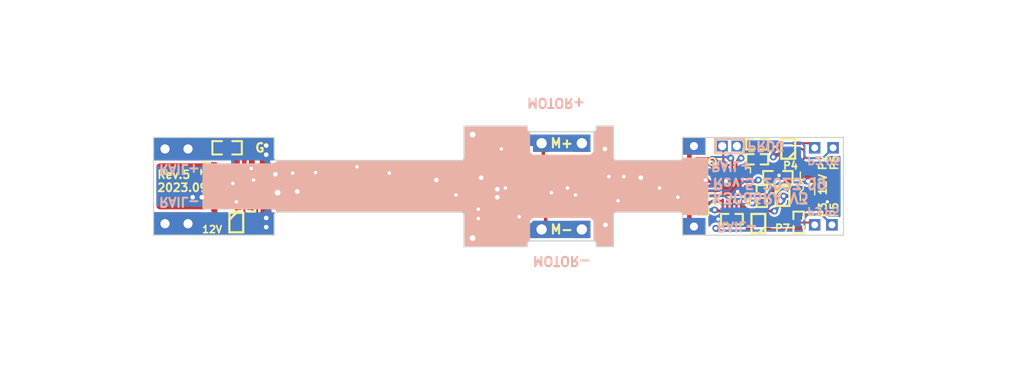
<source format=kicad_pcb>
(kicad_pcb (version 20221018) (generator pcbnew)
  (layers (0 "F.Cu" signal) (31 "B.Cu" signal) (34 "B.Paste" user) (35 "F.Paste" user) (36 "B.SilkS" user "B.Silkscreen") (37 "F.SilkS" user "F.Silkscreen") (38 "B.Mask" user) (39 "F.Mask" user) (44 "Edge.Cuts" user))
  (net 0 "")
  (net 1 "MOTOR+")
  (net 2 "MOTOR-")
  (net 3 "RAIL+")
  (net 4 "RAIL-")
  (net 5 "+12V")
  (net 6 "GND")
  (net 7 "+5V")
  (net 8 "Net-(D3-Pad1)")
  (net 9 "Net-(D11-Pad1)")
  (net 10 "Net-(D12-Pad1)")
  (net 11 "Net-(J12-Pad1)")
  (net 12 "Net-(J14-Pad1)")
  (net 13 "Net-(J16-Pad1)")
  (net 14 "Net-(J18-Pad1)")
  (net 15 "UPDI")
  (net 16 "REV")
  (net 17 "Net-(Q1-Pad3)")
  (net 18 "Net-(Q2-Pad3)")
  (net 19 "FWD")
  (net 20 "Net-(Q3-Pad2)")
  (net 21 "Net-(Q3-Pad1)")
  (net 22 "Net-(Q6-Pad3)")
  (net 23 "Net-(Q11-Pad2)")
  (net 24 "Net-(Q13-Pad1)")
  (net 25 "Net-(Q13-Pad4)")
  (net 26 "Net-(Q14-Pad4)")
  (net 27 "Net-(Q14-Pad1)")
  (net 28 "Net-(Q21-Pad3)")
  (net 29 "ABC+")
  (net 30 "ABC-")
  (net 31 "Net-(R1-Pad2)")
  (net 32 "PWM")
  (net 33 "BEMF")
  (net 34 "TXD")
  (net 35 "Func1")
  (net 36 "Func2")
  (net 37 "Func3")
  (net 38 "Func4")
  (net 39 "Func7")
  (net 40 "Func5")
  (net 41 "Func6")
  (net 42 "Net-(Q3-Pad4)")
  (net 43 "Net-(Q6-Pad2)")
  (net 44 "Net-(Q6-Pad5)")
  (net 45 "Net-(Q21-Pad6)")
  (net 46 "Net-(Q21-Pad5)")
  (net 47 "Net-(Q21-Pad2)")
  (net 48 "Net-(Q22-Pad2)")
  (net 49 "Net-(Q22-Pad5)")
  (net 50 "Net-(J19-Pad1)")
  (net 51 "Net-(Q12-Pad1)")
  (net 52 "VRAIL+")
  (net 53 "VRAIL-")
  (net 54 "Net-(R10-Pad1)")
  (net 55 "DIR_JP")
  (net 56 "Net-(R18-Pad1)")
  (net 57 "Net-(Q8-Pad5)")
  (footprint "footprint:PAD_1.0x1.8_SMD" (layer "F.Cu") (at 177.2 100.6)
    (fp_text reference "J11" hide)
    (fp_text value "PAD" hide)
  )
  (footprint "footprint:KATO_MOTORPAD_3066" (layer "F.Cu") (at 153.5 97)
    (fp_text reference "P5" hide)
    (fp_text value "PAD" hide)
  )
  (footprint "footprint:KATO_MOTORPAD_3066" (layer "F.Cu") (at 153.5 104.5)
    (fp_text reference "P6" hide)
    (fp_text value "PAD" hide)
  )
  (footprint "footprint:PAD_PROG_2PIN_HOLE0.7" (layer "F.Cu") (at 168.1 97.25)
    (fp_text reference "P9" hide)
    (fp_text value "PROG" hide)
  )
  (footprint "footprint:SOT-23-6" (layer "F.Cu") (at 147.5 97.5)
    (fp_text reference "Q1" hide)
    (fp_text value "DMG6601LVT" hide)
  )
  (footprint "footprint:SOT-23-6" (layer "F.Cu") (at 148.75 104 180)
    (fp_text reference "Q2" hide)
    (fp_text value "DMG6601LVT" hide)
  )
  (footprint "footprint:SOT-666-nomark" (layer "F.Cu") (at 150.3 100.1)
    (fp_text reference "Q3" hide)
    (fp_text value "PMBT3904VS" hide)
  )
  (footprint "footprint:SOT-666-nomark" (layer "F.Cu") (at 154.8 102.3)
    (fp_text reference "Q6" hide)
    (fp_text value "PMBT3906VS" hide)
  )
  (footprint "footprint:SOT-666-nomark" (layer "F.Cu") (at 134 101.6 90)
    (fp_text reference "Q21" hide)
    (fp_text value "PMBT3906VS" hide)
  )
  (footprint "footprint:R_1608_v2" (layer "F.Cu") (at 172.3 100)
    (fp_text reference "R22" hide)
    (fp_text value "151" hide)
  )
  (footprint "footprint:R_1005" (layer "F.Cu") (at 135.5 100.4 90)
    (fp_text reference "R32" hide)
    (fp_text value "103" hide)
  )
  (footprint "footprint:R_1005" (layer "F.Cu") (at 139.4 100 -90)
    (fp_text reference "R34" hide)
    (fp_text value "103" hide)
  )
  (footprint "footprint:R_1005" (layer "F.Cu") (at 139 101.4)
    (fp_text reference "R37" hide)
    (fp_text value "472" hide)
  )
  (footprint "footprint:R_1005" (layer "F.Cu") (at 139 102.4 180)
    (fp_text reference "R38" hide)
    (fp_text value "103" hide)
  )
  (footprint "footprint:R_1005" (layer "F.Cu") (at 154.4 98.9)
    (fp_text reference "R8" hide)
    (fp_text value "102" hide)
  )
  (footprint "footprint:KATO_FRAMEPAD_3066_2" (layer "F.Cu") (at 165 97.25)
    (fp_text reference "P2" hide)
    (fp_text value "PAD")
  )
  (footprint "footprint:KATO_FRAMEPAD_3066_2" (layer "F.Cu") (at 165 104.25)
    (fp_text reference "P4" hide)
    (fp_text value "PAD")
  )
  (footprint "footprint:C_1005_v2" (layer "F.Cu") (at 130.7 99.8 90)
    (fp_text reference "C1" hide)
    (fp_text value "104" hide)
  )
  (footprint "footprint:C_1005_v2" (layer "F.Cu") (at 162.8 100.5 90)
    (fp_text reference "C5" hide)
    (fp_text value "104" hide)
  )
  (footprint "footprint:C_1005_v2" (layer "F.Cu") (at 152 100.1 -90)
    (fp_text reference "C7" hide)
    (fp_text value "182" hide)
  )
  (footprint "footprint:C_1005_v2" (layer "F.Cu") (at 137.7 100.2 90)
    (fp_text reference "C11" hide)
    (fp_text value "105" hide)
  )
  (footprint "footprint:C_1005_v2" (layer "F.Cu") (at 132.6 99.8 90)
    (fp_text reference "C12" hide)
    (fp_text value "105" hide)
  )
  (footprint "footprint:UMD2" (layer "F.Cu") (at 142.7 100.2 -90)
    (fp_text reference "D3" hide)
    (fp_text value "UDZV5.6B" hide)
  )
  (footprint "footprint:SC-70_v2" (layer "F.Cu") (at 146.2 101.25 -90)
    (fp_text reference "Q5" hide)
    (fp_text value "2SC4116" hide)
  )
  (footprint "footprint:C_1608" (layer "F.Cu") (at 159.6 101 90)
    (fp_text reference "C3" hide)
    (fp_text value "226" hide)
  )
  (footprint "footprint:SOT-666-nomark" (layer "F.Cu") (at 173.2 97.5 180)
    (fp_text reference "Q14" hide)
    (fp_text value "SSM6N7002BFE" hide)
  )
  (footprint "footprint:R_1005" (layer "F.Cu") (at 174.1 103.9 90)
    (fp_text reference "R23" hide)
    (fp_text value "472" hide)
  )
  (footprint "footprint:R_1005" (layer "F.Cu") (at 168.3 103.6 180)
    (fp_text reference "R24" hide)
    (fp_text value "472" hide)
  )
  (footprint "footprint:R_1005" (layer "F.Cu") (at 170.5 97.1 180)
    (fp_text reference "R26" hide)
    (fp_text value "472" hide)
  )
  (footprint "footprint:PAD_1.0x1.0_Hole0.6" (layer "F.Cu") (at 177 104.1 90)
    (fp_text reference "J12" hide)
    (fp_text value "PAD" hide)
  )
  (footprint "footprint:PAD_1.0x1.0_Hole0.6" (layer "F.Cu") (at 175.5 104.1 90)
    (fp_text reference "J14" hide)
    (fp_text value "PAD" hide)
  )
  (footprint "footprint:PAD_1.0x1.0_Hole0.6" (layer "F.Cu") (at 177.1 97.4 -90)
    (fp_text reference "J16" hide)
    (fp_text value "PAD" hide)
  )
  (footprint "footprint:PAD_1.0x1.0_Hole0.6" (layer "F.Cu") (at 175.5 97.4)
    (fp_text reference "J18" hide)
    (fp_text value "PAD" hide)
  )
  (footprint "footprint:R_1005" (layer "F.Cu") (at 164.6 102.2 90)
    (fp_text reference "R2" hide)
    (fp_text value "104" hide)
  )
  (footprint "footprint:SOT-666-nomark" (layer "F.Cu") (at 172.7 101.6)
    (fp_text reference "Q12" hide)
    (fp_text value "SSM6N7002BFE" hide)
  )
  (footprint "footprint:SOT-666-nomark" (layer "F.Cu") (at 170.6 104 180)
    (fp_text reference "Q13" hide)
    (fp_text value "SSM6N7002BFE" hide)
  )
  (footprint "footprint:R_1005" (layer "F.Cu") (at 170.9 101.6 90)
    (fp_text reference "R13" hide)
    (fp_text value "103" hide)
  )
  (footprint "footprint:R_1005" (layer "F.Cu") (at 170.5 98.4 180)
    (fp_text reference "R25" hide)
    (fp_text value "472" hide)
  )
  (footprint "footprint:PAD_0.6x1.0_SMD" (layer "F.Cu") (at 172.9 103.3)
    (fp_text reference "J19" hide)
    (fp_text value "PAD" hide)
  )
  (footprint "footprint:CP_1608" (layer "F.Cu") (at 161.1 101 90)
    (fp_text reference "C4" hide)
    (fp_text value "476" hide)
  )
  (footprint "footprint:KATO_FRAMEPAD_3066_v2" (layer "F.Cu") (at 120 97.5 180)
    (fp_text reference "P1" hide)
    (fp_text value "PAD" hide)
  )
  (footprint "footprint:KATO_FRAMEPAD_3066_v2" (layer "F.Cu") (at 120 104 180)
    (fp_text reference "P3" hide)
    (fp_text value "PAD" hide)
  )
  (footprint "footprint:EMD2_small" (layer "F.Cu") (at 136.6 100 -90)
    (fp_text reference "D21" hide)
    (fp_text value "BAT43XV2" hide)
  )
  (footprint "footprint:PAD_0.6x1.0_SMD" (layer "F.Cu") (at 162.3 101.9 90)
    (fp_text reference "P10" hide)
    (fp_text value "PAD" hide)
  )
  (footprint "footprint:R_1005" (layer "F.Cu") (at 131.65 99.8 90)
    (fp_text reference "R36" hide)
    (fp_text value "103" hide)
  )
  (footprint "footprint:SOT-666-nomark" (layer "F.Cu") (at 140.9 101.2 -90)
    (fp_text reference "Q22" hide)
    (fp_text value "SSM6N7002BFE" hide)
  )
  (footprint "footprint:PAD_0.6x1.0_SMD" (layer "F.Cu") (at 126.5 97.3 180)
    (fp_text reference "P8" hide)
    (fp_text value "PAD" hide)
  )
  (footprint "footprint:R_1005" (layer "F.Cu") (at 164.7 100.1 180)
    (fp_text reference "R17" hide)
    (fp_text value "104" hide)
  )
  (footprint "footprint:R_1005" (layer "F.Cu") (at 165.8 102.3 -90)
    (fp_text reference "R18" hide)
    (fp_text value "104" hide)
  )
  (footprint "footprint:R_1005" (layer "F.Cu") (at 165.1 98.9)
    (fp_text reference "R1" hide)
    (fp_text value "104" hide)
  )
  (footprint "footprint:PAD_0.7x0.9_SMD" (layer "F.Cu") (at 158.25 100 90)
    (fp_text reference "P11" hide)
    (fp_text value "PAD" hide)
  )
  (footprint "footprint:SC-70_v2" (layer "F.Cu") (at 125.9 99.8 180)
    (fp_text reference "Q11" hide)
    (fp_text value "SSM3K7002BFU" hide)
  )
  (footprint "footprint:R_1005" (layer "F.Cu") (at 152.4 98.6 180)
    (fp_text reference "R9" hide)
    (fp_text value "103" hide)
  )
  (footprint "footprint:R_1005" (layer "F.Cu") (at 153 100 -90)
    (fp_text reference "R10" hide)
    (fp_text value "103" hide)
  )
  (footprint "footprint:R_1005" (layer "F.Cu") (at 155.8 99.1 -90)
    (fp_text reference "R16" hide)
    (fp_text value "103" hide)
  )
  (footprint "footprint:R_1005" (layer "F.Cu") (at 156.8 99.1 90)
    (fp_text reference "R11" hide)
    (fp_text value "102" hide)
  )
  (footprint "footprint:R_1005" (layer "F.Cu") (at 154.4 99.9 180)
    (fp_text reference "R7" hide)
    (fp_text value "102" hide)
  )
  (footprint "footprint:R_1005" (layer "F.Cu") (at 148 100)
    (fp_text reference "R3" hide)
    (fp_text value "102" hide)
  )
  (footprint "footprint:R_1005" (layer "F.Cu") (at 149.3 101.6)
    (fp_text reference "R4" hide)
    (fp_text value "102" hide)
  )
  (footprint "footprint:R_1005" (layer "F.Cu") (at 149.7 98.1 90)
    (fp_text reference "R5" hide)
    (fp_text value "331" hide)
  )
  (footprint "footprint:R_1005" (layer "F.Cu") (at 150.9 102.1 -90)
    (fp_text reference "R6" hide)
    (fp_text value "331" hide)
  )
  (footprint "footprint:R_1608_v2" (layer "F.Cu") (at 156.7 102.05 90)
    (fp_text reference "R14" hide)
    (fp_text value "220" hide)
  )
  (footprint "footprint:R_1005" (layer "F.Cu") (at 144.1 100.4 90)
    (fp_text reference "R12" hide)
    (fp_text value "472" hide)
  )
  (footprint "footprint:R_1005" (layer "F.Cu") (at 136.9 101.9)
    (fp_text reference "R31" hide)
    (fp_text value "102" hide)
  )
  (footprint "footprint:R_1005" (layer "F.Cu") (at 132 101.2 180)
    (fp_text reference "R35" hide)
    (fp_text value "102" hide)
  )
  (footprint "footprint:R_1005" (layer "F.Cu") (at 125.9 102.5)
    (fp_text reference "R15" hide)
    (fp_text value "682" hide)
  )
  (footprint "footprint:SOT-143" (layer "F.Cu") (at 128.6 100.4 180)
    (fp_text reference "D1" hide)
    (fp_text value "BAS3007" hide)
  )
  (footprint "footprint:SOT-666-nomark" (layer "F.Cu") (at 125.2 103.9)
    (fp_text reference "Q8" hide)
    (fp_text value "PMBT3904VS" hide)
  )
  (footprint "footprint:EMD2" (layer "F.Cu") (at 131.6 102.3)
    (fp_text reference "D22" hide)
    (fp_text value "BAT43XV2" hide)
  )
  (footprint "footprint:R_1608_v2" (layer "F.Cu") (at 124.4 97.4)
    (fp_text reference "R21" hide)
    (fp_text value "151" hide)
  )
  (footprint "footprint:R_1005" (layer "F.Cu") (at 134 99.6)
    (fp_text reference "R33" hide)
    (fp_text value "472" hide)
  )
  (footprint "footprint:VQFN-20-1EP_3x3mm_P0.4mm_EP1.7x1.7mm" (layer "F.Cu") (at 168.3 100.75)
    (fp_text reference "U2" hide)
    (fp_text value "ATtiny1606-M" hide)
  )
  (footprint "footprint:PAD_0.7x0.9_SMD" (layer "F.Cu") (at 123.2 103.7 -90)
    (fp_text reference "P7" hide)
    (fp_text value "PAD" hide)
  )
  (footprint "footprint:LED_1224_1005_SIDE_BIG2" (layer "F.Cu") (at 123 100.75 -90)
    (fp_text reference "D11" hide)
    (fp_text value "LED" hide)
  )
  (footprint "footprint:LED_1224_1005_SIDE_BIG2" (layer "F.Cu") (at 175.5 100.75 90)
    (fp_text reference "D12" hide)
    (fp_text value "LED" hide)
  )
  (footprint "footprint:PAD_0.6x1.0_SMD" (layer "F.Cu") (at 144 101.9 90)
    (fp_text reference "J13" hide)
    (fp_text value "PAD" hide)
  )
  (gr_line (start 158.55 102.25) (end 159.05 102.25) (stroke (width 0.15)) (layer "F.SilkS"))
  (gr_line (start 158.8 102) (end 158.8 102.5) (stroke (width 0.15)) (layer "F.SilkS"))
  (gr_circle (center 166.6 98.6) (end 166.9 98.7) (stroke (width 0.15)) (fill none) (layer "F.SilkS"))
  (gr_line (start 145 103.25) (end 145 105) (stroke (width 0.1)) (layer "Edge.Cuts"))
  (gr_line (start 145 98.25) (end 145 96.5) (stroke (width 0.1)) (layer "Edge.Cuts"))
  (gr_line (start 128.75 103) (end 144.75 103) (stroke (width 0.1)) (layer "Edge.Cuts"))
  (gr_arc (start 158 103.25) (mid 158.073223 103.073223) (end 158.25 103) (stroke (width 0.1)) (layer "Edge.Cuts"))
  (gr_arc (start 128.75 98.5) (mid 128.573223 98.426777) (end 128.5 98.25) (stroke (width 0.1)) (layer "Edge.Cuts"))
  (gr_line (start 158 95.5) (end 156.5 95.5) (stroke (width 0.1)) (layer "Edge.Cuts"))
  (gr_line (start 128.5 96.5) (end 118 96.5) (stroke (width 0.1)) (layer "Edge.Cuts"))
  (gr_arc (start 156.25 105.5) (mid 156.426777 105.573223) (end 156.5 105.75) (stroke (width 0.1)) (layer "Edge.Cuts"))
  (gr_line (start 178 96.5) (end 164 96.5) (stroke (width 0.1)) (layer "Edge.Cuts"))
  (gr_line (start 156.25 105.5) (end 150.75 105.5) (stroke (width 0.1)) (layer "Edge.Cuts"))
  (gr_arc (start 144.75 103) (mid 144.926777 103.073223) (end 145 103.25) (stroke (width 0.1)) (layer "Edge.Cuts"))
  (gr_arc (start 163.75 103) (mid 163.926777 103.073223) (end 164 103.25) (stroke (width 0.1)) (layer "Edge.Cuts"))
  (gr_line (start 164 98.25) (end 164 96.5) (stroke (width 0.1)) (layer "Edge.Cuts"))
  (gr_arc (start 128.5 103.25) (mid 128.573223 103.073223) (end 128.75 103) (stroke (width 0.1)) (layer "Edge.Cuts"))
  (gr_line (start 128.75 98.5) (end 144.75 98.5) (stroke (width 0.1)) (layer "Edge.Cuts"))
  (gr_line (start 158 106) (end 156.5 106) (stroke (width 0.1)) (layer "Edge.Cuts"))
  (gr_line (start 150.5 95.75) (end 150.5 95.5) (stroke (width 0.1)) (layer "Edge.Cuts"))
  (gr_line (start 163.75 98.5) (end 158.25 98.5) (stroke (width 0.1)) (layer "Edge.Cuts"))
  (gr_line (start 156.25 96) (end 150.75 96) (stroke (width 0.1)) (layer "Edge.Cuts"))
  (gr_line (start 118 96.5) (end 118 105) (stroke (width 0.1)) (layer "Edge.Cuts"))
  (gr_arc (start 145 98.25) (mid 144.926777 98.426777) (end 144.75 98.5) (stroke (width 0.1)) (layer "Edge.Cuts"))
  (gr_line (start 156.5 95.75) (end 156.5 95.5) (stroke (width 0.1)) (layer "Edge.Cuts"))
  (gr_arc (start 158.25 98.5) (mid 158.073223 98.426777) (end 158 98.25) (stroke (width 0.1)) (layer "Edge.Cuts"))
  (gr_line (start 145 95.5) (end 145 96.5) (stroke (width 0.1)) (layer "Edge.Cuts"))
  (gr_arc (start 150.5 105.75) (mid 150.573223 105.573223) (end 150.75 105.5) (stroke (width 0.1)) (layer "Edge.Cuts"))
  (gr_line (start 163.75 103) (end 158.25 103) (stroke (width 0.1)) (layer "Edge.Cuts"))
  (gr_line (start 156.5 105.75) (end 156.5 106) (stroke (width 0.1)) (layer "Edge.Cuts"))
  (gr_arc (start 164 98.25) (mid 163.926777 98.426777) (end 163.75 98.5) (stroke (width 0.1)) (layer "Edge.Cuts"))
  (gr_line (start 178 105) (end 164 105) (stroke (width 0.1)) (layer "Edge.Cuts"))
  (gr_line (start 128.5 98.25) (end 128.5 96.5) (stroke (width 0.1)) (layer "Edge.Cuts"))
  (gr_line (start 158 98.25) (end 158 95.5) (stroke (width 0.1)) (layer "Edge.Cuts"))
  (gr_line (start 150.5 105.75) (end 150.5 106) (stroke (width 0.1)) (layer "Edge.Cuts"))
  (gr_line (start 128.5 105) (end 118 105) (stroke (width 0.1)) (layer "Edge.Cuts"))
  (gr_line (start 128.5 103.25) (end 128.5 105) (stroke (width 0.1)) (layer "Edge.Cuts"))
  (gr_line (start 150.5 106) (end 145 106) (stroke (width 0.1)) (layer "Edge.Cuts"))
  (gr_line (start 150.5 95.5) (end 145 95.5) (stroke (width 0.1)) (layer "Edge.Cuts"))
  (gr_arc (start 150.75 96) (mid 150.573223 95.926777) (end 150.5 95.75) (stroke (width 0.1)) (layer "Edge.Cuts"))
  (gr_arc (start 156.5 95.75) (mid 156.426777 95.926777) (end 156.25 96) (stroke (width 0.1)) (layer "Edge.Cuts"))
  (gr_line (start 145 106) (end 145 105) (stroke (width 0.1)) (layer "Edge.Cuts"))
  (gr_line (start 164 105) (end 164 103.25) (stroke (width 0.1)) (layer "Edge.Cuts"))
  (gr_line (start 178 96.5) (end 178 105) (stroke (width 0.1)) (layer "Edge.Cuts"))
  (gr_line (start 158 103.25) (end 158 106) (stroke (width 0.1)) (layer "Edge.Cuts"))
  (gr_text "RAIL+" (at 120.25 99.25 180) (layer "B.SilkS") (effects (font (size 0.8 0.8) (thickness 0.18)) (justify mirror)))
  (gr_text "RAIL-" (at 120.25 102.1 180) (layer "B.SilkS") (effects (font (size 0.8 0.8) (thickness 0.18)) (justify mirror)))
  (gr_text "RAIL+" (at 168.25 99 180) (layer "B.SilkS") (effects (font (size 0.8 0.8) (thickness 0.18)) (justify mirror)))
  (gr_text "RAIL-" (at 168.75 104.25 180) (layer "B.SilkS") (effects (font (size 0.8 0.8) (thickness 0.18)) (justify mirror)))
  (gr_text "MOTOR-" (at 153.5 107.25 180) (layer "B.SilkS") (effects (font (size 0.8 0.8) (thickness 0.18)) (justify mirror)))
  (gr_text "K3066RA V3" (at 166.5 101.75 180) (layer "B.SilkS") (effects (font (size 0.9 0.9) (thickness 0.2)) (justify left mirror)))
  (gr_text "Rev.5 2023.09" (at 166.5 100.5 180) (layer "B.SilkS") (effects (font (size 0.9 0.9) (thickness 0.2)) (justify left mirror)))
  (gr_text "P2" (at 175.5 98.5 180) (layer "B.SilkS") (effects (font (size 0.65 0.65)) (justify mirror)))
  (gr_text "P6" (at 177.1 98.5 180) (layer "B.SilkS") (effects (font (size 0.65 0.65)) (justify mirror)))
  (gr_text "P3" (at 175.5 102.9 180) (layer "B.SilkS") (effects (font (size 0.65 0.65)) (justify mirror)))
  (gr_text "P5" (at 177 102.9 180) (layer "B.SilkS") (effects (font (size 0.65 0.65)) (justify mirror)))
  (gr_text "PROG" (at 171.25 97.25 180) (layer "B.SilkS") (effects (font (size 0.8 0.8) (thickness 0.2)) (justify mirror)))
  (gr_text "MOTOR+" (at 153 93.5 180) (layer "B.SilkS") (effects (font (size 0.8 0.8) (thickness 0.18)) (justify mirror)))
  (gr_text "12V" (at 176.2 100.6 90) (layer "F.SilkS") (effects (font (size 0.65 0.65))))
  (gr_text "G" (at 127.25 97.4) (layer "F.SilkS") (effects (font (size 0.75 0.75) (thickness 0.18))))
  (gr_text "12V" (at 123.1 104.5) (layer "F.SilkS") (effects (font (size 0.62 0.62) (thickness 0.14))))
  (gr_text "P2" (at 176.2 98.7 90) (layer "F.SilkS") (effects (font (size 0.65 0.65))))
  (gr_text "P4" (at 173.4 98.95) (layer "F.SilkS") (effects (font (size 0.65 0.65))))
  (gr_text "P7" (at 172.7 104.4) (layer "F.SilkS") (effects (font (size 0.65 0.65))))
  (gr_text "P5" (at 177.2 102.8 90) (layer "F.SilkS") (effects (font (size 0.65 0.65))))
  (gr_text "5V" (at 163.4 102.5) (layer "F.SilkS") (effects (font (size 0.7 0.7) (thickness 0.17))))
  (gr_text "G" (at 158.2 101) (layer "F.SilkS") (effects (font (size 0.7 0.7) (thickness 0.17))))
  (gr_text "12V" (at 142.5 102.3) (layer "F.SilkS") (effects (font (size 0.62 0.62))))
  (gr_text "P3" (at 176.2 102.8 90) (layer "F.SilkS") (effects (font (size 0.65 0.65))))
  (gr_text "K3066RA V3" (at 157.4 99.1) (layer "F.SilkS") (effects (font (size 0.7 0.7) (thickness 0.17)) (justify left)))
  (gr_text "Rev.5\n2023.09" (at 118.25 100.3) (layer "F.SilkS") (effects (font (size 0.7 0.7)) (justify left)))
  (gr_text "M+" (at 153.5 97) (layer "F.SilkS") (effects (font (size 0.8 0.8) (thickness 0.18))))
  (gr_text "M-" (at 153.5 104.5) (layer "F.SilkS") (effects (font (size 0.8 0.8) (thickness 0.18))))
  (gr_text "12V" (at 152.3 102.3 -90) (layer "F.SilkS") (effects (font (size 0.62 0.62))))
  (gr_text "P6" (at 177.2 98.7 90) (layer "F.SilkS") (effects (font (size 0.65 0.65))))
  (gr_text "P1" (at 122.45 99.15 -90) (layer "F.SilkS") (effects (font (size 0.7 0.7))))
  (segment (start 154.25 97) (end 153.75 97) (width 0.5) (layer "F.Cu") (net 1))
  (segment (start 151.9 99.1) (end 151.9 97.15) (width 0.3) (layer "F.Cu") (net 1))
  (segment (start 152.75 97) (end 151.75 97) (width 0.5) (layer "F.Cu") (net 1))
  (segment (start 151.9 97.15) (end 151.75 97) (width 0.3) (layer "F.Cu") (net 1))
  (segment (start 151.875 98.6) (end 151.9 98.625) (width 0.3) (layer "F.Cu") (net 1))
  (segment (start 145.75 96.25) (end 146.5 96.25) (width 0.5) (layer "F.Cu") (net 1))
  (segment (start 148.65 96.5) (end 148.45 96.3) (width 0.5) (layer "F.Cu") (net 1))
  (segment (start 153 97) (end 152.75 97) (width 0.5) (layer "F.Cu") (net 1))
  (segment (start 145.8 96.3) (end 145.75 96.25) (width 0.4) (layer "F.Cu") (net 1))
  (segment (start 151.25 97) (end 151.75 97) (width 0.5) (layer "F.Cu") (net 1))
  (segment (start 151.75 97) (end 151.25 96.5) (width 0.5) (layer "F.Cu") (net 1))
  (segment (start 151.9 99.1) (end 151.9 99.45) (width 0.3) (layer "F.Cu") (net 1))
  (segment (start 153.25 97) (end 153 97) (width 0.5) (layer "F.Cu") (net 1))
  (segment (start 150.3 96.5) (end 148.65 96.5) (width 0.5) (layer "F.Cu") (net 1))
  (segment (start 155.25 97) (end 154.5 97) (width 0.5) (layer "F.Cu") (net 1))
  (segment (start 151.9 98.625) (end 151.9 99.1) (width 0.3) (layer "F.Cu") (net 1))
  (segment (start 155.75 97.5) (end 155.25 97) (width 0.3) (layer "F.Cu") (net 1))
  (segment (start 151.15 96.5) (end 150.3 96.5) (width 0.5) (layer "F.Cu") (net 1))
  (segment (start 146.5 96.25) (end 146.55 96.3) (width 0.5) (layer "F.Cu") (net 1))
  (segment (start 151.675 97.075) (end 151.75 97) (width 0.3) (layer "F.Cu") (net 1))
  (segment (start 154.75 97.5) (end 155.25 97) (width 0.3) (layer "F.Cu") (net 1))
  (segment (start 151.9 99.45) (end 152 99.55) (width 0.3) (layer "F.Cu") (net 1))
  (segment (start 153.75 97) (end 153.25 97) (width 0.5) (layer "F.Cu") (net 1))
  (segment (start 154.5 97) (end 154.25 97) (width 0.5) (layer "F.Cu") (net 1))
  (via (at 145.75 96.25) (size 1) (drill 0.5) (layers "F.Cu" "B.Cu") (net 1))
  (segment (start 153.5 97) (end 155.25 97) (width 0.5) (layer "B.Cu") (net 1))
  (segment (start 146 96) (end 149.5 96) (width 0.4) (layer "B.Cu") (net 1))
  (segment (start 149.5 96) (end 150.2 96.7) (width 0.4) (layer "B.Cu") (net 1))
  (segment (start 145.75 96.25) (end 146 96) (width 0.4) (layer "B.Cu") (net 1))
  (segment (start 151.45 96.7) (end 151.75 97) (width 0.4) (layer "B.Cu") (net 1))
  (segment (start 150.2 96.7) (end 151.45 96.7) (width 0.4) (layer "B.Cu") (net 1))
  (segment (start 151.25 96.5) (end 151.75 97) (width 0.4) (layer "B.Cu") (net 1))
  (segment (start 151.75 97) (end 153.5 97) (width 0.5) (layer "B.Cu") (net 1))
  (segment (start 155.5 104.25) (end 155.25 104.5) (width 0.3) (layer "F.Cu") (net 2))
  (segment (start 155.8 105.05) (end 155.25 104.5) (width 0.3) (layer "F.Cu") (net 2))
  (segment (start 151.8 101.8) (end 151.8 100.85) (width 0.3) (layer "F.Cu") (net 2))
  (segment (start 151.25 105) (end 149.9 105) (width 0.5) (layer "F.Cu") (net 2))
  (segment (start 153.4 104.5) (end 151.75 104.5) (width 0.5) (layer "F.Cu") (net 2))
  (segment (start 149.9 105) (end 149.7 105.2) (width 0.5) (layer "F.Cu") (net 2))
  (segment (start 151.75 104.5) (end 152 104.25) (width 0.3) (layer "F.Cu") (net 2))
  (segment (start 145.75 105.25) (end 147.75 105.25) (width 0.5) (layer "F.Cu") (net 2))
  (segment (start 152.9 100.625) (end 153 100.525) (width 0.3) (layer "F.Cu") (net 2))
  (segment (start 151.2 103.95) (end 151.75 104.5) (width 0.4) (layer "F.Cu") (net 2))
  (segment (start 151.75 104.5) (end 151.25 105) (width 0.5) (layer "F.Cu") (net 2))
  (segment (start 155.25 104.5) (end 155.75 105) (width 0.3) (layer "F.Cu") (net 2))
  (segment (start 155.25 104.5) (end 154.75 104) (width 0.4) (layer "F.Cu") (net 2))
  (segment (start 152 100.625) (end 152.9 100.625) (width 0.3) (layer "F.Cu") (net 2))
  (segment (start 155.25 104.5) (end 153.4 104.5) (width 0.5) (layer "F.Cu") (net 2))
  (segment (start 155.75 104) (end 155.25 104.5) (width 0.3) (layer "F.Cu") (net 2))
  (segment (start 151.5 104.25) (end 151.75 104.5) (width 0.4) (layer "F.Cu") (net 2))
  (segment (start 147.75 105.25) (end 147.8 105.2) (width 0.5) (layer "F.Cu") (net 2))
  (segment (start 151.75 104.5) (end 152.1 104.15) (width 0.3) (layer "F.Cu") (net 2))
  (segment (start 152.1 104.15) (end 152.1 102.1) (width 0.3) (layer "F.Cu") (net 2))
  (segment (start 151.8 100.85) (end 152 100.65) (width 0.3) (layer "F.Cu") (net 2))
  (segment (start 152.1 102.1) (end 151.8 101.8) (width 0.3) (layer "F.Cu") (net 2))
  (via (at 145.75 105.25) (size 1) (drill 0.5) (layers "F.Cu" "B.Cu") (net 2))
  (segment (start 151.3 105) (end 149.25 105) (width 0.3) (layer "B.Cu") (net 2))
  (segment (start 146 105.5) (end 145.75 105.25) (width 0.4) (layer "B.Cu") (net 2))
  (segment (start 149 105.25) (end 147.75 105.25) (width 0.3) (layer "B.Cu") (net 2))
  (segment (start 153.5 104.5) (end 151.25 104.5) (width 0.4) (layer "B.Cu") (net 2))
  (segment (start 151.75 104.5) (end 153.5 104.5) (width 0.4) (layer "B.Cu") (net 2))
  (segment (start 153.5 104.5) (end 155.25 104.5) (width 0.4) (layer "B.Cu") (net 2))
  (segment (start 147.75 105.25) (end 145.75 105.25) (width 0.3) (layer "B.Cu") (net 2))
  (segment (start 149.25 105) (end 149 105.25) (width 0.3) (layer "B.Cu") (net 2))
  (segment (start 125.3 101.5) (end 125.6 101.5) (width 0.18) (layer "F.Cu") (net 3))
  (segment (start 164.6 97.65) (end 165 97.25) (width 0.4) (layer "F.Cu") (net 3))
  (segment (start 127.8 98) (end 127.8 97.2) (width 0.5) (layer "F.Cu") (net 3))
  (segment (start 164.51499 98.86001) (end 157.850879 98.86001) (width 0.3) (layer "F.Cu") (net 3))
  (segment (start 121.25 97.25) (end 121 97.5) (width 0.5) (layer "F.Cu") (net 3))
  (segment (start 125.9 103.3) (end 125.9 101.8) (width 0.18) (layer "F.Cu") (net 3))
  (segment (start 164.6 98.775) (end 164.51499 98.86001) (width 0.3) (layer "F.Cu") (net 3))
  (segment (start 164.6 98.775) (end 164.6 97.65) (width 0.4) (layer "F.Cu") (net 3))
  (segment (start 125.9 101.8) (end 125.6 101.5) (width 0.18) (layer "F.Cu") (net 3))
  (segment (start 136.5 99.05) (end 136.6 99.15) (width 0.3) (layer "F.Cu") (net 3))
  (segment (start 127.5 99.2) (end 127.5 97.7) (width 0.5) (layer "F.Cu") (net 3))
  (segment (start 121 97.5) (end 121.5 97) (width 0.5) (layer "F.Cu") (net 3))
  (segment (start 121 97.5) (end 119 97.5) (width 0.5) (layer "F.Cu") (net 3))
  (segment (start 135.7 99.05) (end 136.5 99.05) (width 0.3) (layer "F.Cu") (net 3))
  (segment (start 157.495435 98.504565) (end 157.495435 98.104565) (width 0.3) (layer "F.Cu") (net 3))
  (segment (start 157.5 98.1) (end 157.5 97.75) (width 0.3) (layer "F.Cu") (net 3))
  (segment (start 157.5 97.75) (end 157.25 97.5) (width 0.3) (layer "F.Cu") (net 3))
  (segment (start 125.95 103.4) (end 125.95 103.35) (width 0.18) (layer "F.Cu") (net 3))
  (segment (start 124.9 100.5) (end 124.9 101.1) (width 0.18) (layer "F.Cu") (net 3))
  (segment (start 124.9 101.1) (end 125.3 101.5) (width 0.18) (layer "F.Cu") (net 3))
  (segment (start 157.850879 98.86001) (end 157.495435 98.504565) (width 0.3) (layer "F.Cu") (net 3))
  (segment (start 125.95 103.35) (end 125.9 103.3) (width 0.18) (layer "F.Cu") (net 3))
  (segment (start 157.495435 98.104565) (end 157.5 98.1) (width 0.3) (layer "F.Cu") (net 3))
  (via (at 127.8 97.2) (size 0.8) (drill 0.4) (layers "F.Cu" "B.Cu") (net 3))
  (via (at 127.8 98) (size 0.8) (drill 0.4) (layers "F.Cu" "B.Cu") (net 3))
  (via (at 157.25 97.5) (size 0.8) (drill 0.4) (layers "F.Cu" "B.Cu") (net 3))
  (via (at 135.7 99.05) (size 0.6) (drill 0.3) (layers "F.Cu" "B.Cu") (net 3))
  (via (at 124.9 100.5) (size 0.6) (drill 0.3) (layers "F.Cu" "B.Cu") (net 3))
  (segment (start 146 97.25) (end 145.5 97.75) (width 0.3) (layer "B.Cu") (net 3))
  (segment (start 145.5 97.75) (end 145.5 98.6) (width 0.3) (layer "B.Cu") (net 3))
  (segment (start 137.1 98.9) (end 136.890869 98.9) (width 0.3) (layer "B.Cu") (net 3))
  (segment (start 135.4 98.9) (end 128.15 98.9) (width 0.3) (layer "B.Cu") (net 3))
  (segment (start 124.9 100.5) (end 124.9 97.85) (width 0.3) (layer "B.Cu") (net 3))
  (segment (start 145.2 98.9) (end 137.6 98.9) (width 0.3) (layer "B.Cu") (net 3))
  (segment (start 147.25 97.25) (end 146 97.25) (width 0.3) (layer "B.Cu") (net 3))
  (segment (start 137.1 98.9) (end 136 98.9) (width 0.3) (layer "B.Cu") (net 3))
  (segment (start 124.9 97.85) (end 125.25 97.5) (width 0.3) (layer "B.Cu") (net 3))
  (segment (start 135.7 99.05) (end 135.55 99.05) (width 0.2) (layer "B.Cu") (net 3))
  (segment (start 156.55 98.2) (end 150.7 98.2) (width 0.3) (layer "B.Cu") (net 3))
  (segment (start 157.25 97.5) (end 156.55 98.2) (width 0.3) (layer "B.Cu") (net 3))
  (segment (start 145.5 98.6) (end 145.2 98.9) (width 0.3) (layer "B.Cu") (net 3))
  (segment (start 135.5 99.05) (end 135.35 98.9) (width 0.2) (layer "B.Cu") (net 3))
  (segment (start 125.5 97.5) (end 127.490869 97.5) (width 0.3) (layer "B.Cu") (net 3))
  (segment (start 137.6 98.9) (end 137.1 98.9) (width 0.3) (layer "B.Cu") (net 3))
  (segment (start 128 98.75) (end 128 98.5) (width 0.3) (layer "B.Cu") (net 3))
  (segment (start 128.15 98.9) (end 128.125 98.875) (width 0.3) (layer "B.Cu") (net 3))
  (segment (start 147.75 96.75) (end 147.25 97.25) (width 0.3) (layer "B.Cu") (net 3))
  (segment (start 121 97.5) (end 125.5 97.5) (width 0.5) (layer "B.Cu") (net 3))
  (segment (start 135.7 99.05) (end 135.85 99.05) (width 0.2) (layer "B.Cu") (net 3))
  (segment (start 126.75 97.5) (end 128.125 98.875) (width 0.3) (layer "B.Cu") (net 3))
  (segment (start 136 98.9) (end 135.4 98.9) (width 0.3) (layer "B.Cu") (net 3))
  (segment (start 149.25 96.75) (end 147.75 96.75) (width 0.3) (layer "B.Cu") (net 3))
  (segment (start 150.7 98.2) (end 149.25 96.75) (width 0.3) (layer "B.Cu") (net 3))
  (segment (start 135.9 99.05) (end 136.05 98.9) (width 0.2) (layer "B.Cu") (net 3))
  (segment (start 130.4 102.6) (end 127.9 102.6) (width 0.2) (layer "F.Cu") (net 4))
  (segment (start 121 104.25) (end 121.25 104.5) (width 0.5) (layer "F.Cu") (net 4))
  (segment (start 121.3 104.3) (end 121 104) (width 0.5) (layer "F.Cu") (net 4))
  (segment (start 157.6 103.15) (end 157.6 103.8) (width 0.3) (layer "F.Cu") (net 4))
  (segment (start 157.850879 102.63999) (end 157.6 102.890869) (width 0.3) (layer "F.Cu") (net 4))
  (segment (start 164.6 103.85) (end 165 104.25) (width 0.4) (layer "F.Cu") (net 4))
  (segment (start 164.6 102.725) (end 164.51499 102.63999) (width 0.3) (layer "F.Cu") (net 4))
  (segment (start 121 104) (end 121.25 104.25) (width 0.5) (layer "F.Cu") (net 4))
  (segment (start 164.51499 102.63999) (end 157.850879 102.63999) (width 0.3) (layer "F.Cu") (net 4))
  (segment (start 127.8 102.9) (end 127.8 102.5) (width 0.5) (layer "F.Cu") (net 4))
  (segment (start 124.45 104.4) (end 124.3 104.4) (width 0.2) (layer "F.Cu") (net 4))
  (segment (start 164.425 102.825) (end 164.7 102.825) (width 0.3) (layer "F.Cu") (net 4))
  (segment (start 127.8 103.5) (end 127.8 104.3) (width 0.5) (layer "F.Cu") (net 4))
  (segment (start 127.6 101.4) (end 127.6 102.3) (width 0.5) (layer "F.Cu") (net 4))
  (segment (start 121 104) (end 119 104) (width 0.5) (layer "F.Cu") (net 4))
  (segment (start 127.8 103.5) (end 127.8 102.9) (width 0.5) (layer "F.Cu") (net 4))
  (segment (start 127.7 101.4) (end 127.5 101.2) (width 0.5) (layer "F.Cu") (net 4))
  (segment (start 164.6 102.8) (end 164.6 103.925) (width 0.4) (layer "F.Cu") (net 4))
  (segment (start 157.6 102.9) (end 157.6 103.15) (width 0.3) (layer "F.Cu") (net 4))
  (segment (start 121 104) (end 121 104.25) (width 0.5) (layer "F.Cu") (net 4))
  (segment (start 121.4 104.4) (end 121 104) (width 0.2) (layer "F.Cu") (net 4))
  (segment (start 127.9 102.6) (end 127.8 102.5) (width 0.2) (layer "F.Cu") (net 4))
  (segment (start 121.6 104.6) (end 121 104) (width 0.2) (layer "F.Cu") (net 4))
  (segment (start 127.6 102.3) (end 127.8 102.5) (width 0.5) (layer "F.Cu") (net 4))
  (segment (start 157.6 103.8) (end 157.3 104.1) (width 0.3) (layer "F.Cu") (net 4))
  (segment (start 157.495435 103.754565) (end 157.25 104) (width 0.3) (layer "F.Cu") (net 4))
  (segment (start 124.1 104.6) (end 121.6 104.6) (width 0.2) (layer "F.Cu") (net 4))
  (segment (start 130.7 102.3) (end 130.4 102.6) (width 0.2) (layer "F.Cu") (net 4))
  (segment (start 157.6 102.890869) (end 157.6 103.15) (width 0.3) (layer "F.Cu") (net 4))
  (segment (start 124.3 104.4) (end 124.1 104.6) (width 0.2) (layer "F.Cu") (net 4))
  (via (at 127.8 104.3) (size 0.8) (drill 0.4) (layers "F.Cu" "B.Cu") (net 4))
  (via (at 127.8 103.5) (size 0.8) (drill 0.4) (layers "F.Cu" "B.Cu") (net 4))
  (via (at 157.3 104.1) (size 0.8) (drill 0.4) (layers "F.Cu" "B.Cu") (net 4))
  (segment (start 128.15 102.6) (end 145.15 102.6) (width 0.3) (layer "B.Cu") (net 4))
  (segment (start 121 104) (end 125.5 104) (width 0.5) (layer "B.Cu") (net 4))
  (segment (start 126.75 104) (end 128.15 102.6) (width 0.3) (layer "B.Cu") (net 4))
  (segment (start 145.15 102.6) (end 145.5 102.95) (width 0.3) (layer "B.Cu") (net 4))
  (segment (start 145.5 104) (end 145.725 104.225) (width 0.3) (layer "B.Cu") (net 4))
  (segment (start 128 102.75) (end 128 103) (width 0.3) (layer "B.Cu") (net 4))
  (segment (start 150.15 104.1) (end 146.9 104.1) (width 0.3) (layer "B.Cu") (net 4))
  (segment (start 145.5 102.95) (end 145.5 104) (width 0.3) (layer "B.Cu") (net 4))
  (segment (start 146.7 104.3) (end 145.8 104.3) (width 0.3) (layer "B.Cu") (net 4))
  (segment (start 150.75 103.25) (end 150.5 103.5) (width 0.3) (layer "B.Cu") (net 4))
  (segment (start 145.8 104.3) (end 145.725 104.225) (width 0.3) (layer "B.Cu") (net 4))
  (segment (start 150.5 103.75) (end 150.15 104.1) (width 0.3) (layer "B.Cu") (net 4))
  (segment (start 146.9 104.1) (end 146.7 104.3) (width 0.3) (layer "B.Cu") (net 4))
  (segment (start 157.3 104.1) (end 156.45 103.25) (width 0.3) (layer "B.Cu") (net 4))
  (segment (start 125.5 104) (end 127.25 104) (width 0.3) (layer "B.Cu") (net 4))
  (segment (start 156.45 103.25) (end 150.75 103.25) (width 0.3) (layer "B.Cu") (net 4))
  (segment (start 150.5 103.5) (end 150.5 103.75) (width 0.3) (layer "B.Cu") (net 4))
  (segment (start 174.9 99.475) (end 174.875 99.45) (width 0.25) (layer "F.Cu") (net 5))
  (segment (start 175.25 100.2) (end 175.25 99.575) (width 0.2) (layer "F.Cu") (net 5))
  (segment (start 123.55 102.225) (end 123.375 102.05) (width 0.3) (layer "F.Cu") (net 5))
  (segment (start 144.1 100.925) (end 144.1 101.8) (width 0.3) (layer "F.Cu") (net 5))
  (segment (start 123.375 102.05) (end 123.375 101.625) (width 0.4) (layer "F.Cu") (net 5))
  (segment (start 130.7 101) (end 130.5 101.2) (width 0.25) (layer "F.Cu") (net 5))
  (segment (start 123.3 102.35) (end 123.6 102.05) (width 0.5) (layer "F.Cu") (net 5))
  (segment (start 174.9 100.3) (end 174.9 99.475) (width 0.25) (layer "F.Cu") (net 5))
  (segment (start 174.9 100.3) (end 174.6 100) (width 0.2) (layer "F.Cu") (net 5))
  (segment (start 154 100.9) (end 153.64 101.26) (width 0.2) (layer "F.Cu") (net 5))
  (segment (start 147.5 101.25) (end 147.75 101.25) (width 0.4) (layer "F.Cu") (net 5))
  (segment (start 147.5 99.5) (end 147.5 100) (width 0.5) (layer "F.Cu") (net 5))
  (segment (start 123.425 102) (end 123.375 102.05) (width 0.4) (layer "F.Cu") (net 5))
  (segment (start 123.25 101.3) (end 123.25 101.925) (width 0.2) (layer "F.Cu") (net 5))
  (segment (start 175.075 99.5) (end 175.125 99.45) (width 0.2) (layer "F.Cu") (net 5))
  (segment (start 148 101) (end 148 100.75) (width 0.18) (layer "F.Cu") (net 5))
  (segment (start 175.175 99.45) (end 175.25 99.375) (width 0.17) (layer "F.Cu") (net 5))
  (segment (start 123.25 101.925) (end 123.375 102.05) (width 0.2) (layer "F.Cu") (net 5))
  (segment (start 148.75 101.575) (end 148.675 101.5) (width 0.5) (layer "F.Cu") (net 5))
  (segment (start 153.64 101.26) (end 153.34 101.26) (width 0.2) (layer "F.Cu") (net 5))
  (segment (start 175.25 99.575) (end 175.125 99.45) (width 0.2) (layer "F.Cu") (net 5))
  (segment (start 148.75 102.8) (end 148.75 101.575) (width 0.5) (layer "F.Cu") (net 5))
  (segment (start 146.95 101.25) (end 147.5 101.25) (width 0.4) (layer "F.Cu") (net 5))
  (segment (start 121.4 102) (end 122.2 102) (width 0.3) (layer "F.Cu") (net 5))
  (segment (start 175.25 100.2) (end 177 100.2) (width 0.3) (layer "F.Cu") (net 5))
  (segment (start 175.15 100.3) (end 175.25 100.2) (width 0.25) (layer "F.Cu") (net 5))
  (segment (start 153.34 101.26) (end 153.2 101.4) (width 0.2) (layer "F.Cu") (net 5))
  (segment (start 147.5 99.5) (end 147.5 100.4) (width 0.5) (layer "F.Cu") (net 5))
  (segment (start 153.2 101.4) (end 153.2 102.8) (width 0.2) (layer "F.Cu") (net 5))
  (segment (start 123.3 103.6) (end 123.3 102.35) (width 0.5) (layer "F.Cu") (net 5))
  (segment (start 123.325 102) (end 123.375 102.05) (width 0.5) (layer "F.Cu") (net 5))
  (segment (start 148.175 101.425) (end 148.175 101.5) (width 0.5) (layer "F.Cu") (net 5))
  (segment (start 148.675 101.5) (end 148 101.5) (width 0.5) (layer "F.Cu") (net 5))
  (segment (start 130.7 100.325) (end 130.7 101) (width 0.25) (layer "F.Cu") (net 5))
  (segment (start 177 100.2) (end 177.2 100.4) (width 0.3) (layer "F.Cu") (net 5))
  (segment (start 144.3 101.5) (end 144.3 101.125) (width 0.25) (layer "F.Cu") (net 5))
  (segment (start 147.5 100.4) (end 148 100.9) (width 0.5) (layer "F.Cu") (net 5))
  (segment (start 122.2 102) (end 123.325 102) (width 0.5) (layer "F.Cu") (net 5))
  (segment (start 175.125 99.625) (end 175.125 99.45) (width 0.2) (layer "F.Cu") (net 5))
  (segment (start 174.625 99.45) (end 175.175 99.45) (width 0.17) (layer "F.Cu") (net 5))
  (segment (start 174.9 100.3) (end 175.15 100.3) (width 0.25) (layer "F.Cu") (net 5))
  (segment (start 144.3 101.125) (end 144.1 100.925) (width 0.25) (layer "F.Cu") (net 5))
  (segment (start 144.1 101.8) (end 144 101.9) (width 0.3) (layer "F.Cu") (net 5))
  (segment (start 147.75 101.25) (end 148 101) (width 0.4) (layer "F.Cu") (net 5))
  (segment (start 147.5 98.7) (end 147.5 99.5) (width 0.5) (layer "F.Cu") (net 5))
  (segment (start 148.25 101.575) (end 148.175 101.5) (width 0.5) (layer "F.Cu") (net 5))
  (segment (start 147.75 101.25) (end 148 101.5) (width 0.4) (layer "F.Cu") (net 5))
  (segment (start 148 101) (end 148 101.5) (width 0.5) (layer "F.Cu") (net 5))
  (via (at 130.5 101.2) (size 0.8) (drill 0.4) (layers "F.Cu" "B.Cu") (net 5))
  (via (at 147.9 101.7) (size 0.8) (drill 0.4) (layers "F.Cu" "B.Cu") (net 5))
  (via (at 147.9 101) (size 0.8) (drill 0.4) (layers "F.Cu" "B.Cu") (net 5))
  (via (at 148.6 100.9) (size 0.6) (drill 0.3) (layers "F.Cu" "B.Cu") (net 5))
  (via (at 128.8 101.3) (size 1) (drill 0.5) (layers "F.Cu" "B.Cu") (net 5))
  (via (at 122.2 101.7) (size 0.8) (drill 0.4) (layers "F.Cu" "B.Cu") (net 5))
  (via (at 121.4 101.7) (size 0.8) (drill 0.4) (layers "F.Cu" "B.Cu") (net 5))
  (via (at 154 100.9) (size 0.6) (drill 0.3) (layers "F.Cu" "B.Cu") (net 5))
  (via (at 144.3 101.5) (size 0.6) (drill 0.3) (layers "F.Cu" "B.Cu") (net 5))
  (via (at 174.9 100.3) (size 0.6) (drill 0.3) (layers "F.Cu" "B.Cu") (net 5))
  (segment (start 172.3 100.5) (end 171.2 101.6) (width 0.2) (layer "B.Cu") (net 5))
  (segment (start 157.3 101.6) (end 155.8 101.6) (width 0.2) (layer "B.Cu") (net 5))
  (segment (start 128.75 101.75) (end 127.75 101.75) (width 0.2) (layer "B.Cu") (net 5))
  (segment (start 137.2 101.6) (end 133.7 101.6) (width 0.5) (layer "B.Cu") (net 5))
  (segment (start 153.8 100.9) (end 154 100.9) (width 0.2) (layer "B.Cu") (net 5))
  (segment (start 157.9 101) (end 157.3 101.6) (width 0.2) (layer "B.Cu") (net 5))
  (segment (start 148.9 101.1) (end 151.8 101.1) (width 0.2) (layer "B.Cu") (net 5))
  (segment (start 147.9 101) (end 148.8 101) (width 0.2) (layer "B.Cu") (net 5))
  (segment (start 137.2 101.6) (end 136.7 101.6) (width 0.5) (layer "B.Cu") (net 5))
  (segment (start 147.8 101.6) (end 137.2 101.6) (width 0.5) (layer "B.Cu") (net 5))
  (segment (start 164.6 101.6) (end 164.1 101.1) (width 0.2) (layer "B.Cu") (net 5))
  (segment (start 148.8 101) (end 148.9 101.1) (width 0.2) (layer "B.Cu") (net 5))
  (segment (start 174.8 100.4) (end 173.4 100.4) (width 0.2) (layer "B.Cu") (net 5))
  (segment (start 173.3 100.5) (end 172.3 100.5) (width 0.2) (layer "B.Cu") (net 5))
  (segment (start 148 101.3) (end 148.2 101.5) (width 0.2) (layer "B.Cu") (net 5))
  (segment (start 152.2 100.7) (end 153.6 100.7) (width 0.2) (layer "B.Cu") (net 5))
  (segment (start 133.7 101.6) (end 133.4 101.6) (width 0.5) (layer "B.Cu") (net 5))
  (segment (start 171.2 101.6) (end 169.7 101.6) (width 0.2) (layer "B.Cu") (net 5))
  (segment (start 151.8 101.1) (end 152.2 100.7) (width 0.2) (layer "B.Cu") (net 5))
  (segment (start 155.1 100.9) (end 154 100.9) (width 0.2) (layer "B.Cu") (net 5))
  (segment (start 167.7 101.6) (end 164.6 101.6) (width 0.2) (layer "B.Cu") (net 5))
  (segment (start 148 100.9) (end 148 101.3) (width 0.2) (layer "B.Cu") (net 5))
  (segment (start 174.9 100.3) (end 174.8 100.4) (width 0.2) (layer "B.Cu") (net 5))
  (segment (start 169.7 101.6) (end 169.45 101.85) (width 0.2) (layer "B.Cu") (net 5))
  (segment (start 169.45 101.85) (end 167.95 101.85) (width 0.2) (layer "B.Cu") (net 5))
  (segment (start 167.95 101.85) (end 167.7 101.6) (width 0.2) (layer "B.Cu") (net 5))
  (segment (start 162.5 101.5) (end 159.4 101.5) (width 0.2) (layer "B.Cu") (net 5))
  (segment (start 155.8 101.6) (end 155.1 100.9) (width 0.2) (layer "B.Cu") (net 5))
  (segment (start 153.6 100.7) (end 153.8 100.9) (width 0.2) (layer "B.Cu") (net 5))
  (segment (start 173.4 100.4) (end 173.3 100.5) (width 0.2) (layer "B.Cu") (net 5))
  (segment (start 147.5 101.5) (end 147.15 101.5) (width 0.5) (layer "B.Cu") (net 5))
  (segment (start 158.9 101) (end 157.9 101) (width 0.2) (layer "B.Cu") (net 5))
  (segment (start 159.4 101.5) (end 158.9 101) (width 0.2) (layer "B.Cu") (net 5))
  (segment (start 162.9 101.1) (end 162.5 101.5) (width 0.2) (layer "B.Cu") (net 5))
  (segment (start 147.5 101.5) (end 148.2 101.5) (width 0.5) (layer "B.Cu") (net 5))
  (segment (start 164.1 101.1) (end 162.9 101.1) (width 0.2) (layer "B.Cu") (net 5))
  (segment (start 147.9 101.7) (end 147.8 101.6) (width 0.5) (layer "B.Cu") (net 5))
  (segment (start 160.025 100) (end 159.25 100) (width 0.3) (layer "F.Cu") (net 6))
  (segment (start 164.275 100.1) (end 164.4 100.1) (width 0.2) (layer "F.Cu") (net 6))
  (segment (start 134.525 99.6) (end 135.225 99.6) (width 0.18) (layer "F.Cu") (net 6))
  (segment (start 168.5 100.75) (end 168.55 100.75) (width 0.2) (layer "F.Cu") (net 6))
  (segment (start 168.5 100.7) (end 168.1 100.3) (width 0.2) (layer "F.Cu") (net 6))
  (segment (start 145.5 99) (end 142.85 99) (width 0.5) (layer "F.Cu") (net 6))
  (segment (start 132.9 98.9) (end 134.5 98.9) (width 0.18) (layer "F.Cu") (net 6))
  (segment (start 145.75 99.75) (end 145.75 99) (width 0.4) (layer "F.Cu") (net 6))
  (segment (start 146.45 102) (end 146.2 101.75) (width 0.4) (layer "F.Cu") (net 6))
  (segment (start 166.611578 100.75) (end 166.601577 100.760001) (width 0.2) (layer "F.Cu") (net 6))
  (segment (start 126.8 104.4) (end 127 104.2) (width 0.2) (layer "F.Cu") (net 6))
  (segment (start 155.725 99.625) (end 155.7 99.625) (width 0.18) (layer "F.Cu") (net 6))
  (segment (start 137 99.8) (end 137.1 99.8) (width 0.18) (layer "F.Cu") (net 6))
  (segment (start 165.5 100.7) (end 164.4 100.7) (width 0.2) (layer "F.Cu") (net 6))
  (segment (start 173.7 102.9) (end 173.8 103) (width 0.18) (layer "F.Cu") (net 6))
  (segment (start 164.2 100.125) (end 164.175 100.1) (width 0.2) (layer "F.Cu") (net 6))
  (segment (start 148.75 105.2) (end 148.75 104.5) (width 0.4) (layer "F.Cu") (net 6))
  (segment (start 168.55 100.75) (end 169 101.2) (width 0.2) (layer "F.Cu") (net 6))
  (segment (start 168.885 97.1) (end 168.735 97.25) (width 0.25) (layer "F.Cu") (net 6))
  (segment (start 137.1 99.8) (end 137.55 99.8) (width 0.18) (layer "F.Cu") (net 6))
  (segment (start 145.5 99) (end 145.75 99) (width 0.4) (layer "F.Cu") (net 6))
  (segment (start 147.25 104.25) (end 147 104) (width 0.4) (layer "F.Cu") (net 6))
  (segment (start 140.5 101.2) (end 140.4 101.3) (width 0.2) (layer "F.Cu") (net 6))
  (segment (start 146 100) (end 145.75 99.75) (width 0.4) (layer "F.Cu") (net 6))
  (segment (start 140.4 101.3) (end 139.625 101.3) (width 0.2) (layer "F.Cu") (net 6))
  (segment (start 141.3 101.2) (end 140.5 101.2) (width 0.2) (layer "F.Cu") (net 6))
  (segment (start 161.5 100) (end 160.525 100) (width 0.3) (layer "F.Cu") (net 6))
  (segment (start 164.3 100.225) (end 164.175 100.1) (width 0.2) (layer "F.Cu") (net 6))
  (segment (start 163.5 100.175) (end 163.325 100) (width 0.3) (layer "F.Cu") (net 6))
  (segment (start 140.4 101.3) (end 140.4 101.95) (width 0.2) (layer "F.Cu") (net 6))
  (segment (start 155.375 99.2) (end 155.8 99.625) (width 0.18) (layer "F.Cu") (net 6))
  (segment (start 141.4 99.6) (end 141.4 99.2) (width 0.2) (layer "F.Cu") (net 6))
  (segment (start 126.9 100.2) (end 128.6 100.2) (width 0.2) (layer "F.Cu") (net 6))
  (segment (start 165.825 102.725) (end 165.7 102.725) (width 0.18) (layer "F.Cu") (net 6))
  (segment (start 167.05 100.75) (end 168.5 100.75) (width 0.18) (layer "F.Cu") (net 6))
  (segment (start 155 98.9) (end 154.925 98.9) (width 0.18) (layer "F.Cu") (net 6))
  (segment (start 131.625 99.25) (end 131.65 99.275) (width 0.18) (layer "F.Cu") (net 6))
  (segment (start 157.2 100.2) (end 156.3 100.2) (width 0.18) (layer "F.Cu") (net 6))
  (segment (start 172.4 99.8) (end 172.925 99.8) (width 0.3) (layer "F.Cu") (net 6))
  (segment (start 141.4 100.45) (end 141.4 101.1) (width 0.2) (layer "F.Cu") (net 6))
  (segment (start 141.05 98.85) (end 141.4 99.2) (width 0.18) (layer "F.Cu") (net 6))
  (segment (start 137.55 99.8) (end 137.7 99.65) (width 0.18) (layer "F.Cu") (net 6))
  (segment (start 163.425 100.1) (end 163.325 100) (width 0.25) (layer "F.Cu") (net 6))
  (segment (start 142.85 99) (end 142.7 99.15) (width 0.5) (layer "F.Cu") (net 6))
  (segment (start 139.625 101.3) (end 139.525 101.4) (width 0.2) (layer "F.Cu") (net 6))
  (segment (start 148.65 104.4) (end 148.5 104.25) (width 0.18) (layer "F.Cu") (net 6))
  (segment (start 174.1 103.275) (end 174.175 103.2) (width 0.2) (layer "F.Cu") (net 6))
  (segment (start 166.601577 100.760001) (end 165.560001 100.760001) (width 0.2) (layer "F.Cu") (net 6))
  (segment (start 176.2 103.2) (end 176.6 102.8) (width 0.2) (layer "F.Cu") (net 6))
  (segment (start 131.65 99.275) (end 132.575 99.275) (width 0.18) (layer "F.Cu") (net 6))
  (segment (start 167.05 100.75) (end 166.611578 100.75) (width 0.2) (layer "F.Cu") (net 6))
  (segment (start 167.1 103.6) (end 167.775 103.6) (width 0.5) (layer "F.Cu") (net 6))
  (segment (start 170.075 97.1) (end 170.075 98.2) (width 0.25) (layer "F.Cu") (net 6))
  (segment (start 174.175 103.2) (end 176.2 103.2) (width 0.2) (layer "F.Cu") (net 6))
  (segment (start 157.5 99.9) (end 157.2 100.2) (width 0.18) (layer "F.Cu") (net 6))
  (segment (start 146.5 102) (end 147 102) (width 0.25) (layer "F.Cu") (net 6))
  (segment (start 146.5 102) (end 146.25 102) (width 0.4) (layer "F.Cu") (net 6))
  (segment (start 166.6 103.5) (end 165.825 102.725) (width 0.18) (layer "F.Cu") (net 6))
  (segment (start 135.225 99.6) (end 135.5 99.875) (width 0.18) (layer "F.Cu") (net 6))
  (segment (start 127 102.1) (end 126.9 102) (width 0.2) (layer "F.Cu") (net 6))
  (segment (start 155.375 99.2) (end 155.3 99.2) (width 0.18) (layer "F.Cu") (net 6))
  (segment (start 128.6 100.2) (end 128.6 99.7) (width 0.2) (layer "F.Cu") (net 6))
  (segment (start 164.175 100.1) (end 163.425 100.1) (width 0.25) (layer "F.Cu") (net 6))
  (segment (start 172.925 99.8) (end 173.125 100) (width 0.3) (layer "F.Cu") (net 6))
  (segment (start 126.9 102) (end 126.7 101.8) (width 0.2) (layer "F.Cu") (net 6))
  (segment (start 146 97.25) (end 145.75 97.5) (width 0.4) (layer "F.Cu") (net 6))
  (segment (start 170.075 97.1) (end 168.885 97.1) (width 0.25) (layer "F.Cu") (net 6))
  (segment (start 126.9 102) (end 126.9 100.2) (width 0.2) (layer "F.Cu") (net 6))
  (segment (start 155.3 99.2) (end 155 98.9) (width 0.18) (layer "F.Cu") (net 6))
  (segment (start 127 104.2) (end 127 102.1) (width 0.2) (layer "F.Cu") (net 6))
  (segment (start 129.55 99.25) (end 129.4 99.4) (width 0.18) (layer "F.Cu") (net 6))
  (segment (start 135.575 99.8) (end 135.5 99.875) (width 0.18) (layer "F.Cu") (net 6))
  (segment (start 174.075 103.275) (end 174.1 103.275) (width 0.18) (layer "F.Cu") (net 6))
  (segment (start 137.1 99.8) (end 135.575 99.8) (width 0.18) (layer "F.Cu") (net 6))
  (segment (start 138.55 98.85) (end 141.05 98.85) (width 0.18) (layer "F.Cu") (net 6))
  (segment (start 158.9 99.9) (end 158.625 99.9) (width 0.3) (layer "F.Cu") (net 6))
  (segment (start 125.95 104.4) (end 126.8 104.4) (width 0.2) (layer "F.Cu") (net 6))
  (segment (start 137.7 98.9) (end 138.5 98.9) (width 0.18) (layer "F.Cu") (net 6))
  (segment (start 145.75 97.5) (end 145.75 99) (width 0.4) (layer "F.Cu") (net 6))
  (segment (start 164.4 100.7) (end 164.3 100.6) (width 0.2) (layer "F.Cu") (net 6))
  (segment (start 176.6 102.8) (end 176.6 102.1) (width 0.2) (layer "F.Cu") (net 6))
  (segment (start 147.5 97.25) (end 146 97.25) (width 0.4) (layer "F.Cu") (net 6))
  (segment (start 158.3 99.9) (end 157.5 99.9) (width 0.18) (layer "F.Cu") (net 6))
  (segment (start 146 99.5) (end 145.75 99.5) (width 0.25) (layer "F.Cu") (net 6))
  (segment (start 148.75 104.5) (end 148.5 104.25) (width 0.4) (layer "F.Cu") (net 6))
  (segment (start 134.525 99.6) (end 134.525 98.925) (width 0.18) (layer "F.Cu") (net 6))
  (segment (start 137.7 99.65) (end 137.7 98.9) (width 0.18) (layer "F.Cu") (net 6))
  (segment (start 147 104) (end 147 102.5) (width 0.4) (layer "F.Cu") (net 6))
  (segment (start 167 103.5) (end 166.6 103.5) (width 0.18) (layer "F.Cu") (net 6))
  (segment (start 163.325 100) (end 161.5 100) (width 0.3) (layer "F.Cu") (net 6))
  (segment (start 147.5 96.25) (end 147.5 97.2) (width 0.5) (layer "F.Cu") (net 6))
  (segment (start 132.575 99.275) (end 132.6 99.25) (width 0.18) (layer "F.Cu") (net 6))
  (segment (start 130.7 99.25) (end 129.55 99.25) (width 0.18) (layer "F.Cu") (net 6))
  (segment (start 130.7 99.25) (end 131.625 99.25) (width 0.18) (layer "F.Cu") (net 6))
  (segment (start 141.4 100.45) (end 141.4 99.6) (width 0.2) (layer "F.Cu") (net 6))
  (segment (start 164.3 100.1) (end 164.275 100.1) (width 0.2) (layer "F.Cu") (net 6))
  (segment (start 134.5 98.9) (end 134.525 98.925) (width 0.18) (layer "F.Cu") (net 6))
  (segment (start 174.075 103.275) (end 173.9 103.1) (width 0.18) (layer "F.Cu") (net 6))
  (segment (start 165.560001 100.760001) (end 165.5 100.7) (width 0.2) (layer "F.Cu") (net 6))
  (segment (start 173.8 103) (end 174.075 103.275) (width 0.18) (layer "F.Cu") (net 6))
  (segment (start 160.525 100) (end 160.3 100.225) (width 0.3) (layer "F.Cu") (net 6))
  (segment (start 167.1 103.6) (end 167 103.5) (width 0.18) (layer "F.Cu") (net 6))
  (segment (start 156.3 100.2) (end 155.725 99.625) (width 0.18) (layer "F.Cu") (net 6))
  (segment (start 141.4 101.1) (end 141.3 101.2) (width 0.2) (layer "F.Cu") (net 6))
  (segment (start 138.4 98.85) (end 138.55 98.85) (width 0.18) (layer "F.Cu") (net 6))
  (segment (start 147 102) (end 147 102.5) (width 0.25) (layer "F.Cu") (net 6))
  (segment (start 132.6 99.25) (end 132.6 99.2) (width 0.18) (layer "F.Cu") (net 6))
  (segment (start 148.5 104.25) (end 147.25 104.25) (width 0.4) (layer "F.Cu") (net 6))
  (segment (start 132.6 99.2) (end 132.9 98.9) (width 0.18) (layer "F.Cu") (net 6))
  (segment (start 164.3 100.6) (end 164.3 100.225) (width 0.2) (layer "F.Cu") (net 6))
  (segment (start 168.5 100.75) (end 168.5 100.7) (width 0.2) (layer "F.Cu") (net 6))
  (segment (start 173.7 102.1) (end 173.7 102.875) (width 0.18) (layer "F.Cu") (net 6))
  (segment (start 146.2 101.75) (end 146.2 100) (width 0.4) (layer "F.Cu") (net 6))
  (segment (start 138.5 98.9) (end 138.55 98.85) (width 0.18) (layer "F.Cu") (net 6))
  (segment (start 173.7 102.875) (end 173.7 102.9) (width 0.18) (layer "F.Cu") (net 6))
  (via (at 132.1 99.55) (size 0.6) (drill 0.3) (layers "F.Cu" "B.Cu") (net 6))
  (via (at 142.6 100.2) (size 0.8) (drill 0.4) (layers "F.Cu" "B.Cu") (net 6))
  (via (at 130.1 99.6) (size 0.6) (drill 0.3) (layers "F.Cu" "B.Cu") (net 6))
  (via (at 128.6 99.7) (size 0.8) (drill 0.4) (layers "F.Cu" "B.Cu") (net 6))
  (via (at 168.8 101.2) (size 0.6) (drill 0.3) (layers "F.Cu" "B.Cu") (net 6))
  (via (at 167.8 100.3) (size 0.6) (drill 0.3) (layers "F.Cu" "B.Cu") (net 6))
  (via (at 157.6 99.9) (size 0.6) (drill 0.3) (layers "F.Cu" "B.Cu") (net 6))
  (via (at 160.375 100) (size 0.8) (drill 0.4) (layers "F.Cu" "B.Cu") (net 6))
  (via (at 158.9 99.9) (size 0.6) (drill 0.3) (layers "F.Cu" "B.Cu") (net 6))
  (via (at 167.1 103.6) (size 0.6) (drill 0.3) (layers "F.Cu" "B.Cu") (net 6))
  (via (at 172.4 99.8) (size 0.6) (drill 0.3) (layers "F.Cu" "B.Cu") (net 6))
  (via (at 176.6 102.1) (size 0.6) (drill 0.3) (layers "F.Cu" "B.Cu") (net 6))
  (via (at 146.5 100) (size 0.8) (drill 0.4) (layers "F.Cu" "B.Cu") (net 6))
  (via (at 126.7 100.2) (size 0.6) (drill 0.3) (layers "F.Cu" "B.Cu") (net 6))
  (segment (start 142.6 100.2) (end 140.1 100.2) (width 0.17) (layer "B.Cu") (net 6))
  (segment (start 168.1 100.2) (end 167.4 99.5) (width 0.2) (layer "B.Cu") (net 6))
  (segment (start 147 99) (end 149.2 99) (width 0.18) (layer "B.Cu") (net 6))
  (segment (start 168.735 97.25) (end 169.5 97.25) (width 0.3) (layer "B.Cu") (net 6))
  (segment (start 170.25 99) (end 171.5 99) (width 0.2) (layer "B.Cu") (net 6))
  (segment (start 171.5 99) (end 171.75 99.25) (width 0.2) (layer "B.Cu") (net 6))
  (segment (start 146.1 99.9) (end 147 99) (width 0.18) (layer "B.Cu") (net 6))
  (segment (start 140.1 100.2) (end 140 100.3) (width 0.17) (layer "B.Cu") (net 6))
  (segment (start 159.5 99.9) (end 159.55 99.85) (width 0.2) (layer "B.Cu") (net 6))
  (segment (start 168.8 99.5) (end 169.75 99.5) (width 0.2) (layer "B.Cu") (net 6))
  (segment (start 169.75 99.5) (end 170.25 99) (width 0.2) (layer "B.Cu") (net 6))
  (segment (start 165 99.5) (end 164.75 99.75) (width 0.2) (layer "B.Cu") (net 6))
  (segment (start 132.45 99.9) (end 132.1 99.55) (width 0.17) (layer "B.Cu") (net 6))
  (segment (start 159.55 99.85) (end 159.4 100) (width 0.2) (layer "B.Cu") (net 6))
  (segment (start 158.9 99.9) (end 158.3 99.9) (width 0.2) (layer "B.Cu") (net 6))
  (segment (start 137.4 99.9) (end 132.45 99.9) (width 0.17) (layer "B.Cu") (net 6))
  (segment (start 146.5 100) (end 144.3 100) (width 0.17) (layer "B.Cu") (net 6))
  (segment (start 158.3 99.9) (end 157.1 99.9) (width 0.2) (layer "B.Cu") (net 6))
  (segment (start 144.1 100.2) (end 142.6 100.2) (width 0.17) (layer "B.Cu") (net 6))
  (segment (start 146.1 100) (end 146.1 99.9) (width 0.18) (layer "B.Cu") (net 6))
  (segment (start 168.1 100.2) (end 168.8 99.5) (width 0.2) (layer "B.Cu") (net 6))
  (segment (start 140 100.3) (end 137.8 100.3) (width 0.17) (layer "B.Cu") (net 6))
  (segment (start 156.8 99.6) (end 157.1 99.9) (width 0.18) (layer "B.Cu") (net 6))
  (segment (start 164.75 99.75) (end 159.65 99.75) (width 0.2) (layer "B.Cu") (net 6))
  (segment (start 149.8 99.6) (end 156.8 99.6) (width 0.18) (layer "B.Cu") (net 6))
  (segment (start 144.3 100) (end 144.1 100.2) (width 0.17) (layer "B.Cu") (net 6))
  (segment (start 167.4 99.5) (end 165 99.5) (width 0.2) (layer "B.Cu") (net 6))
  (segment (start 158.9 99.9) (end 159.5 99.9) (width 0.2) (layer "B.Cu") (net 6))
  (segment (start 149.2 99) (end 149.8 99.6) (width 0.18) (layer "B.Cu") (net 6))
  (segment (start 159.65 99.75) (end 159.55 99.85) (width 0.2) (layer "B.Cu") (net 6))
  (segment (start 137.8 100.3) (end 137.4 99.9) (width 0.17) (layer "B.Cu") (net 6))
  (segment (start 159.8 102) (end 160.025 102) (width 0.3) (layer "F.Cu") (net 7))
  (segment (start 146 102.75) (end 146.239997 102.75) (width 0.25) (layer "F.Cu") (net 7))
  (segment (start 161.1 101.775) (end 161.1 102) (width 0.18) (layer "F.Cu") (net 7))
  (segment (start 156.725 101.3) (end 156.7 101.275) (width 0.3) (layer "F.Cu") (net 7))
  (segment (start 165.25 101.15) (end 165.2 101.1) (width 0.2) (layer "F.Cu") (net 7))
  (segment (start 162.8 101.125) (end 162.875 101.125) (width 0.18) (layer "F.Cu") (net 7))
  (segment (start 162.8 101.8) (end 162.7 101.9) (width 0.3) (layer "F.Cu") (net 7))
  (segment (start 155.3 101.2) (end 156.675 101.2) (width 0.3) (layer "F.Cu") (net 7))
  (segment (start 159.6 101.775) (end 159.575 101.775) (width 0.3) (layer "F.Cu") (net 7))
  (segment (start 145.05 101.9) (end 144.95 102) (width 0.2) (layer "F.Cu") (net 7))
  (segment (start 165.2 101.1) (end 162.875 101.1) (width 0.2) (layer "F.Cu") (net 7))
  (segment (start 156.675 101.275) (end 156.7 101.275) (width 0.3) (layer "F.Cu") (net 7))
  (segment (start 161.1 102) (end 162.6 102) (width 0.3) (layer "F.Cu") (net 7))
  (segment (start 154.05 101.8) (end 154.4 101.8) (width 0.3) (layer "F.Cu") (net 7))
  (segment (start 156.675 101.2) (end 156.7 101.225) (width 0.3) (layer "F.Cu") (net 7))
  (segment (start 145.75 102.5) (end 146 102.75) (width 0.25) (layer "F.Cu") (net 7))
  (segment (start 159 101.5) (end 158.8 101.3) (width 0.3) (layer "F.Cu") (net 7))
  (segment (start 162.6 102) (end 162.7 101.9) (width 0.3) (layer "F.Cu") (net 7))
  (segment (start 158.8 101.3) (end 156.725 101.3) (width 0.3) (layer "F.Cu") (net 7))
  (segment (start 146.239997 102.75) (end 146.25 102.739997) (width 0.25) (layer "F.Cu") (net 7))
  (segment (start 156.439999 101.039999) (end 156.675 101.275) (width 0.3) (layer "F.Cu") (net 7))
  (segment (start 154.4 101.8) (end 154.7 101.5) (width 0.3) (layer "F.Cu") (net 7))
  (segment (start 162.8 101.025) (end 162.8 101.8) (width 0.3) (layer "F.Cu") (net 7))
  (segment (start 154.999999 101.200001) (end 154.7 101.5) (width 0.3) (layer "F.Cu") (net 7))
  (segment (start 145.5 102.25) (end 145.45 102.2) (width 0.2) (layer "F.Cu") (net 7))
  (segment (start 167.05 101.15) (end 165.25 101.15) (width 0.2) (layer "F.Cu") (net 7))
  (segment (start 159.575 101.775) (end 159.3 101.5) (width 0.3) (layer "F.Cu") (net 7))
  (segment (start 162.875 101.1) (end 162.8 101.025) (width 0.2) (layer "F.Cu") (net 7))
  (segment (start 145.5 102.25) (end 145.75 102.5) (width 0.25) (layer "F.Cu") (net 7))
  (segment (start 155.3 101.2) (end 154.999999 101.200001) (width 0.3) (layer "F.Cu") (net 7))
  (segment (start 159.3 101.5) (end 159 101.5) (width 0.3) (layer "F.Cu") (net 7))
  (segment (start 159.8 102) (end 161.1 102) (width 0.3) (layer "F.Cu") (net 7))
  (segment (start 145.25 102) (end 145.5 102.25) (width 0.25) (layer "F.Cu") (net 7))
  (via (at 154.7 101.5) (size 0.6) (drill 0.3) (layers "F.Cu" "B.Cu") (net 7))
  (via (at 146.25 102.739997) (size 0.6) (drill 0.3) (layers "F.Cu" "B.Cu") (net 7))
  (segment (start 146.25 102.739997) (end 146.539997 102.739997) (width 0.3) (layer "B.Cu") (net 7))
  (segment (start 149.65 101.95) (end 154.25 101.95) (width 0.3) (layer "B.Cu") (net 7))
  (segment (start 148.6 103) (end 149.65 101.95) (width 0.3) (layer "B.Cu") (net 7))
  (segment (start 146.539997 102.739997) (end 146.8 103) (width 0.3) (layer "B.Cu") (net 7))
  (segment (start 146.8 103) (end 148.6 103) (width 0.3) (layer "B.Cu") (net 7))
  (segment (start 154.25 101.95) (end 154.7 101.5) (width 0.3) (layer "B.Cu") (net 7))
  (segment (start 144.1 100.1) (end 144.15 100.15) (width 0.25) (layer "F.Cu") (net 8))
  (segment (start 142.85 101.25) (end 143.3 100.8) (width 0.25) (layer "F.Cu") (net 8))
  (segment (start 143.3 100.8) (end 143.3 100.6) (width 0.25) (layer "F.Cu") (net 8))
  (segment (start 144.75 100.15) (end 145.2 100.6) (width 0.25) (layer "F.Cu") (net 8))
  (segment (start 144.025 99.875) (end 144.1 99.875) (width 0.25) (layer "F.Cu") (net 8))
  (segment (start 144.1 99.875) (end 144.175 99.875) (width 0.25) (layer "F.Cu") (net 8))
  (segment (start 144.15 100.15) (end 144.75 100.15) (width 0.25) (layer "F.Cu") (net 8))
  (segment (start 143.75 100.15) (end 144.15 100.15) (width 0.25) (layer "F.Cu") (net 8))
  (segment (start 145.2 100.6) (end 145.25 100.6) (width 0.25) (layer "F.Cu") (net 8))
  (segment (start 144.1 99.875) (end 144.1 100.1) (width 0.25) (layer "F.Cu") (net 8))
  (segment (start 142.7 101.25) (end 142.85 101.25) (width 0.25) (layer "F.Cu") (net 8))
  (segment (start 143.3 100.6) (end 143.75 100.15) (width 0.25) (layer "F.Cu") (net 8))
  (segment (start 123.25 99.575) (end 123.375 99.45) (width 0.2) (layer "F.Cu") (net 9))
  (segment (start 123.25 100.2) (end 123.25 99.575) (width 0.2) (layer "F.Cu") (net 9))
  (segment (start 123.375 99.45) (end 123.3 99.45) (width 0.3) (layer "F.Cu") (net 9))
  (segment (start 125.9 100.5) (end 125.9 100.75) (width 0.3) (layer "F.Cu") (net 9))
  (segment (start 125.6 100.2) (end 125.9 100.5) (width 0.3) (layer "F.Cu") (net 9))
  (segment (start 125.9 100.5) (end 125.9 100.55) (width 0.25) (layer "F.Cu") (net 9))
  (segment (start 124.8 99.7) (end 123.85 99.7) (width 0.3) (layer "F.Cu") (net 9))
  (segment (start 123.85 99.7) (end 123.6 99.45) (width 0.3) (layer "F.Cu") (net 9))
  (segment (start 123.375 99.125) (end 123.5 99) (width 0.3) (layer "F.Cu") (net 9))
  (segment (start 123.8 99.9) (end 123.8 99.875) (width 0.2) (layer "F.Cu") (net 9))
  (segment (start 123.375 99.45) (end 123.375 99.125) (width 0.3) (layer "F.Cu") (net 9))
  (segment (start 123.375 99.875) (end 123.375 99.45) (width 0.3) (layer "F.Cu") (net 9))
  (segment (start 123.95 99.8) (end 123.6 99.45) (width 0.3) (layer "F.Cu") (net 9))
  (segment (start 123.8 99.875) (end 123.375 99.45) (width 0.2) (layer "F.Cu") (net 9))
  (segment (start 124.8 99.7) (end 125.1 99.7) (width 0.3) (layer "F.Cu") (net 9))
  (segment (start 125.1 99.7) (end 125.6 100.2) (width 0.3) (layer "F.Cu") (net 9))
  (segment (start 175.25 101.925) (end 175.125 102.05) (width 0.2) (layer "F.Cu") (net 10))
  (segment (start 175.125 101.825) (end 175.125 102.05) (width 0.2) (layer "F.Cu") (net 10))
  (segment (start 175.175 102.05) (end 175.25 102.125) (width 0.17) (layer "F.Cu") (net 10))
  (segment (start 175.25 101.3) (end 175.25 101.925) (width 0.2) (layer "F.Cu") (net 10))
  (segment (start 174.625 102.05) (end 175.175 102.05) (width 0.17) (layer "F.Cu") (net 10))
  (segment (start 174 101.1) (end 174.875 101.975) (width 0.2) (layer "F.Cu") (net 10))
  (segment (start 173.45 101.1) (end 174 101.1) (width 0.2) (layer "F.Cu") (net 10))
  (segment (start 174.875 101.975) (end 174.875 102.05) (width 0.2) (layer "F.Cu") (net 10))
  (segment (start 169.5 104.6) (end 167.4 104.6) (width 0.18) (layer "F.Cu") (net 11))
  (segment (start 167.1 104.6) (end 166.9 104.4) (width 0.18) (layer "F.Cu") (net 11))
  (segment (start 167.4 104.6) (end 167.1 104.6) (width 0.18) (layer "F.Cu") (net 11))
  (segment (start 169.6 104.5) (end 169.5 104.6) (width 0.18) (layer "F.Cu") (net 11))
  (segment (start 169.95 104.5) (end 169.6 104.5) (width 0.18) (layer "F.Cu") (net 11))
  (segment (start 167.4 104.6) (end 167.2 104.6) (width 0.18) (layer "F.Cu") (net 11))
  (via (at 166.9 104.4) (size 0.6) (drill 0.3) (layers "F.Cu" "B.Cu") (net 11))
  (segment (start 174.6 104.4) (end 174.6 103.5) (width 0.2) (layer "B.Cu") (net 11))
  (segment (start 174.4 104.6) (end 174.6 104.4) (width 0.2) (layer "B.Cu") (net 11))
  (segment (start 176.1 103.2) (end 177 104.1) (width 0.2) (layer "B.Cu") (net 11))
  (segment (start 174.6 103.5) (end 174.9 103.2) (width 0.2) (layer "B.Cu") (net 11))
  (segment (start 167.1 104.6) (end 173.9 104.6) (width 0.2) (layer "B.Cu") (net 11))
  (segment (start 174.9 103.2) (end 176.1 103.2) (width 0.2) (layer "B.Cu") (net 11))
  (segment (start 166.9 104.4) (end 167.1 104.6) (width 0.2) (layer "B.Cu") (net 11))
  (segment (start 173.9 104.6) (end 174.4 104.6) (width 0.2) (layer "B.Cu") (net 11))
  (segment (start 171.88 103.5) (end 172 103.62) (width 0.17) (layer "F.Cu") (net 12))
  (segment (start 172 104) (end 172 103.62) (width 0.17) (layer "F.Cu") (net 12))
  (segment (start 173.299998 104.099998) (end 173.499998 103.899998) (width 0.17) (layer "F.Cu") (net 12))
  (segment (start 171.35 103.5) (end 171.88 103.5) (width 0.17) (layer "F.Cu") (net 12))
  (segment (start 172.100002 104.099998) (end 172.099998 104.099998) (width 0.17) (layer "F.Cu") (net 12))
  (segment (start 175.2 103.8) (end 175.5 104.1) (width 0.18) (layer "F.Cu") (net 12))
  (segment (start 172.100002 104.099998) (end 172.1 104.1) (width 0.17) (layer "F.Cu") (net 12))
  (segment (start 174.399998 103.899998) (end 174.4 103.9) (width 0.17) (layer "F.Cu") (net 12))
  (segment (start 172.099998 104.099998) (end 172 104) (width 0.17) (layer "F.Cu") (net 12))
  (segment (start 174.4 103.9) (end 175.3 103.9) (width 0.17) (layer "F.Cu") (net 12))
  (segment (start 173.499998 103.899998) (end 174.399998 103.899998) (width 0.17) (layer "F.Cu") (net 12))
  (segment (start 173.299998 104.099998) (end 172.100002 104.099998) (width 0.17) (layer "F.Cu") (net 12))
  (segment (start 175.3 103.9) (end 175.5 104.1) (width 0.17) (layer "F.Cu") (net 12))
  (segment (start 172.45 98) (end 172.1 98) (width 0.3) (layer "F.Cu") (net 13))
  (segment (start 172.1 98) (end 171.9 98.2) (width 0.3) (layer "F.Cu") (net 13))
  (via (at 171.9 98.2) (size 0.6) (drill 0.3) (layers "F.Cu" "B.Cu") (net 13))
  (segment (start 174.6 97.2) (end 174.6 98.1) (width 0.18) (layer "B.Cu") (net 13))
  (segment (start 172.2 97.5) (end 171.9 97.8) (width 0.18) (layer "B.Cu") (net 13))
  (segment (start 174.8 98.3) (end 176.2 98.3) (width 0.18) (layer "B.Cu") (net 13))
  (segment (start 172.7 97) (end 174.4 97) (width 0.18) (layer "B.Cu") (net 13))
  (segment (start 171.9 97.8) (end 171.9 98.2) (width 0.18) (layer "B.Cu") (net 13))
  (segment (start 176.2 98.3) (end 176.5 98) (width 0.18) (layer "B.Cu") (net 13))
  (segment (start 174.6 98.1) (end 174.8 98.3) (width 0.18) (layer "B.Cu") (net 13))
  (segment (start 172.2 97.5) (end 172.7 97) (width 0.18) (layer "B.Cu") (net 13))
  (segment (start 174.4 97) (end 174.6 97.2) (width 0.18) (layer "B.Cu") (net 13))
  (segment (start 176.5 98) (end 177.1 97.4) (width 0.18) (layer "B.Cu") (net 13))
  (segment (start 175.1 97) (end 175.5 97.4) (width 0.18) (layer "F.Cu") (net 14))
  (segment (start 174.05 97) (end 175.1 97) (width 0.18) (layer "F.Cu") (net 14))
  (segment (start 167.55 97.335) (end 167.465 97.25) (width 0.18) (layer "F.Cu") (net 15))
  (segment (start 167.9 99.3) (end 167.9 98.85) (width 0.18) (layer "F.Cu") (net 15))
  (segment (start 167.55 98.5) (end 167.55 97.335) (width 0.18) (layer "F.Cu") (net 15))
  (segment (start 167.9 98.85) (end 167.55 98.5) (width 0.18) (layer "F.Cu") (net 15))
  (segment (start 148.25 97.5) (end 148.3 97.5) (width 0.2) (layer "F.Cu") (net 16))
  (segment (start 168.3 99.3) (end 168.3 98.4) (width 0.18) (layer "F.Cu") (net 16))
  (segment (start 146.75 98.5) (end 146.55 98.7) (width 0.2) (layer "F.Cu") (net 16))
  (segment (start 148.25 97.5) (end 149.625 97.5) (width 0.2) (layer "F.Cu") (net 16))
  (segment (start 146.75 97.95) (end 146.75 98.5) (width 0.2) (layer "F.Cu") (net 16))
  (segment (start 147.950001 97.799999) (end 148.25 97.5) (width 0.2) (layer "F.Cu") (net 16))
  (segment (start 149.625 97.5) (end 149.7 97.575) (width 0.2) (layer "F.Cu") (net 16))
  (segment (start 146.9 97.8) (end 146.75 97.95) (width 0.2) (layer "F.Cu") (net 16))
  (segment (start 147.8 97.8) (end 146.9 97.8) (width 0.2) (layer "F.Cu") (net 16))
  (segment (start 147.8 97.8) (end 147.950001 97.799999) (width 0.2) (layer "F.Cu") (net 16))
  (segment (start 168.3 98.4) (end 168.4 98.3) (width 0.18) (layer "F.Cu") (net 16))
  (via (at 148.25 97.5) (size 0.6) (drill 0.3) (layers "F.Cu" "B.Cu") (net 16))
  (via (at 168.2 98.3) (size 0.6) (drill 0.3) (layers "F.Cu" "B.Cu") (net 16))
  (segment (start 166.2 98.5) (end 166.5 98.2) (width 0.18) (layer "B.Cu") (net 16))
  (segment (start 158.49999 98.80001) (end 158.5 98.8) (width 0.18) (layer "B.Cu") (net 16))
  (segment (start 168.1 98.2) (end 168.2 98.3) (width 0.18) (layer "B.Cu") (net 16))
  (segment (start 157.80001 98.80001) (end 158.49999 98.80001) (width 0.18) (layer "B.Cu") (net 16))
  (segment (start 158.5 98.8) (end 164.2 98.8) (width 0.18) (layer "B.Cu") (net 16))
  (segment (start 164.5 98.5) (end 166.2 98.5) (width 0.18) (layer "B.Cu") (net 16))
  (segment (start 148.25 97.5) (end 148.35 97.6) (width 0.18) (layer "B.Cu") (net 16))
  (segment (start 149.4 97.6) (end 150.5 98.7) (width 0.18) (layer "B.Cu") (net 16))
  (segment (start 148.35 97.6) (end 149.4 97.6) (width 0.18) (layer "B.Cu") (net 16))
  (segment (start 157.7 98.7) (end 157.80001 98.80001) (width 0.18) (layer "B.Cu") (net 16))
  (segment (start 150.5 98.7) (end 157.7 98.7) (width 0.18) (layer "B.Cu") (net 16))
  (segment (start 166.5 98.2) (end 168.1 98.2) (width 0.18) (layer "B.Cu") (net 16))
  (segment (start 164.2 98.8) (end 164.5 98.5) (width 0.18) (layer "B.Cu") (net 16))
  (segment (start 148.45 98.7) (end 148.45 98.65) (width 0.18) (layer "F.Cu") (net 17))
  (segment (start 148.525 98.775) (end 148.45 98.7) (width 0.25) (layer "F.Cu") (net 17))
  (segment (start 150.2 98.1) (end 150.200001 98.099999) (width 0.17) (layer "F.Cu") (net 17))
  (segment (start 150.6 98.499998) (end 150.4 98.299998) (width 0.17) (layer "F.Cu") (net 17))
  (segment (start 149 98.1) (end 150.2 98.1) (width 0.17) (layer "F.Cu") (net 17))
  (segment (start 148.55 98.8) (end 148.45 98.7) (width 0.18) (layer "F.Cu") (net 17))
  (segment (start 148.45 98.65) (end 149 98.1) (width 0.17) (layer "F.Cu") (net 17))
  (segment (start 150.6 99.4) (end 150.8 99.6) (width 0.17) (layer "F.Cu") (net 17))
  (segment (start 150.6 99.4) (end 150.6 98.499998) (width 0.17) (layer "F.Cu") (net 17))
  (segment (start 148.525 100) (end 148.525 98.775) (width 0.25) (layer "F.Cu") (net 17))
  (segment (start 150.2 98.1) (end 150.200002 98.1) (width 0.17) (layer "F.Cu") (net 17))
  (segment (start 150.200002 98.1) (end 150.4 98.299998) (width 0.17) (layer "F.Cu") (net 17))
  (segment (start 148.95 103.7) (end 149.30572 104.05572) (width 0.18) (layer "F.Cu") (net 18))
  (segment (start 148.5 103.7) (end 148.95 103.7) (width 0.18) (layer "F.Cu") (net 18))
  (segment (start 149.55 100.6) (end 149.7 100.6) (width 0.25) (layer "F.Cu") (net 18))
  (segment (start 151.6 103) (end 151.6 102.3) (width 0.18) (layer "F.Cu") (net 18))
  (segment (start 149.825 101.525) (end 149.825 101.5) (width 0.18) (layer "F.Cu") (net 18))
  (segment (start 150.6 103.3) (end 151.3 103.3) (width 0.18) (layer "F.Cu") (net 18))
  (segment (start 150.4 103.5) (end 150.6 103.3) (width 0.18) (layer "F.Cu") (net 18))
  (segment (start 149.9 100.8) (end 149.9 101.525) (width 0.25) (layer "F.Cu") (net 18))
  (segment (start 148.5 103.7) (end 148.2 103.7) (width 0.18) (layer "F.Cu") (net 18))
  (segment (start 149.55 100.6) (end 149.3 100.6) (width 0.2) (layer "F.Cu") (net 18))
  (segment (start 149.825 101.525) (end 149.825 101.6) (width 0.2) (layer "F.Cu") (net 18))
  (segment (start 150.025 101.7) (end 149.825 101.5) (width 0.18) (layer "F.Cu") (net 18))
  (segment (start 149.30572 104.05572) (end 150.14428 104.05572) (width 0.18) (layer "F.Cu") (net 18))
  (segment (start 151.4 102.1) (end 150.4 102.1) (width 0.18) (layer "F.Cu") (net 18))
  (segment (start 148.2 103.7) (end 148 103.5) (width 0.18) (layer "F.Cu") (net 18))
  (segment (start 150.4 103.8) (end 150.4 103.5) (width 0.18) (layer "F.Cu") (net 18))
  (segment (start 148 103) (end 148 103.5) (width 0.18) (layer "F.Cu") (net 18))
  (segment (start 151.6 102.3) (end 151.4 102.1) (width 0.18) (layer "F.Cu") (net 18))
  (segment (start 149.7 100.6) (end 149.9 100.8) (width 0.25) (layer "F.Cu") (net 18))
  (segment (start 147.8 102.8) (end 148 103) (width 0.18) (layer "F.Cu") (net 18))
  (segment (start 148.25 103.7) (end 148.5 103.7) (width 0.18) (layer "F.Cu") (net 18))
  (segment (start 150.4 102.1) (end 149.825 101.525) (width 0.18) (layer "F.Cu") (net 18))
  (segment (start 151.3 103.3) (end 151.6 103) (width 0.18) (layer "F.Cu") (net 18))
  (segment (start 149.9 101.525) (end 149.825 101.6) (width 0.25) (layer "F.Cu") (net 18))
  (segment (start 150.14428 104.05572) (end 150.4 103.8) (width 0.18) (layer "F.Cu") (net 18))
  (segment (start 149.7 102.8) (end 149.7 102.7) (width 0.18) (layer "F.Cu") (net 19))
  (segment (start 166.9 102.9) (end 166.8 102.8) (width 0.18) (layer "F.Cu") (net 19))
  (segment (start 149.7 102.8) (end 149.7 103.317157) (width 0.18) (layer "F.Cu") (net 19))
  (segment (start 149.8 103.4) (end 149.8 102.9) (width 0.5) (layer "F.Cu") (net 19))
  (segment (start 149.7 102.7) (end 149.9 102.5) (width 0.18) (layer "F.Cu") (net 19))
  (segment (start 167.9 102.8) (end 167.8 102.9) (width 0.18) (layer "F.Cu") (net 19))
  (segment (start 149.8 102.9) (end 149.7 102.8) (width 0.5) (layer "F.Cu") (net 19))
  (segment (start 167.8 102.9) (end 167.1 102.9) (width 0.18) (layer "F.Cu") (net 19))
  (segment (start 149.9 102.5) (end 150.775 102.5) (width 0.18) (layer "F.Cu") (net 19))
  (segment (start 167.9 102.2) (end 167.9 102.8) (width 0.18) (layer "F.Cu") (net 19))
  (segment (start 150.775 102.5) (end 150.9 102.625) (width 0.18) (layer "F.Cu") (net 19))
  (segment (start 167.1 102.9) (end 166.9 102.9) (width 0.18) (layer "F.Cu") (net 19))
  (via (at 149.8 103.4) (size 0.6) (drill 0.3) (layers "F.Cu" "B.Cu") (net 19))
  (via (at 166.8 102.8) (size 0.6) (drill 0.3) (layers "F.Cu" "B.Cu") (net 19))
  (segment (start 165.8 102.8) (end 166.5 102.8) (width 0.18) (layer "B.Cu") (net 19))
  (segment (start 150.5 102.8) (end 157.6 102.8) (width 0.18) (layer "B.Cu") (net 19))
  (segment (start 149.9 103.4) (end 150.5 102.8) (width 0.18) (layer "B.Cu") (net 19))
  (segment (start 157.7 102.7) (end 165.7 102.7) (width 0.18) (layer "B.Cu") (net 19))
  (segment (start 149.8 103.4) (end 149.9 103.4) (width 0.18) (layer "B.Cu") (net 19))
  (segment (start 165.7 102.7) (end 165.8 102.8) (width 0.18) (layer "B.Cu") (net 19))
  (segment (start 157.6 102.8) (end 157.7 102.7) (width 0.18) (layer "B.Cu") (net 19))
  (segment (start 166.5 102.8) (end 166.8 102.8) (width 0.18) (layer "B.Cu") (net 19))
  (segment (start 152.3 100.1) (end 152.4 100.1) (width 0.18) (layer "F.Cu") (net 20))
  (segment (start 152.4 100.1) (end 152.5 100) (width 0.18) (layer "F.Cu") (net 20))
  (segment (start 151.65 100.1) (end 152.3 100.1) (width 0.18) (layer "F.Cu") (net 20))
  (segment (start 153.775 100) (end 153.875 100.1) (width 0.18) (layer "F.Cu") (net 20))
  (segment (start 149.55 100.1) (end 151.05 100.1) (width 0.2) (layer "F.Cu") (net 20))
  (segment (start 153.875 100.1) (end 153.875 99.2) (width 0.18) (layer "F.Cu") (net 20))
  (segment (start 151.65 100.1) (end 151.05 100.1) (width 0.18) (layer "F.Cu") (net 20))
  (segment (start 152.5 100) (end 153.775 100) (width 0.18) (layer "F.Cu") (net 20))
  (segment (start 149.3 99) (end 149.675 98.625) (width 0.2) (layer "F.Cu") (net 21))
  (segment (start 149.55 99.6) (end 149.3 99.6) (width 0.2) (layer "F.Cu") (net 21))
  (segment (start 149.3 99.6) (end 149.3 99) (width 0.2) (layer "F.Cu") (net 21))
  (segment (start 149.675 98.625) (end 149.7 98.625) (width 0.2) (layer "F.Cu") (net 21))
  (segment (start 125.375 102.275) (end 125.2 102.1) (width 0.5) (layer "F.Cu") (net 22))
  (segment (start 152.6 101.3) (end 152.6 103) (width 0.18) (layer "F.Cu") (net 22))
  (segment (start 125.375 102.5) (end 125.375 102.275) (width 0.5) (layer "F.Cu") (net 22))
  (segment (start 125.2 103.4) (end 125.2 102.425) (width 0.18) (layer "F.Cu") (net 22))
  (segment (start 152.7 101.2) (end 152.8 101.3) (width 0.18) (layer "F.Cu") (net 22))
  (segment (start 153.7 102.9) (end 153.7 103.1) (width 0.18) (layer "F.Cu") (net 22))
  (segment (start 154.05 102.8) (end 153.8 102.8) (width 0.17) (layer "F.Cu") (net 22))
  (segment (start 124.45 103.9) (end 125.1 103.9) (width 0.18) (layer "F.Cu") (net 22))
  (segment (start 153.8 102.8) (end 153.7 102.9) (width 0.18) (layer "F.Cu") (net 22))
  (segment (start 152.9 103.3) (end 153.5 103.3) (width 0.18) (layer "F.Cu") (net 22))
  (segment (start 125.2 103.8) (end 125.2 103.4) (width 0.18) (layer "F.Cu") (net 22))
  (segment (start 124.45 103.4) (end 125.2 103.4) (width 0.18) (layer "F.Cu") (net 22))
  (segment (start 125.1 103.9) (end 125.2 103.8) (width 0.18) (layer "F.Cu") (net 22))
  (segment (start 152.6 103) (end 152.9 103.3) (width 0.18) (layer "F.Cu") (net 22))
  (segment (start 153.7 103.1) (end 153.5 103.3) (width 0.18) (layer "F.Cu") (net 22))
  (via (at 152.6 101.3) (size 0.6) (drill 0.3) (layers "F.Cu" "B.Cu") (net 22))
  (via (at 125.2 102.1) (size 0.6) (drill 0.3) (layers "F.Cu" "B.Cu") (net 22))
  (segment (start 145.9 102.15) (end 127.85 102.15) (width 0.18) (layer "B.Cu") (net 22))
  (segment (start 147.075 102.525) (end 148.375 102.525) (width 0.18) (layer "B.Cu") (net 22))
  (segment (start 152.4 101.5) (end 152.6 101.3) (width 0.18) (layer "B.Cu") (net 22))
  (segment (start 127.6 102.4) (end 125.6 102.4) (width 0.18) (layer "B.Cu") (net 22))
  (segment (start 127.85 102.15) (end 127.6 102.4) (width 0.18) (layer "B.Cu") (net 22))
  (segment (start 148.375 102.525) (end 149.4 101.5) (width 0.18) (layer "B.Cu") (net 22))
  (segment (start 149.4 101.5) (end 152.4 101.5) (width 0.18) (layer "B.Cu") (net 22))
  (segment (start 125.2 102) (end 125.6 102.4) (width 0.18) (layer "B.Cu") (net 22))
  (segment (start 146.7 102.15) (end 147.075 102.525) (width 0.18) (layer "B.Cu") (net 22))
  (segment (start 145.95 102.15) (end 146.7 102.15) (width 0.18) (layer "B.Cu") (net 22))
  (segment (start 123.575 97.475) (end 123.575 97.4) (width 0.25) (layer "F.Cu") (net 23))
  (segment (start 125 98.3) (end 125.25 98.55) (width 0.25) (layer "F.Cu") (net 23))
  (segment (start 124.4 98.3) (end 123.575 97.475) (width 0.25) (layer "F.Cu") (net 23))
  (segment (start 125.25 98.55) (end 125.25 98.85) (width 0.25) (layer "F.Cu") (net 23))
  (segment (start 124.4 98.3) (end 125 98.3) (width 0.25) (layer "F.Cu") (net 23))
  (segment (start 173.925 104.5) (end 174.1 104.325) (width 0.18) (layer "F.Cu") (net 24))
  (segment (start 171.35 104.5) (end 173.925 104.5) (width 0.18) (layer "F.Cu") (net 24))
  (segment (start 168.925 103.5) (end 168.825 103.6) (width 0.18) (layer "F.Cu") (net 25))
  (segment (start 169.85 103.5) (end 168.925 103.5) (width 0.18) (layer "F.Cu") (net 25))
  (segment (start 171.225 97) (end 171.125 97.1) (width 0.18) (layer "F.Cu") (net 26))
  (segment (start 172.45 97) (end 171.225 97) (width 0.18) (layer "F.Cu") (net 26))
  (segment (start 171.1 98.4) (end 171.5 98.8) (width 0.18) (layer "F.Cu") (net 27))
  (segment (start 171.025 98.4) (end 171.1 98.4) (width 0.18) (layer "F.Cu") (net 27))
  (segment (start 171.5 98.8) (end 172.7 98.8) (width 0.18) (layer "F.Cu") (net 27))
  (segment (start 172.7 98.8) (end 173.5 98) (width 0.18) (layer "F.Cu") (net 27))
  (segment (start 173.5 98) (end 173.95 98) (width 0.18) (layer "F.Cu") (net 27))
  (segment (start 138.475 102.4) (end 138.475 102.375) (width 0.18) (layer "F.Cu") (net 28))
  (segment (start 138.3 101.575) (end 138.475 101.4) (width 0.18) (layer "F.Cu") (net 28))
  (segment (start 134.5 102.35) (end 134.5 102.6) (width 0.18) (layer "F.Cu") (net 28))
  (segment (start 138.475 102.375) (end 138.3 102.2) (width 0.18) (layer "F.Cu") (net 28))
  (segment (start 138.275 102.6) (end 138.475 102.4) (width 0.18) (layer "F.Cu") (net 28))
  (segment (start 138.3 102.2) (end 138.3 101.575) (width 0.18) (layer "F.Cu") (net 28))
  (segment (start 134.5 102.6) (end 138.275 102.6) (width 0.18) (layer "F.Cu") (net 28))
  (segment (start 141.6 102.6) (end 145.1 102.6) (width 0.2) (layer "F.Cu") (net 29))
  (segment (start 146.1 103.4) (end 146.25 103.55) (width 0.2) (layer "F.Cu") (net 29))
  (segment (start 166.6 102) (end 166.4 102.2) (width 0.18) (layer "F.Cu") (net 29))
  (segment (start 165.3 102.3) (end 166.3 102.3) (width 0.18) (layer "F.Cu") (net 29))
  (segment (start 166.3 102.3) (end 166.4 102.2) (width 0.18) (layer "F.Cu") (net 29))
  (segment (start 141.4 102.4) (end 141.6 102.6) (width 0.2) (layer "F.Cu") (net 29))
  (segment (start 167.5 102.2) (end 167.5 102) (width 0.18) (layer "F.Cu") (net 29))
  (segment (start 163.7 101.8) (end 164.1 102.2) (width 0.18) (layer "F.Cu") (net 29))
  (segment (start 164.1 102.2) (end 164.2 102.2) (width 0.18) (layer "F.Cu") (net 29))
  (segment (start 145.1 102.6) (end 145.9 103.4) (width 0.2) (layer "F.Cu") (net 29))
  (segment (start 145.9 103.4) (end 146.1 103.4) (width 0.2) (layer "F.Cu") (net 29))
  (segment (start 146.25 103.5) (end 146.15 103.4) (width 0.2) (layer "F.Cu") (net 29))
  (segment (start 165.2 102.2) (end 165.3 102.3) (width 0.18) (layer "F.Cu") (net 29))
  (segment (start 164.2 102.2) (end 165.2 102.2) (width 0.18) (layer "F.Cu") (net 29))
  (segment (start 141.4 101.95) (end 141.4 102.4) (width 0.2) (layer "F.Cu") (net 29))
  (segment (start 167.5 102) (end 166.6 102) (width 0.18) (layer "F.Cu") (net 29))
  (via (at 146.25 103.55) (size 0.6) (drill 0.3) (layers "F.Cu" "B.Cu") (net 29))
  (via (at 163.6 101.7) (size 0.6) (drill 0.3) (layers "F.Cu" "B.Cu") (net 29))
  (segment (start 163.6 101.7) (end 163 101.7) (width 0.18) (layer "B.Cu") (net 29))
  (segment (start 157.1 102.4) (end 149.9 102.4) (width 0.18) (layer "B.Cu") (net 29))
  (segment (start 149.9 102.4) (end 148.8 103.5) (width 0.18) (layer "B.Cu") (net 29))
  (segment (start 158.1 101.4) (end 157.1 102.4) (width 0.18) (layer "B.Cu") (net 29))
  (segment (start 148.8 103.5) (end 148.3 103.5) (width 0.18) (layer "B.Cu") (net 29))
  (segment (start 163 101.7) (end 162.8 101.9) (width 0.18) (layer "B.Cu") (net 29))
  (segment (start 148.3 103.5) (end 146.25 103.5) (width 0.18) (layer "B.Cu") (net 29))
  (segment (start 159.2 101.9) (end 158.7 101.4) (width 0.18) (layer "B.Cu") (net 29))
  (segment (start 158.7 101.4) (end 158.1 101.4) (width 0.18) (layer "B.Cu") (net 29))
  (segment (start 162.8 101.9) (end 159.2 101.9) (width 0.18) (layer "B.Cu") (net 29))
  (segment (start 168.7 98.7) (end 169.1 98.3) (width 0.18) (layer "F.Cu") (net 30))
  (segment (start 168.7 99.3) (end 168.7 98.7) (width 0.18) (layer "F.Cu") (net 30))
  (segment (start 140.4 100.45) (end 140.4 100.25) (width 0.17) (layer "F.Cu") (net 30))
  (segment (start 140.15 100) (end 138.899999 100.000001) (width 0.17) (layer "F.Cu") (net 30))
  (segment (start 140.4 100.25) (end 140.15 100) (width 0.17) (layer "F.Cu") (net 30))
  (segment (start 138.899999 100.000001) (end 138.5 99.6) (width 0.17) (layer "F.Cu") (net 30))
  (via (at 138.5 99.6) (size 0.6) (drill 0.3) (layers "F.Cu" "B.Cu") (net 30))
  (via (at 169.1 98.3) (size 0.6) (drill 0.3) (layers "F.Cu" "B.Cu") (net 30))
  (segment (start 146.2 97.8) (end 147.735998 97.8) (width 0.18) (layer "B.Cu") (net 30))
  (segment (start 146 98) (end 146.2 97.8) (width 0.18) (layer "B.Cu") (net 30))
  (segment (start 138.8 99.4) (end 145.5 99.4) (width 0.18) (layer "B.Cu") (net 30))
  (segment (start 164.7 98.9) (end 166.4 98.9) (width 0.18) (layer "B.Cu") (net 30))
  (segment (start 166.7 98.6) (end 167.6 98.6) (width 0.18) (layer "B.Cu") (net 30))
  (segment (start 147.735998 97.8) (end 148.035998 98.1) (width 0.18) (layer "B.Cu") (net 30))
  (segment (start 166.4 98.9) (end 166.7 98.6) (width 0.18) (layer "B.Cu") (net 30))
  (segment (start 138.6 99.6) (end 138.8 99.4) (width 0.18) (layer "B.Cu") (net 30))
  (segment (start 169.3 98.3) (end 169.3 98.4) (width 0.18) (layer "B.Cu") (net 30))
  (segment (start 167.9 98.9) (end 168.5 98.9) (width 0.18) (layer "B.Cu") (net 30))
  (segment (start 148.035998 98.1) (end 149.4 98.1) (width 0.18) (layer "B.Cu") (net 30))
  (segment (start 149.4 98.1) (end 150.4 99.1) (width 0.18) (layer "B.Cu") (net 30))
  (segment (start 157.5 99.1) (end 157.6 99.2) (width 0.18) (layer "B.Cu") (net 30))
  (segment (start 157.6 99.2) (end 164.4 99.2) (width 0.18) (layer "B.Cu") (net 30))
  (segment (start 167.6 98.6) (end 167.9 98.9) (width 0.18) (layer "B.Cu") (net 30))
  (segment (start 150.4 99.1) (end 157.5 99.1) (width 0.18) (layer "B.Cu") (net 30))
  (segment (start 138.5 99.6) (end 138.6 99.6) (width 0.18) (layer "B.Cu") (net 30))
  (segment (start 164.4 99.2) (end 164.7 98.9) (width 0.18) (layer "B.Cu") (net 30))
  (segment (start 145.5 99.4) (end 146 98.9) (width 0.18) (layer "B.Cu") (net 30))
  (segment (start 146 98.9) (end 146 98) (width 0.18) (layer "B.Cu") (net 30))
  (segment (start 168.5 98.9) (end 169.1 98.3) (width 0.18) (layer "B.Cu") (net 30))
  (segment (start 165.4 99.7) (end 165.4 99.925) (width 0.2) (layer "F.Cu") (net 31))
  (segment (start 166.7 99.2) (end 166.7 99.9) (width 0.18) (layer "F.Cu") (net 31))
  (segment (start 167.05 99.95) (end 166.75 99.95) (width 0.18) (layer "F.Cu") (net 31))
  (segment (start 166.4 98.9) (end 166.7 99.2) (width 0.18) (layer "F.Cu") (net 31))
  (segment (start 165.625 98.9) (end 165.5 99.025) (width 0.2) (layer "F.Cu") (net 31))
  (segment (start 166.75 99.95) (end 166.7 99.9) (width 0.18) (layer "F.Cu") (net 31))
  (segment (start 165.4 99.925) (end 165.225 100.1) (width 0.2) (layer "F.Cu") (net 31))
  (segment (start 165.625 98.9) (end 166.4 98.9) (width 0.18) (layer "F.Cu") (net 31))
  (segment (start 165.225 100.1) (end 165.225 99.975) (width 0.2) (layer "F.Cu") (net 31))
  (segment (start 165.5 99.6) (end 165.4 99.7) (width 0.2) (layer "F.Cu") (net 31))
  (segment (start 165.5 99.025) (end 165.5 99.6) (width 0.2) (layer "F.Cu") (net 31))
  (segment (start 157.6 100.8) (end 157.4 100.6) (width 0.18) (layer "F.Cu") (net 32))
  (segment (start 169.75 100.35) (end 170.45 100.35) (width 0.18) (layer "F.Cu") (net 32))
  (segment (start 158.9 100.8) (end 157.6 100.8) (width 0.18) (layer "F.Cu") (net 32))
  (segment (start 155.1 100.1) (end 154.925 100.1) (width 0.18) (layer "F.Cu") (net 32))
  (segment (start 161.9 101) (end 159.1 101) (width 0.18) (layer "F.Cu") (net 32))
  (segment (start 159.1 101) (end 158.9 100.8) (width 0.18) (layer "F.Cu") (net 32))
  (segment (start 170.45 100.35) (end 170.6 100.2) (width 0.18) (layer "F.Cu") (net 32))
  (segment (start 155.6 100.6) (end 155.1 100.1) (width 0.18) (layer "F.Cu") (net 32))
  (segment (start 162 100.9) (end 161.9 101) (width 0.18) (layer "F.Cu") (net 32))
  (segment (start 157.4 100.6) (end 155.6 100.6) (width 0.18) (layer "F.Cu") (net 32))
  (via (at 162 100.9) (size 0.6) (drill 0.3) (layers "F.Cu" "B.Cu") (net 32))
  (via (at 170.6 100.2) (size 0.6) (drill 0.3) (layers "F.Cu" "B.Cu") (net 32))
  (segment (start 162.2 100.7) (end 162 100.9) (width 0.18) (layer "B.Cu") (net 32))
  (segment (start 164.7 101.1) (end 168 101.1) (width 0.18) (layer "B.Cu") (net 32))
  (segment (start 170.5 100.3) (end 170.6 100.2) (width 0.18) (layer "B.Cu") (net 32))
  (segment (start 169.2 100.5) (end 168.7 100.5) (width 0.18) (layer "B.Cu") (net 32))
  (segment (start 169.4 100.3) (end 169.2 100.5) (width 0.18) (layer "B.Cu") (net 32))
  (segment (start 168.6 100.5) (end 168 101.1) (width 0.18) (layer "B.Cu") (net 32))
  (segment (start 168.7 100.5) (end 168.6 100.5) (width 0.18) (layer "B.Cu") (net 32))
  (segment (start 162.7 100.7) (end 162.2 100.7) (width 0.18) (layer "B.Cu") (net 32))
  (segment (start 169.4 100.3) (end 170.5 100.3) (width 0.18) (layer "B.Cu") (net 32))
  (segment (start 164.3 100.7) (end 164.7 101.1) (width 0.18) (layer "B.Cu") (net 32))
  (segment (start 162.7 100.7) (end 164.3 100.7) (width 0.18) (layer "B.Cu") (net 32))
  (segment (start 165.1 98.399998) (end 165.1 99.2) (width 0.18) (layer "F.Cu") (net 33))
  (segment (start 166.2 98.3) (end 165.199998 98.3) (width 0.18) (layer "F.Cu") (net 33))
  (segment (start 165.1 99.400002) (end 165.000002 99.5) (width 0.18) (layer "F.Cu") (net 33))
  (segment (start 165.1 99.3) (end 165.100001 99.300001) (width 0.18) (layer "F.Cu") (net 33))
  (segment (start 167.5 99.3) (end 167.5 99) (width 0.18) (layer "F.Cu") (net 33))
  (segment (start 166.3 98.4) (end 166.2 98.3) (width 0.18) (layer "F.Cu") (net 33))
  (segment (start 165.000002 99.5) (end 164.2 99.5) (width 0.18) (layer "F.Cu") (net 33))
  (segment (start 156.775 99.625) (end 156.7 99.625) (width 0.18) (layer "F.Cu") (net 33))
  (segment (start 157.1 99.3) (end 156.775 99.625) (width 0.18) (layer "F.Cu") (net 33))
  (segment (start 166.9 98.4) (end 166.3 98.4) (width 0.18) (layer "F.Cu") (net 33))
  (segment (start 164 99.3) (end 157.1 99.3) (width 0.18) (layer "F.Cu") (net 33))
  (segment (start 167.5 99) (end 166.9 98.4) (width 0.18) (layer "F.Cu") (net 33))
  (segment (start 164.2 99.5) (end 164 99.3) (width 0.18) (layer "F.Cu") (net 33))
  (segment (start 165.1 99.2) (end 165.1 99.400002) (width 0.18) (layer "F.Cu") (net 33))
  (segment (start 165.1 99.2) (end 165.1 99.3) (width 0.18) (layer "F.Cu") (net 33))
  (segment (start 165.199998 98.3) (end 165.1 98.399998) (width 0.18) (layer "F.Cu") (net 33))
  (segment (start 170.925 101.15) (end 171 101.075) (width 0.18) (layer "F.Cu") (net 34))
  (segment (start 169.75 101.15) (end 170.925 101.15) (width 0.18) (layer "F.Cu") (net 34))
  (segment (start 166.15 100.35) (end 166 100.2) (width 0.18) (layer "F.Cu") (net 35))
  (segment (start 126.55 99.25) (end 126.5 99.3) (width 0.2) (layer "F.Cu") (net 35))
  (segment (start 166.25 100.35) (end 165.95 100.35) (width 0.18) (layer "F.Cu") (net 35))
  (segment (start 166.25 100.35) (end 166.1 100.2) (width 0.18) (layer "F.Cu") (net 35))
  (segment (start 126.55 98.65) (end 126.55 99.25) (width 0.2) (layer "F.Cu") (net 35))
  (segment (start 167.05 100.35) (end 166.25 100.35) (width 0.18) (layer "F.Cu") (net 35))
  (via (at 126.5 99.2) (size 0.6) (drill 0.3) (layers "F.Cu" "B.Cu") (net 35))
  (via (at 166 100.2) (size 0.6) (drill 0.3) (layers "F.Cu" "B.Cu") (net 35))
  (segment (start 152 100.3) (end 154.5 100.3) (width 0.18) (layer "B.Cu") (net 35))
  (segment (start 155.3 100.5) (end 156 101.2) (width 0.18) (layer "B.Cu") (net 35))
  (segment (start 149.8 100.7) (end 151.6 100.7) (width 0.18) (layer "B.Cu") (net 35))
  (segment (start 165.6 100.7) (end 166.1 100.2) (width 0.18) (layer "B.Cu") (net 35))
  (segment (start 131 100.4) (end 131.3 100.7) (width 0.18) (layer "B.Cu") (net 35))
  (segment (start 159 100.6) (end 159.5 101.1) (width 0.18) (layer "B.Cu") (net 35))
  (segment (start 127.8 100.4) (end 131 100.4) (width 0.18) (layer "B.Cu") (net 35))
  (segment (start 125.9 99.8) (end 125.9 100.5) (width 0.18) (layer "B.Cu") (net 35))
  (segment (start 149.2 100.1) (end 149.8 100.7) (width 0.18) (layer "B.Cu") (net 35))
  (segment (start 144 100.9) (end 146.7 100.9) (width 0.18) (layer "B.Cu") (net 35))
  (segment (start 154.5 100.3) (end 154.7 100.5) (width 0.18) (layer "B.Cu") (net 35))
  (segment (start 146.7 100.9) (end 147.5 100.1) (width 0.18) (layer "B.Cu") (net 35))
  (segment (start 154.7 100.5) (end 155.3 100.5) (width 0.18) (layer "B.Cu") (net 35))
  (segment (start 161 101.1) (end 161.749999 100.349999) (width 0.18) (layer "B.Cu") (net 35))
  (segment (start 126.3 100.9) (end 127.3 100.9) (width 0.18) (layer "B.Cu") (net 35))
  (segment (start 156 101.2) (end 157.1 101.2) (width 0.18) (layer "B.Cu") (net 35))
  (segment (start 131.3 100.7) (end 136.9 100.7) (width 0.18) (layer "B.Cu") (net 35))
  (segment (start 143.9 101) (end 144 100.9) (width 0.18) (layer "B.Cu") (net 35))
  (segment (start 157.7 100.6) (end 159 100.6) (width 0.18) (layer "B.Cu") (net 35))
  (segment (start 125.9 100.5) (end 126.3 100.9) (width 0.18) (layer "B.Cu") (net 35))
  (segment (start 164.549999 100.349999) (end 164.9 100.7) (width 0.18) (layer "B.Cu") (net 35))
  (segment (start 157.1 101.2) (end 157.7 100.6) (width 0.18) (layer "B.Cu") (net 35))
  (segment (start 127.3 100.9) (end 127.8 100.4) (width 0.18) (layer "B.Cu") (net 35))
  (segment (start 151.6 100.7) (end 152 100.3) (width 0.18) (layer "B.Cu") (net 35))
  (segment (start 164.9 100.7) (end 165.6 100.7) (width 0.18) (layer "B.Cu") (net 35))
  (segment (start 159.5 101.1) (end 161 101.1) (width 0.18) (layer "B.Cu") (net 35))
  (segment (start 147.5 100.1) (end 149.2 100.1) (width 0.18) (layer "B.Cu") (net 35))
  (segment (start 161.749999 100.349999) (end 164.549999 100.349999) (width 0.18) (layer "B.Cu") (net 35))
  (segment (start 137.2 101) (end 143.9 101) (width 0.18) (layer "B.Cu") (net 35))
  (segment (start 136.9 100.7) (end 137.2 101) (width 0.18) (layer "B.Cu") (net 35))
  (segment (start 126.5 99.2) (end 125.9 99.8) (width 0.18) (layer "B.Cu") (net 35))
  (segment (start 169.1 99) (end 170.4 99) (width 0.18) (layer "F.Cu") (net 36))
  (segment (start 169.1 99.3) (end 169.1 99) (width 0.18) (layer "F.Cu") (net 36))
  (segment (start 170.5 97.9) (end 170.6 97.8) (width 0.18) (layer "F.Cu") (net 36))
  (segment (start 170.5 98.9) (end 170.5 97.9) (width 0.18) (layer "F.Cu") (net 36))
  (segment (start 170.4 99) (end 170.5 98.9) (width 0.18) (layer "F.Cu") (net 36))
  (segment (start 171.4 97.8) (end 171.7 97.5) (width 0.18) (layer "F.Cu") (net 36))
  (segment (start 170.6 97.8) (end 171.4 97.8) (width 0.18) (layer "F.Cu") (net 36))
  (segment (start 171.7 97.5) (end 172.45 97.5) (width 0.18) (layer "F.Cu") (net 36))
  (segment (start 169.2 104.2) (end 169.4 104) (width 0.17) (layer "F.Cu") (net 37))
  (segment (start 169.2 104.2) (end 168.399998 104.2) (width 0.17) (layer "F.Cu") (net 37))
  (segment (start 168.299999 104.100001) (end 168.399998 104.2) (width 0.17) (layer "F.Cu") (net 37))
  (segment (start 169.450002 104) (end 169.85 104) (width 0.17) (layer "F.Cu") (net 37))
  (segment (start 168.3 102.2) (end 168.299999 104.100001) (width 0.17) (layer "F.Cu") (net 37))
  (segment (start 169.4 104) (end 169.450002 104) (width 0.17) (layer "F.Cu") (net 37))
  (segment (start 170.3 101.6) (end 170.25 101.55) (width 0.18) (layer "F.Cu") (net 38))
  (segment (start 170.25 101.55) (end 169.95 101.55) (width 0.18) (layer "F.Cu") (net 38))
  (segment (start 171.95 101.6) (end 170.3 101.6) (width 0.18) (layer "F.Cu") (net 38))
  (segment (start 170.8 102.9) (end 170.650001 102.750001) (width 0.17) (layer "F.Cu") (net 39))
  (segment (start 169.1 102.5) (end 169.1 102) (width 0.17) (layer "F.Cu") (net 39))
  (segment (start 173.45 101.6) (end 172.8 101.6) (width 0.18) (layer "F.Cu") (net 39))
  (segment (start 172 102.9) (end 170.8 102.9) (width 0.17) (layer "F.Cu") (net 39))
  (segment (start 169.650001 102.750001) (end 169.4 102.5) (width 0.17) (layer "F.Cu") (net 39))
  (segment (start 170.650001 102.750001) (end 169.650001 102.750001) (width 0.17) (layer "F.Cu") (net 39))
  (segment (start 169.4 102.5) (end 169.1 102.5) (width 0.17) (layer "F.Cu") (net 39))
  (via (at 172.8 101.6) (size 0.6) (drill 0.3) (layers "F.Cu" "B.Cu") (net 39))
  (via (at 172 102.9) (size 0.6) (drill 0.3) (layers "F.Cu" "B.Cu") (net 39))
  (segment (start 172 102.9) (end 172.2 102.7) (width 0.18) (layer "B.Cu") (net 39))
  (segment (start 172.8 101.6) (end 172.8 102.1) (width 0.18) (layer "B.Cu") (net 39))
  (segment (start 172.2 102.7) (end 172.8 102.1) (width 0.18) (layer "B.Cu") (net 39))
  (segment (start 172.101506 102.996576) (end 172.101506 102.898494) (width 0.18) (layer "B.Cu") (net 39))
  (segment (start 170.6 103.9) (end 170.7 104) (width 0.17) (layer "F.Cu") (net 40))
  (segment (start 170.7 104) (end 171.35 104) (width 0.17) (layer "F.Cu") (net 40))
  (segment (start 170.400001 103.099999) (end 170.6 103.3) (width 0.17) (layer "F.Cu") (net 40))
  (segment (start 168.7 102.2) (end 168.7 102.8) (width 0.17) (layer "F.Cu") (net 40))
  (segment (start 168.9 103) (end 169.3 103) (width 0.17) (layer "F.Cu") (net 40))
  (segment (start 169.3 103) (end 169.4 103.1) (width 0.17) (layer "F.Cu") (net 40))
  (segment (start 168.7 102.8) (end 168.9 103) (width 0.17) (layer "F.Cu") (net 40))
  (segment (start 169.4 103.1) (end 170.400001 103.099999) (width 0.17) (layer "F.Cu") (net 40))
  (segment (start 170.6 103.3) (end 170.6 103.9) (width 0.17) (layer "F.Cu") (net 40))
  (segment (start 170 99.9) (end 170 99.5) (width 0.18) (layer "F.Cu") (net 41))
  (segment (start 170 99.5) (end 170.1 99.4) (width 0.18) (layer "F.Cu") (net 41))
  (segment (start 174.4 97.5) (end 173.95 97.5) (width 0.18) (layer "F.Cu") (net 41))
  (segment (start 172.9 99.2) (end 173.6 98.5) (width 0.18) (layer "F.Cu") (net 41))
  (segment (start 170.1 99.4) (end 170.6 99.4) (width 0.18) (layer "F.Cu") (net 41))
  (segment (start 169.75 99.95) (end 169.95 99.95) (width 0.18) (layer "F.Cu") (net 41))
  (segment (start 170.8 99.2) (end 172.9 99.2) (width 0.18) (layer "F.Cu") (net 41))
  (segment (start 174.6 98.3) (end 174.6 97.7) (width 0.18) (layer "F.Cu") (net 41))
  (segment (start 173.6 98.5) (end 174.4 98.5) (width 0.18) (layer "F.Cu") (net 41))
  (segment (start 174.4 98.5) (end 174.6 98.3) (width 0.18) (layer "F.Cu") (net 41))
  (segment (start 170.6 99.4) (end 170.8 99.2) (width 0.18) (layer "F.Cu") (net 41))
  (segment (start 174.6 97.7) (end 174.4 97.5) (width 0.18) (layer "F.Cu") (net 41))
  (segment (start 169.95 99.95) (end 170 99.9) (width 0.18) (layer "F.Cu") (net 41))
  (segment (start 151.1 101.4) (end 151.1 100.65) (width 0.2) (layer "F.Cu") (net 42))
  (segment (start 151.1 100.65) (end 151.05 100.6) (width 0.2) (layer "F.Cu") (net 42))
  (segment (start 150.925 101.575) (end 151.1 101.4) (width 0.2) (layer "F.Cu") (net 42))
  (segment (start 150.9 101.575) (end 150.925 101.575) (width 0.2) (layer "F.Cu") (net 42))
  (segment (start 155.55 102.8) (end 154.9 102.8) (width 0.18) (layer "F.Cu") (net 43))
  (segment (start 156.625 102.8) (end 156.7 102.875) (width 0.2) (layer "F.Cu") (net 43))
  (segment (start 154.8 102.7) (end 154.8 102.4) (width 0.18) (layer "F.Cu") (net 43))
  (segment (start 154.8 102.4) (end 154.7 102.3) (width 0.18) (layer "F.Cu") (net 43))
  (segment (start 154.9 102.8) (end 154.8 102.7) (width 0.18) (layer "F.Cu") (net 43))
  (segment (start 155.55 102.8) (end 156.625 102.8) (width 0.2) (layer "F.Cu") (net 43))
  (segment (start 154.7 102.3) (end 154.05 102.3) (width 0.18) (layer "F.Cu") (net 43))
  (segment (start 170.3 102.2) (end 170.4 102.3) (width 0.18) (layer "F.Cu") (net 44))
  (segment (start 157.3 102.1) (end 158.3 102.1) (width 0.18) (layer "F.Cu") (net 44))
  (segment (start 156.1 102.1) (end 156.1 102.2) (width 0.18) (layer "F.Cu") (net 44))
  (segment (start 170.1 102.2) (end 170.3 102.2) (width 0.18) (layer "F.Cu") (net 44))
  (segment (start 155.55 101.8) (end 156 101.8) (width 0.18) (layer "F.Cu") (net 44))
  (segment (start 156.1 102.2) (end 156 102.3) (width 0.18) (layer "F.Cu") (net 44))
  (segment (start 156.1 101.9) (end 156 101.8) (width 0.18) (layer "F.Cu") (net 44))
  (segment (start 157.3 102.1) (end 156.1 102.1) (width 0.18) (layer "F.Cu") (net 44))
  (segment (start 156.1 102.1) (end 156.1 101.9) (width 0.18) (layer "F.Cu") (net 44))
  (segment (start 158.3 102.1) (end 158.4 102) (width 0.18) (layer "F.Cu") (net 44))
  (segment (start 170.4 102.3) (end 170.825 102.3) (width 0.18) (layer "F.Cu") (net 44))
  (segment (start 155.55 102.3) (end 156 102.3) (width 0.18) (layer "F.Cu") (net 44))
  (segment (start 170.825 102.3) (end 171 102.125) (width 0.18) (layer "F.Cu") (net 44))
  (via (at 158.4 102) (size 0.6) (drill 0.3) (layers "F.Cu" "B.Cu") (net 44))
  (via (at 170.1 102.2) (size 0.6) (drill 0.3) (layers "F.Cu" "B.Cu") (net 44))
  (segment (start 166.1 102.3) (end 166.3 102.1) (width 0.18) (layer "B.Cu") (net 44))
  (segment (start 158.699999 102.299999) (end 158.4 102) (width 0.18) (layer "B.Cu") (net 44))
  (segment (start 167.4 102.3) (end 168 102.3) (width 0.18) (layer "B.Cu") (net 44))
  (segment (start 166.3 102.1) (end 167.2 102.1) (width 0.18) (layer "B.Cu") (net 44))
  (segment (start 170 102.1) (end 169.8 102.3) (width 0.18) (layer "B.Cu") (net 44))
  (segment (start 158.9 102.3) (end 158.699999 102.299999) (width 0.18) (layer "B.Cu") (net 44))
  (segment (start 167.2 102.1) (end 167.4 102.3) (width 0.18) (layer "B.Cu") (net 44))
  (segment (start 158.8 102.3) (end 158.9 102.3) (width 0.18) (layer "B.Cu") (net 44))
  (segment (start 158.9 102.3) (end 166.1 102.3) (width 0.18) (layer "B.Cu") (net 44))
  (segment (start 168 102.3) (end 170 102.3) (width 0.18) (layer "B.Cu") (net 44))
  (segment (start 136.15 100.2) (end 138.2 100.2) (width 0.18) (layer "F.Cu") (net 45))
  (segment (start 138.2 100.2) (end 138.525 100.525) (width 0.18) (layer "F.Cu") (net 45))
  (segment (start 135 100.4) (end 135.95 100.4) (width 0.18) (layer "F.Cu") (net 45))
  (segment (start 133.7 100.2) (end 134.6 100.2) (width 0.18) (layer "F.Cu") (net 45))
  (segment (start 133.5 100.3) (end 133.5 100.2) (width 0.18) (layer "F.Cu") (net 45))
  (segment (start 133.6 100.2) (end 133.7 100.2) (width 0.18) (layer "F.Cu") (net 45))
  (segment (start 133.7 100.2) (end 133.5 100.2) (width 0.18) (layer "F.Cu") (net 45))
  (segment (start 135.95 100.4) (end 136.15 100.2) (width 0.18) (layer "F.Cu") (net 45))
  (segment (start 134.800002 100.2) (end 135 100.399998) (width 0.18) (layer "F.Cu") (net 45))
  (segment (start 133.5 100.2) (end 133.5 99.625) (width 0.18) (layer "F.Cu") (net 45))
  (segment (start 134.6 100.2) (end 134.800002 100.2) (width 0.18) (layer "F.Cu") (net 45))
  (segment (start 138.525 100.525) (end 139.4 100.525) (width 0.18) (layer "F.Cu") (net 45))
  (segment (start 133.5 100.85) (end 133.5 100.3) (width 0.18) (layer "F.Cu") (net 45))
  (segment (start 133.5 99.625) (end 133.475 99.6) (width 0.18) (layer "F.Cu") (net 45))
  (segment (start 133.7 101.6) (end 133.2 101.6) (width 0.18) (layer "F.Cu") (net 46))
  (segment (start 132.825 101.5) (end 132.525 101.2) (width 0.18) (layer "F.Cu") (net 46))
  (segment (start 134 101.300002) (end 133.7 101.6) (width 0.18) (layer "F.Cu") (net 46))
  (segment (start 133.2 101.6) (end 133.1 101.5) (width 0.18) (layer "F.Cu") (net 46))
  (segment (start 134 100.85) (end 134 101.300002) (width 0.18) (layer "F.Cu") (net 46))
  (segment (start 133.1 101.5) (end 132.825 101.5) (width 0.18) (layer "F.Cu") (net 46))
  (segment (start 134.3 101.6) (end 134.7 101.6) (width 0.18) (layer "F.Cu") (net 47))
  (segment (start 134 102.35) (end 134 101.899998) (width 0.18) (layer "F.Cu") (net 47))
  (segment (start 134 101.899998) (end 134.3 101.6) (width 0.18) (layer "F.Cu") (net 47))
  (segment (start 135 101.9) (end 136.375 101.9) (width 0.18) (layer "F.Cu") (net 47))
  (segment (start 134.7 101.6) (end 135 101.9) (width 0.18) (layer "F.Cu") (net 47))
  (segment (start 139.525 99.6) (end 139.4 99.475) (width 0.18) (layer "F.Cu") (net 48))
  (segment (start 140.9 100.45) (end 140.9 99.9) (width 0.18) (layer "F.Cu") (net 48))
  (segment (start 140.6 99.6) (end 139.525 99.6) (width 0.18) (layer "F.Cu") (net 48))
  (segment (start 140.9 99.9) (end 140.6 99.6) (width 0.18) (layer "F.Cu") (net 48))
  (segment (start 140.9 101.95) (end 140.9 102.5) (width 0.2) (layer "F.Cu") (net 49))
  (segment (start 140.8 102.6) (end 139.825 102.6) (width 0.2) (layer "F.Cu") (net 49))
  (segment (start 140.9 102.5) (end 140.8 102.6) (width 0.2) (layer "F.Cu") (net 49))
  (segment (start 139.825 102.6) (end 139.625 102.4) (width 0.2) (layer "F.Cu") (net 49))
  (segment (start 172.9 103.3) (end 172.7 103.1) (width 0.18) (layer "F.Cu") (net 50))
  (segment (start 172.7 102.6) (end 172.2 102.1) (width 0.2) (layer "F.Cu") (net 50))
  (segment (start 172.7 103.1) (end 172.7 102.6) (width 0.2) (layer "F.Cu") (net 50))
  (segment (start 172.2 102.1) (end 171.95 102.1) (width 0.18) (layer "F.Cu") (net 50))
  (segment (start 171.7 101.1) (end 171.7 100.225) (width 0.2) (layer "F.Cu") (net 51))
  (segment (start 171.7 100.225) (end 171.475 100) (width 0.2) (layer "F.Cu") (net 51))
  (segment (start 171.95 101.1) (end 171.7 101.1) (width 0.2) (layer "F.Cu") (net 51))
  (segment (start 135.325 101.1) (end 135.5 100.925) (width 0.2) (layer "F.Cu") (net 52))
  (segment (start 134.5 101.1) (end 135.325 101.1) (width 0.2) (layer "F.Cu") (net 52))
  (segment (start 137.6 100.825) (end 137.7 100.725) (width 0.2) (layer "F.Cu") (net 52))
  (segment (start 137.6 101.7) (end 137.6 100.825) (width 0.2) (layer "F.Cu") (net 52))
  (segment (start 134.5 100.85) (end 134.5 101.1) (width 0.2) (layer "F.Cu") (net 52))
  (segment (start 137.425 101.9) (end 137.425 101.875) (width 0.2) (layer "F.Cu") (net 52))
  (segment (start 135.575 100.85) (end 135.5 100.925) (width 0.2) (layer "F.Cu") (net 52))
  (segment (start 137.575 100.85) (end 137.7 100.725) (width 0.2) (layer "F.Cu") (net 52))
  (segment (start 136.6 100.85) (end 135.575 100.85) (width 0.2) (layer "F.Cu") (net 52))
  (segment (start 137.425 101.875) (end 137.6 101.7) (width 0.2) (layer "F.Cu") (net 52))
  (segment (start 136.6 100.85) (end 137.575 100.85) (width 0.2) (layer "F.Cu") (net 52))
  (segment (start 131.5 101.175) (end 131.475 101.2) (width 0.25) (layer "F.Cu") (net 53))
  (segment (start 131.6 101.325) (end 131.475 101.2) (width 0.25) (layer "F.Cu") (net 53))
  (segment (start 131.6 102.1) (end 131.6 101.325) (width 0.25) (layer "F.Cu") (net 53))
  (segment (start 131.8 102.3) (end 131.6 102.1) (width 0.25) (layer "F.Cu") (net 53))
  (segment (start 131.5 100.325) (end 132.5 100.325) (width 0.25) (layer "F.Cu") (net 53))
  (segment (start 132.5 102.4) (end 132.7 102.6) (width 0.18) (layer "F.Cu") (net 53))
  (segment (start 133.5 102.35) (end 133.5 102.6) (width 0.18) (layer "F.Cu") (net 53))
  (segment (start 131.5 100.325) (end 131.5 101.175) (width 0.25) (layer "F.Cu") (net 53))
  (segment (start 133.5 102.6) (end 132.8 102.6) (width 0.18) (layer "F.Cu") (net 53))
  (segment (start 132.5 102.3) (end 131.8 102.3) (width 0.25) (layer "F.Cu") (net 53))
  (segment (start 132.5 102.3) (end 132.5 102.4) (width 0.18) (layer "F.Cu") (net 53))
  (segment (start 132.8 102.6) (end 132.5 102.3) (width 0.18) (layer "F.Cu") (net 53))
  (segment (start 153 99.475) (end 153 98.6) (width 0.18) (layer "F.Cu") (net 54))
  (segment (start 155.325 98.2) (end 155.7 98.575) (width 0.18) (layer "F.Cu") (net 54))
  (segment (start 155.7 98.575) (end 156.7 98.575) (width 0.18) (layer "F.Cu") (net 54))
  (segment (start 156.625 98.7) (end 156.525 98.6) (width 0.18) (layer "F.Cu") (net 54))
  (segment (start 152.925 98.6) (end 153 98.6) (width 0.18) (layer "F.Cu") (net 54))
  (segment (start 153 98.6) (end 153.4 98.2) (width 0.18) (layer "F.Cu") (net 54))
  (segment (start 153.4 98.2) (end 155.325 98.2) (width 0.18) (layer "F.Cu") (net 54))
  (segment (start 165.8 101.725) (end 165.8 101.6) (width 0.18) (layer "F.Cu") (net 56))
  (segment (start 165.925 101.775) (end 166.15 101.55) (width 0.18) (layer "F.Cu") (net 56))
  (segment (start 165.8 101.775) (end 164.7 101.775) (width 0.18) (layer "F.Cu") (net 56))
  (segment (start 167.05 101.55) (end 166.45 101.55) (width 0.18) (layer "F.Cu") (net 56))
  (segment (start 165.8 101.775) (end 165.925 101.775) (width 0.18) (layer "F.Cu") (net 56))
  (segment (start 164.7 101.775) (end 164.6 101.675) (width 0.18) (layer "F.Cu") (net 56))
  (segment (start 166.15 101.55) (end 166.45 101.55) (width 0.18) (layer "F.Cu") (net 56))
  (segment (start 126.6 103.8) (end 126.6 102.675) (width 0.18) (layer "F.Cu") (net 57))
  (segment (start 126.5 103.9) (end 126.6 103.8) (width 0.18) (layer "F.Cu") (net 57))
  (segment (start 125.95 103.9) (end 126.5 103.9) (width 0.18) (layer "F.Cu") (net 57))
  (segment (start 126.6 102.675) (end 126.425 102.5) (width 0.18) (layer "F.Cu") (net 57))
  (zone (net 19) (net_name "FWD") (layer "F.Cu") (priority 16962) (connect_pads yes (clearance 0.16)) (min_thickness 0.0254) (fill yes (thermal_gap 0.508) (thermal_bridge_width 0.508))
    (polygon (pts (xy 167.39 102.81) (xy 167.329668 102.80735) (xy 167.279164 102.799589) (xy 167.236677 102.786999) (xy 167.200397 102.769862) (xy 167.168512 102.748462) (xy 167.139211 102.723079) (xy 167.110685 102.693997) (xy 167.081121 102.661498) (xy 167.04871 102.625865) (xy 167.011641 102.587379) (xy 166.658195 102.751102) (xy 166.835606 103.097879) (xy 166.901907 103.087877) (xy 166.958444 103.075627) (xy 167.007973 103.061907) (xy 167.05325 103.047494) (xy 167.097032 103.033166) (xy 167.142076 103.019699) (xy 167.191138 103.007872) (xy 167.246975 102.998461) (xy 167.312343 102.992244) (xy 167.39 102.99)))
  )
  (zone (net 35) (net_name "Func1") (layer "F.Cu") (priority 16962) (connect_pads yes (clearance 0.16)) (min_thickness 0.0254) (fill yes (thermal_gap 0.508) (thermal_bridge_width 0.508))
    (polygon (pts (xy 126.45 98.66) (xy 126.447569 98.715321) (xy 126.440524 98.761508) (xy 126.429233 98.800349) (xy 126.414067 98.833634) (xy 126.395393 98.863154) (xy 126.373582 98.890698) (xy 126.349002 98.918056) (xy 126.322023 98.947018) (xy 126.293015 98.979375) (xy 126.262346 99.016915) (xy 126.469407 99.346847) (xy 126.790995 99.12705) (xy 126.774795 99.071686) (xy 126.75697 99.024664) (xy 126.738305 98.983576) (xy 126.719583 98.946017) (xy 126.70159 98.90958) (xy 126.685109 98.871858) (xy 126.670925 98.830446) (xy 126.659823 98.782936) (xy 126.652586 98.726923) (xy 126.65 98.66)))
  )
  (zone (net 5) (net_name "+12V") (layer "F.Cu") (connect_pads yes (clearance 0.2)) (min_thickness 0.21) (fill yes (thermal_gap 0.2) (thermal_bridge_width 0.22) (smoothing fillet) (radius 0.3))
    (polygon (pts (xy 149.25 102.75) (xy 147.5 102.75) (xy 147.5 100.5) (xy 149.25 100.5)))
  )
  (zone (net 3) (net_name "RAIL+") (layer "F.Cu") (priority 16962) (connect_pads yes (clearance 0.16)) (min_thickness 0.0254) (fill yes (thermal_gap 0.508) (thermal_bridge_width 0.508))
    (polygon (pts (xy 124.99 101.09) (xy 124.992552 101.022348) (xy 124.999874 100.965799) (xy 125.011464 100.918001) (xy 125.026822 100.8766) (xy 125.045446 100.839243) (xy 125.066834 100.803577) (xy 125.090484 100.76725) (xy 125.115896 100.727907) (xy 125.142569 100.683197) (xy 125.17 100.630766) (xy 124.9 100.35) (xy 124.63 100.630766) (xy 124.65743 100.683197) (xy 124.684103 100.727907) (xy 124.709515 100.76725) (xy 124.733165 100.803577) (xy 124.754553 100.839243) (xy 124.773177 100.8766) (xy 124.788535 100.918001) (xy 124.800125 100.965799) (xy 124.807447 101.022348) (xy 124.81 101.09)))
  )
  (zone (net 30) (net_name "ABC-") (layer "F.Cu") (priority 16962) (connect_pads yes (clearance 0.16)) (min_thickness 0.0254) (fill yes (thermal_gap 0.508) (thermal_bridge_width 0.508))
    (polygon (pts (xy 138.934313 99.915001) (xy 138.878288 99.908253) (xy 138.840075 99.889174) (xy 138.816407 99.859502) (xy 138.804013 99.820981) (xy 138.799626 99.775352) (xy 138.799977 99.724357) (xy 138.801797 99.669738) (xy 138.801817 99.613235) (xy 138.796769 99.556592) (xy 138.783385 99.501549) (xy 138.393935 99.493934) (xy 138.401547 99.883384) (xy 138.465029 99.908573) (xy 138.518509 99.935236) (xy 138.564886 99.962402) (xy 138.607062 99.989098) (xy 138.647936 100.014352) (xy 138.69041 100.037194) (xy 138.737384 100.056652) (xy 138.791758 100.071753) (xy 138.856434 100.081526) (xy 138.934313 100.085)))
  )
  (zone (net 44) (net_name "Net-(Q6-Pad5)") (layer "F.Cu") (priority 16962) (connect_pads yes (clearance 0.16)) (min_thickness 0.0254) (fill yes (thermal_gap 0.508) (thermal_bridge_width 0.508))
    (polygon (pts (xy 157.81 102.19) (xy 157.887656 102.192244) (xy 157.953024 102.198461) (xy 158.008861 102.207872) (xy 158.057923 102.219699) (xy 158.102967 102.233166) (xy 158.146749 102.247494) (xy 158.192026 102.261907) (xy 158.241555 102.275627) (xy 158.298092 102.287877) (xy 158.364394 102.297879) (xy 158.541805 101.951102) (xy 158.188359 101.787379) (xy 158.151289 101.825865) (xy 158.118878 101.861498) (xy 158.089314 101.893997) (xy 158.060788 101.923079) (xy 158.031487 101.948462) (xy 157.999602 101.969862) (xy 157.963322 101.986999) (xy 157.920835 101.999589) (xy 157.870331 102.00735) (xy 157.81 102.01)))
  )
  (zone (net 39) (net_name "Func7") (layer "F.Cu") (priority 16962) (connect_pads yes (clearance 0.16)) (min_thickness 0.0254) (fill yes (thermal_gap 0.508) (thermal_bridge_width 0.508))
    (polygon (pts (xy 173.39 101.51) (xy 173.322348 101.507447) (xy 173.265799 101.500125) (xy 173.218001 101.488535) (xy 173.1766 101.473177) (xy 173.139243 101.454553) (xy 173.103577 101.433165) (xy 173.06725 101.409515) (xy 173.027907 101.384103) (xy 172.983197 101.35743) (xy 172.930766 101.33) (xy 172.65 101.6) (xy 172.930766 101.87) (xy 172.983197 101.842569) (xy 173.027907 101.815896) (xy 173.06725 101.790484) (xy 173.103577 101.766834) (xy 173.139243 101.745446) (xy 173.1766 101.726822) (xy 173.218001 101.711464) (xy 173.265799 101.699874) (xy 173.322348 101.692552) (xy 173.39 101.69)))
  )
  (zone (net 35) (net_name "Func1") (layer "F.Cu") (priority 16962) (connect_pads yes (clearance 0.16)) (min_thickness 0.0254) (fill yes (thermal_gap 0.508) (thermal_bridge_width 0.508))
    (polygon (pts (xy 166.56 100.26) (xy 166.506812 100.257302) (xy 166.462282 100.249392) (xy 166.424998 100.236544) (xy 166.393545 100.219035) (xy 166.366512 100.197139) (xy 166.342486 100.17113) (xy 166.320054 100.141285) (xy 166.297803 100.107878) (xy 166.27432 100.071183) (xy 166.248193 100.031478) (xy 165.870073 100.125042) (xy 165.978344 100.499217) (xy 166.047466 100.501954) (xy 166.10674 100.500004) (xy 166.158943 100.494402) (xy 166.206859 100.486186) (xy 166.253266 100.476391) (xy 166.300945 100.466053) (xy 166.352678 100.456209) (xy 166.411244 100.447894) (xy 166.479424 100.442146) (xy 166.56 100.44)))
  )
  (zone (net 32) (net_name "PWM") (layer "F.Cu") (priority 16962) (connect_pads yes (clearance 0.16)) (min_thickness 0.0254) (fill yes (thermal_gap 0.508) (thermal_bridge_width 0.508))
    (polygon (pts (xy 170.04 100.44) (xy 170.120575 100.442146) (xy 170.188755 100.447894) (xy 170.247321 100.456209) (xy 170.299054 100.466053) (xy 170.346733 100.476391) (xy 170.39314 100.486186) (xy 170.441056 100.494402) (xy 170.493259 100.500004) (xy 170.552533 100.501954) (xy 170.621656 100.499217) (xy 170.729927 100.125042) (xy 170.351807 100.031478) (xy 170.325679 100.071183) (xy 170.302196 100.107878) (xy 170.279945 100.141285) (xy 170.257513 100.17113) (xy 170.233487 100.197139) (xy 170.206454 100.219035) (xy 170.175001 100.236544) (xy 170.137717 100.249392) (xy 170.093187 100.257302) (xy 170.04 100.26)))
  )
  (zone (net 32) (net_name "PWM") (layer "F.Cu") (priority 16962) (connect_pads yes (clearance 0.16)) (min_thickness 0.0254) (fill yes (thermal_gap 0.508) (thermal_bridge_width 0.508))
    (polygon (pts (xy 161.41 101.09) (xy 161.487656 101.092244) (xy 161.553024 101.098461) (xy 161.608861 101.107872) (xy 161.657923 101.119699) (xy 161.702967 101.133166) (xy 161.746749 101.147494) (xy 161.792026 101.161907) (xy 161.841555 101.175627) (xy 161.898092 101.187877) (xy 161.964394 101.197879) (xy 162.141805 100.851102) (xy 161.788359 100.687379) (xy 161.751289 100.725865) (xy 161.718878 100.761498) (xy 161.689314 100.793997) (xy 161.660788 100.823079) (xy 161.631487 100.848462) (xy 161.599602 100.869862) (xy 161.563322 100.886999) (xy 161.520835 100.899589) (xy 161.470331 100.90735) (xy 161.41 100.91)))
  )
  (zone (net 30) (net_name "ABC-") (layer "F.Cu") (priority 16962) (connect_pads yes (clearance 0.16)) (min_thickness 0.0254) (fill yes (thermal_gap 0.508) (thermal_bridge_width 0.508))
    (polygon (pts (xy 168.79 98.734314) (xy 168.796676 98.678834) (xy 168.815555 98.640891) (xy 168.844907 98.617272) (xy 168.883005 98.604768) (xy 168.928119 98.600169) (xy 168.978522 98.600265) (xy 169.032485 98.601844) (xy 169.08828 98.601697) (xy 169.144178 98.596614) (xy 169.198452 98.583385) (xy 169.206066 98.193934) (xy 168.816615 98.201548) (xy 168.7913 98.264965) (xy 168.764265 98.318359) (xy 168.736543 98.364643) (xy 168.709167 98.406732) (xy 168.683169 98.447538) (xy 168.659582 98.489976) (xy 168.639439 98.536958) (xy 168.623772 98.5914) (xy 168.613615 98.656214) (xy 168.61 98.734314)))
  )
  (zone (net 29) (net_name "ABC+") (layer "F.Cu") (priority 16962) (connect_pads yes (clearance 0.16)) (min_thickness 0.0254) (fill yes (thermal_gap 0.508) (thermal_bridge_width 0.508))
    (polygon (pts (xy 164.088908 102.061629) (xy 164.041775 102.010962) (xy 164.005925 101.964952) (xy 163.979343 101.92224) (xy 163.960011 101.881468) (xy 163.945915 101.841278) (xy 163.935036 101.800314) (xy 163.92536 101.757216) (xy 163.914871 101.710628) (xy 163.901551 101.659191) (xy 163.883385 101.601548) (xy 163.493934 101.593934) (xy 163.501548 101.983385) (xy 163.559191 102.001551) (xy 163.610628 102.014871) (xy 163.657216 102.02536) (xy 163.700314 102.035036) (xy 163.741278 102.045915) (xy 163.781468 102.060011) (xy 163.82224 102.079343) (xy 163.864952 102.105925) (xy 163.910962 102.141775) (xy 163.961629 102.188908)))
  )
  (zone (net 22) (net_name "Net-(Q6-Pad3)") (layer "F.Cu") (priority 16962) (connect_pads yes (clearance 0.16)) (min_thickness 0.0254) (fill yes (thermal_gap 0.508) (thermal_bridge_width 0.508))
    (polygon (pts (xy 125.625 102.5) (xy 125.621582 102.434745) (xy 125.612288 102.373645) (xy 125.59855 102.316997) (xy 125.581804 102.265096) (xy 125.563484 102.21824) (xy 125.545026 102.176725) (xy 125.527863 102.140846) (xy 125.51343 102.110902) (xy 125.503163 102.087188) (xy 125.498496 102.070001) (xy 125.112815 101.97794) (xy 125.074813 102.372631) (xy 125.079342 102.375783) (xy 125.084969 102.381572) (xy 125.091322 102.389808) (xy 125.098032 102.400301) (xy 125.104727 102.41286) (xy 125.111036 102.427295) (xy 125.116589 102.443417) (xy 125.121014 102.461035) (xy 125.123941 102.479959) (xy 125.125 102.5)))
  )
  (zone (net 16) (net_name "REV") (layer "F.Cu") (priority 16962) (connect_pads yes (clearance 0.16)) (min_thickness 0.0254) (fill yes (thermal_gap 0.508) (thermal_bridge_width 0.508))
    (polygon (pts (xy 168.39 98.89) (xy 168.392244 98.812343) (xy 168.398461 98.746975) (xy 168.407872 98.691138) (xy 168.419699 98.642076) (xy 168.433166 98.597032) (xy 168.447494 98.55325) (xy 168.461907 98.507973) (xy 168.475627 98.458444) (xy 168.487877 98.401907) (xy 168.497879 98.335606) (xy 168.151102 98.158195) (xy 167.987379 98.511641) (xy 168.025865 98.54871) (xy 168.061498 98.581121) (xy 168.093997 98.610685) (xy 168.123079 98.639211) (xy 168.148462 98.668512) (xy 168.169862 98.700397) (xy 168.186999 98.736677) (xy 168.199589 98.779164) (xy 168.20735 98.829668) (xy 168.21 98.89)))
  )
  (zone (net 13) (net_name "Net-(J16-Pad1)") (layer "F.Cu") (priority 16962) (connect_pads yes (clearance 0.16)) (min_thickness 0.0254) (fill yes (thermal_gap 0.508) (thermal_bridge_width 0.508))
    (polygon (pts (xy 172.43 97.85) (xy 172.34504 97.849964) (xy 172.271974 97.850143) (xy 172.208351 97.850962) (xy 172.151719 97.852848) (xy 172.099628 97.856227) (xy 172.049628 97.861526) (xy 171.999266 97.869172) (xy 171.946093 97.87959) (xy 171.887658 97.893207) (xy 171.82151 97.910451) (xy 171.78681 98.298426) (xy 172.175845 98.317936) (xy 172.190489 98.286008) (xy 172.206049 98.257447) (xy 172.22308 98.232252) (xy 172.242134 98.210421) (xy 172.263768 98.191953) (xy 172.288533 98.176846) (xy 172.316985 98.165098) (xy 172.349678 98.156709) (xy 172.387164 98.151677) (xy 172.43 98.15)))
  )
  (zone (net 11) (net_name "Net-(J12-Pad1)") (layer "F.Cu") (priority 16962) (connect_pads yes (clearance 0.16)) (min_thickness 0.0254) (fill yes (thermal_gap 0.508) (thermal_bridge_width 0.508))
    (polygon (pts (xy 167.43 104.51) (xy 167.382957 104.50725) (xy 167.343542 104.499209) (xy 167.310696 104.486192) (xy 167.283361 104.468511) (xy 167.26048 104.446481) (xy 167.240994 104.420414) (xy 167.223846 104.390626) (xy 167.207977 104.357429) (xy 167.192329 104.321137) (xy 167.175845 104.282064) (xy 166.78681 104.301574) (xy 166.82151 104.689549) (xy 166.891495 104.706141) (xy 166.952236 104.715795) (xy 167.006439 104.719735) (xy 167.056808 104.719182) (xy 167.106049 104.71536) (xy 167.156866 104.709491) (xy 167.211964 104.702797) (xy 167.274049 104.696503) (xy 167.345826 104.691829) (xy 167.43 104.69)))
  )
  (zone (net 6) (net_name "GND") (layer "F.Cu") (priority 16962) (connect_pads yes (clearance 0.16)) (min_thickness 0.0254) (fill yes (thermal_gap 0.508) (thermal_bridge_width 0.508))
    (polygon (pts (xy 173.084099 99.746967) (xy 173.02332 99.692627) (xy 172.966401 99.653659) (xy 172.912349 99.627018) (xy 172.860169 99.609661) (xy 172.808869 99.598543) (xy 172.757453 99.59062) (xy 172.704929 99.582849) (xy 172.650302 99.572184) (xy 172.592579 99.555582) (xy 172.530766 99.53) (xy 172.25 99.8) (xy 172.530766 100.07) (xy 172.56828 100.048269) (xy 172.60367 100.022268) (xy 172.63745 99.994485) (xy 172.670133 99.967408) (xy 172.702233 99.943525) (xy 172.734264 99.925323) (xy 172.766739 99.915292) (xy 172.800172 99.915919) (xy 172.835077 99.929691) (xy 172.871967 99.959099)))
  )
  (zone (net 6) (net_name "GND") (layer "F.Cu") (priority 16962) (connect_pads yes (clearance 0.16)) (min_thickness 0.0254) (fill yes (thermal_gap 0.508) (thermal_bridge_width 0.508))
    (polygon (pts (xy 168.512098 100.853519) (xy 168.532719 100.876568) (xy 168.547656 100.898632) (xy 168.557445 100.920013) (xy 168.562621 100.941013) (xy 168.563722 100.961934) (xy 168.561283 100.983079) (xy 168.555841 101.004749) (xy 168.547931 101.027247) (xy 168.538091 101.050874) (xy 168.526857 101.075934) (xy 168.8037 101.349954) (xy 169.066692 101.062613) (xy 169.034669 101.008226) (xy 169.001617 100.965941) (xy 168.967146 100.93283) (xy 168.930868 100.905968) (xy 168.892395 100.882426) (xy 168.85134 100.859278) (xy 168.807312 100.833598) (xy 168.759925 100.802459) (xy 168.70879 100.762935) (xy 168.653519 100.712098)))
  )
  (zone (net 5) (net_name "+12V") (layer "F.Cu") (priority 16962) (connect_pads yes (clearance 0.16)) (min_thickness 0.0254) (fill yes (thermal_gap 0.508) (thermal_bridge_width 0.508))
    (polygon (pts (xy 174.775 99.71) (xy 174.773288 99.776522) (xy 174.768268 99.832986) (xy 174.760116 99.881446) (xy 174.749005 99.923958) (xy 174.735111 99.962578) (xy 174.718608 99.99936) (xy 174.699671 100.036362) (xy 174.678474 100.075638) (xy 174.655192 100.119243) (xy 174.63 100.169234) (xy 174.9 100.45) (xy 175.17 100.169234) (xy 175.144807 100.119243) (xy 175.121525 100.075638) (xy 175.100328 100.036362) (xy 175.081391 99.99936) (xy 175.064888 99.962578) (xy 175.050994 99.923958) (xy 175.039883 99.881446) (xy 175.031731 99.832986) (xy 175.026711 99.776522) (xy 175.025 99.71)))
  )
  (zone (net 5) (net_name "+12V") (layer "F.Cu") (priority 16962) (connect_pads yes (clearance 0.16)) (min_thickness 0.0254) (fill yes (thermal_gap 0.508) (thermal_bridge_width 0.508))
    (polygon (pts (xy 175.161612 100.111613) (xy 175.157346 100.114696) (xy 175.152797 100.116013) (xy 175.148119 100.115883) (xy 175.143464 100.114623) (xy 175.138987 100.112553) (xy 175.134843 100.109991) (xy 175.131184 100.107255) (xy 175.128165 100.104663) (xy 175.125939 100.102534) (xy 175.124662 100.101187) (xy 174.752008 100.324458) (xy 175.176683 100.415957) (xy 175.181152 100.409798) (xy 175.189524 100.402486) (xy 175.20131 100.393902) (xy 175.216022 100.383931) (xy 175.233171 100.372454) (xy 175.25227 100.359354) (xy 175.272829 100.344515) (xy 175.29436 100.327819) (xy 175.316376 100.309149) (xy 175.338387 100.288388)))
  )
  (zone (net 4) (net_name "RAIL-") (layer "F.Cu") (priority 16962) (connect_pads yes (clearance 0.16)) (min_thickness 0.0254) (fill yes (thermal_gap 0.508) (thermal_bridge_width 0.508))
    (polygon (pts (xy 120.99 103.75) (xy 120.759548 103.740391) (xy 120.568006 103.712946) (xy 120.407034 103.669737) (xy 120.268297 103.612838) (xy 120.143456 103.544321) (xy 120.024174 103.466257) (xy 119.902113 103.380721) (xy 119.768937 103.289784) (xy 119.616308 103.19552) (xy 119.435889 103.1) (xy 118.5 104) (xy 119.435889 104.9) (xy 119.616308 104.804479) (xy 119.768937 104.710215) (xy 119.902113 104.619278) (xy 120.024174 104.533742) (xy 120.143456 104.455678) (xy 120.268297 104.387161) (xy 120.407034 104.330262) (xy 120.568006 104.287053) (xy 120.759548 104.259608) (xy 120.99 104.25)))
  )
  (zone (net 4) (net_name "RAIL-") (layer "F.Cu") (priority 16962) (connect_pads yes (clearance 0.16)) (min_thickness 0.0254) (fill yes (thermal_gap 0.508) (thermal_bridge_width 0.508))
    (polygon (pts (xy 119.01 104.25) (xy 119.240451 104.259608) (xy 119.431993 104.287053) (xy 119.592965 104.330262) (xy 119.731702 104.387161) (xy 119.856543 104.455678) (xy 119.975825 104.533742) (xy 120.097886 104.619278) (xy 120.231062 104.710215) (xy 120.383691 104.804479) (xy 120.564111 104.9) (xy 121.5 104) (xy 120.564111 103.1) (xy 120.383691 103.19552) (xy 120.231062 103.289784) (xy 120.097886 103.380721) (xy 119.975825 103.466257) (xy 119.856543 103.544321) (xy 119.731702 103.612838) (xy 119.592965 103.669737) (xy 119.431993 103.712946) (xy 119.240451 103.740391) (xy 119.01 103.75)))
  )
  (zone (net 3) (net_name "RAIL+") (layer "F.Cu") (priority 16962) (connect_pads yes (clearance 0.16)) (min_thickness 0.0254) (fill yes (thermal_gap 0.508) (thermal_bridge_width 0.508))
    (polygon (pts (xy 136.29 98.9) (xy 136.224084 98.898874) (xy 136.16751 98.895464) (xy 136.118439 98.889721) (xy 136.075036 98.881594) (xy 136.035463 98.871034) (xy 135.997884 98.857991) (xy 135.960461 98.842416) (xy 135.921359 98.824259) (xy 135.878739 98.80347) (xy 135.830766 98.78) (xy 135.55 99.05) (xy 135.830766 99.32) (xy 135.878739 99.296529) (xy 135.921359 99.27574) (xy 135.960461 99.257583) (xy 135.997884 99.242008) (xy 136.035463 99.228965) (xy 136.075036 99.218405) (xy 136.118439 99.210278) (xy 136.16751 99.204535) (xy 136.224084 99.201125) (xy 136.29 99.2)))
  )
  (zone (net 3) (net_name "RAIL+") (layer "F.Cu") (priority 16962) (connect_pads yes (clearance 0.16)) (min_thickness 0.0254) (fill yes (thermal_gap 0.508) (thermal_bridge_width 0.508))
    (polygon (pts (xy 119.01 97.75) (xy 119.240451 97.759608) (xy 119.431993 97.787053) (xy 119.592965 97.830262) (xy 119.731702 97.887161) (xy 119.856543 97.955678) (xy 119.975825 98.033742) (xy 120.097886 98.119278) (xy 120.231062 98.210215) (xy 120.383691 98.304479) (xy 120.564111 98.4) (xy 121.5 97.5) (xy 120.564111 96.6) (xy 120.383691 96.69552) (xy 120.231062 96.789784) (xy 120.097886 96.880721) (xy 119.975825 96.966257) (xy 119.856543 97.044321) (xy 119.731702 97.112838) (xy 119.592965 97.169737) (xy 119.431993 97.212946) (xy 119.240451 97.240391) (xy 119.01 97.25)))
  )
  (zone (net 3) (net_name "RAIL+") (layer "F.Cu") (priority 16962) (connect_pads yes (clearance 0.16)) (min_thickness 0.0254) (fill yes (thermal_gap 0.508) (thermal_bridge_width 0.508))
    (polygon (pts (xy 120.99 97.25) (xy 120.759548 97.240391) (xy 120.568006 97.212946) (xy 120.407034 97.169737) (xy 120.268297 97.112838) (xy 120.143456 97.044321) (xy 120.024174 96.966257) (xy 119.902113 96.880721) (xy 119.768937 96.789784) (xy 119.616308 96.69552) (xy 119.435889 96.6) (xy 118.5 97.5) (xy 119.435889 98.4) (xy 119.616308 98.304479) (xy 119.768937 98.210215) (xy 119.902113 98.119278) (xy 120.024174 98.033742) (xy 120.143456 97.955678) (xy 120.268297 97.887161) (xy 120.407034 97.830262) (xy 120.568006 97.787053) (xy 120.759548 97.759608) (xy 120.99 97.75)))
  )
  (zone (net 2) (net_name "MOTOR-") (layer "F.Cu") (priority 16962) (connect_pads yes (clearance 0.16)) (min_thickness 0.0254) (fill yes (thermal_gap 0.508) (thermal_bridge_width 0.508))
    (polygon (pts (xy 155.898994 104.936863) (xy 155.895024 104.932147) (xy 155.891952 104.927047) (xy 155.889667 104.921765) (xy 155.888058 104.916504) (xy 155.887016 104.911468) (xy 155.886431 104.90686) (xy 155.886192 104.902884) (xy 155.886188 104.899743) (xy 155.88631 104.897639) (xy 155.886448 104.896778) (xy 154.984835 104.234835) (xy 155.646778 105.136448) (xy 155.647639 105.13631) (xy 155.649743 105.136188) (xy 155.652884 105.136192) (xy 155.65686 105.136431) (xy 155.661468 105.137016) (xy 155.666504 105.138058) (xy 155.671765 105.139667) (xy 155.677047 105.141952) (xy 155.682147 105.145024) (xy 155.686863 105.148994)))
  )
  (zone (net 2) (net_name "MOTOR-") (layer "F.Cu") (priority 16962) (connect_pads yes (clearance 0.16)) (min_thickness 0.0254) (fill yes (thermal_gap 0.508) (thermal_bridge_width 0.508))
    (polygon (pts (xy 151.06565 104.098492) (xy 151.070865 104.104373) (xy 151.075284 104.110606) (xy 151.078962 104.116968) (xy 151.081955 104.123236) (xy 151.084318 104.129186) (xy 151.086105 104.134595) (xy 151.087372 104.139241) (xy 151.088175 104.1429) (xy 151.088568 104.145349) (xy 151.088607 104.146365) (xy 152.015165 104.765165) (xy 151.396365 103.838607) (xy 151.395349 103.838568) (xy 151.3929 103.838175) (xy 151.389241 103.837372) (xy 151.384595 103.836105) (xy 151.379186 103.834318) (xy 151.373236 103.831955) (xy 151.366968 103.828962) (xy 151.360606 103.825284) (xy 151.354373 103.820865) (xy 151.348492 103.81565)))
  )
  (zone (net 19) (net_name "FWD") (layer "F.Cu") (priority 16962) (connect_pads yes (clearance 0.16)) (min_thickness 0.0254) (fill yes (thermal_gap 0.508) (thermal_bridge_width 0.508))
    (polygon (pts (xy 149.552513 103.006066) (xy 149.575196 103.034843) (xy 149.588241 103.06473) (xy 149.593184 103.095106) (xy 149.591561 103.12535) (xy 149.58491 103.15484) (xy 149.574766 103.182954) (xy 149.562666 103.209072) (xy 149.550148 103.232572) (xy 149.538747 103.252833) (xy 149.53 103.269234) (xy 149.8 103.55) (xy 150.07 103.269234) (xy 150.057983 103.230145) (xy 150.053247 103.182646) (xy 150.052698 103.128008) (xy 150.053239 103.067503) (xy 150.051777 103.002405) (xy 150.045214 102.933983) (xy 150.030457 102.863511) (xy 150.00441 102.792261) (xy 149.963978 102.721504) (xy 149.906066 102.652513)))
  )
  (zone (net 19) (net_name "FWD") (layer "F.Cu") (priority 16962) (connect_pads yes (clearance 0.16)) (min_thickness 0.0254) (fill yes (thermal_gap 0.508) (thermal_bridge_width 0.508))
    (polygon (pts (xy 149.61 102.817157) (xy 149.607691 102.894155) (xy 149.601309 102.958947) (xy 149.591674 103.014274) (xy 149.579603 103.062876) (xy 149.565914 103.107493) (xy 149.551427 103.150865) (xy 149.536958 103.195732) (xy 149.523328 103.244836) (xy 149.511353 103.300916) (xy 149.501853 103.366712) (xy 149.849999 103.541421) (xy 150.010969 103.186712) (xy 149.972901 103.150643) (xy 149.937608 103.119114) (xy 149.905382 103.090349) (xy 149.876511 103.062571) (xy 149.851285 103.034004) (xy 149.829996 103.002871) (xy 149.812933 102.967397) (xy 149.800385 102.925803) (xy 149.792644 102.876316) (xy 149.79 102.817157)))
  )
  (zone (net 29) (net_name "ABC+") (layer "F.Cu") (priority 16962) (connect_pads yes (clearance 0.16)) (min_thickness 0.0254) (fill yes (thermal_gap 0.508) (thermal_bridge_width 0.508))
    (polygon (pts (xy 145.680797 103.322219) (xy 145.730313 103.372289) (xy 145.771733 103.41546) (xy 145.806641 103.453447) (xy 145.836621 103.487968) (xy 145.86326 103.520742) (xy 145.888142 103.553487) (xy 145.912852 103.587919) (xy 145.938976 103.625757) (xy 145.968099 103.668719) (xy 146.001807 103.718522) (xy 146.379927 103.624958) (xy 146.271656 103.250783) (xy 146.216561 103.249774) (xy 146.166314 103.253584) (xy 146.119943 103.259906) (xy 146.076475 103.266434) (xy 146.03494 103.270862) (xy 145.994364 103.270885) (xy 145.953776 103.264195) (xy 145.912203 103.248488) (xy 145.868675 103.221457) (xy 145.822219 103.180797)))
  )
  (zone (net 7) (net_name "+5V") (layer "F.Cu") (priority 16962) (connect_pads yes (clearance 0.16)) (min_thickness 0.0254) (fill yes (thermal_gap 0.508) (thermal_bridge_width 0.508))
    (polygon (pts (xy 145.649983 102.576758) (xy 145.708141 102.636239) (xy 145.756803 102.688185) (xy 145.798308 102.733915) (xy 145.834997 102.774744) (xy 145.86921 102.811991) (xy 145.903288 102.846971) (xy 145.939571 102.881004) (xy 145.9804 102.915405) (xy 146.028115 102.951492) (xy 146.085057 102.990583) (xy 146.398712 102.759607) (xy 146.155655 102.455219) (xy 146.117758 102.467414) (xy 146.082405 102.477479) (xy 146.049059 102.484735) (xy 146.017182 102.488505) (xy 145.98624 102.488111) (xy 145.955694 102.482877) (xy 145.92501 102.472124) (xy 145.89365 102.455176) (xy 145.861078 102.431355) (xy 145.826758 102.399983)))
  )
  (zone (net 5) (net_name "+12V") (layer "F.Cu") (connect_pads yes (clearance 0.2)) (min_thickness 0.2) (fill yes (thermal_gap 0.2) (thermal_bridge_width 0.21) (smoothing fillet) (radius 0.3))
    (polygon (pts (xy 122.75 102.75) (xy 118.25 102.75) (xy 118.25 98.75) (xy 122.75 98.75)))
  )
  (zone (net 3) (net_name "RAIL+") (layer "F.Cu") (connect_pads yes (clearance 0.2)) (min_thickness 0.2) (fill yes (thermal_gap 0.2) (thermal_bridge_width 0.21) (smoothing fillet) (radius 0.3))
    (polygon (pts (xy 128 99.25) (xy 127.25 99.25) (xy 127.25 96.75) (xy 128.25 96.75) (xy 128.25 98.5) (xy 128 98.5)))
  )
  (zone (net 4) (net_name "RAIL-") (layer "F.Cu") (connect_pads yes (clearance 0.2)) (min_thickness 0.2) (fill yes (thermal_gap 0.2) (thermal_bridge_width 0.21) (smoothing fillet) (radius 0.3))
    (polygon (pts (xy 128.25 104.75) (xy 127.25 104.75) (xy 127.25 101.5) (xy 128 101.5) (xy 128 102.26923) (xy 128.25 102.5)))
  )
  (zone (net 5) (net_name "+12V") (layer "F.Cu") (connect_pads yes (clearance 0.2)) (min_thickness 0.2) (fill yes (thermal_gap 0.2) (thermal_bridge_width 0.21) (smoothing fillet) (radius 0.3))
    (polygon (pts (xy 131.25 102.25) (xy 128.25 102.25) (xy 128.25 101) (xy 128.5 100.75) (xy 130.25 100.75) (xy 130.25 100.25) (xy 131.25 100.25)))
  )
  (zone (net 44) (net_name "Net-(Q6-Pad5)") (layer "F.Cu") (priority 16962) (connect_pads yes (clearance 0.16)) (min_thickness 0.0254) (fill yes (thermal_gap 0.508) (thermal_bridge_width 0.508))
    (polygon (pts (xy 170.59 102.21) (xy 170.547316 102.207637) (xy 170.511926 102.200765) (xy 170.482579 102.189704) (xy 170.458028 102.174776) (xy 170.437022 102.156301) (xy 170.418314 102.134602) (xy 170.400653 102.109998) (xy 170.382791 102.082812) (xy 170.363479 102.053364) (xy 170.341469 102.021977) (xy 169.967263 102.130139) (xy 170.089967 102.499832) (xy 170.150342 102.498539) (xy 170.201602 102.491227) (xy 170.246299 102.479344) (xy 170.286988 102.464341) (xy 170.326224 102.447667) (xy 170.36656 102.430774) (xy 170.410552 102.41511) (xy 170.460752 102.402126) (xy 170.519717 102.393273) (xy 170.59 102.39)))
  )
  (zone (net 5) (net_name "+12V") (layer "F.Cu") (priority 16962) (connect_pads yes (clearance 0.16)) (min_thickness 0.0254) (fill yes (thermal_gap 0.508) (thermal_bridge_width 0.508))
    (polygon (pts (xy 174.690918 99.917661) (xy 174.631292 99.974892) (xy 174.578461 100.021484) (xy 174.531213 100.060069) (xy 174.488335 100.093277) (xy 174.448615 100.12374) (xy 174.41084 100.154088) (xy 174.373797 100.186953) (xy 174.336273 100.224966) (xy 174.297057 100.270757) (xy 174.254936 100.326959) (xy 174.475542 100.647992) (xy 174.787708 100.415009) (xy 174.775038 100.372938) (xy 174.763589 100.334024) (xy 174.754331 100.297621) (xy 174.748234 100.263086) (xy 174.746267 100.229777) (xy 174.749401 100.197048) (xy 174.758606 100.164258) (xy 174.77485 100.130763) (xy 174.799104 100.095918) (xy 174.832339 100.059082)))
  )
  (zone (net 6) (net_name "GND") (layer "F.Cu") (priority 16962) (connect_pads yes (clearance 0.16)) (min_thickness 0.0254) (fill yes (thermal_gap 0.508) (thermal_bridge_width 0.508))
    (polygon (pts (xy 176.7 102.69) (xy 176.70231 102.622701) (xy 176.708971 102.5662) (xy 176.719574 102.518229) (xy 176.733713 102.47652) (xy 176.750981 102.438806) (xy 176.77097 102.402817) (xy 176.793274 102.366286) (xy 176.817485 102.326946) (xy 176.843196 102.282529) (xy 176.87 102.230766) (xy 176.6 101.95) (xy 176.33 102.230766) (xy 176.356803 102.282529) (xy 176.382514 102.326946) (xy 176.406725 102.366286) (xy 176.429029 102.402817) (xy 176.449018 102.438806) (xy 176.466286 102.47652) (xy 176.480425 102.518229) (xy 176.491028 102.5662) (xy 176.497689 102.622701) (xy 176.5 102.69)))
  )
  (zone (net 11) (net_name "Net-(J12-Pad1)") (layer "F.Cu") (priority 16962) (connect_pads yes (clearance 0.16)) (min_thickness 0.0254) (fill yes (thermal_gap 0.508) (thermal_bridge_width 0.508))
    (polygon (pts (xy 167.43 104.51) (xy 167.382957 104.50725) (xy 167.343542 104.499209) (xy 167.310696 104.486192) (xy 167.283361 104.468511) (xy 167.26048 104.446481) (xy 167.240994 104.420414) (xy 167.223846 104.390626) (xy 167.207977 104.357429) (xy 167.192329 104.321137) (xy 167.175845 104.282064) (xy 166.78681 104.301574) (xy 166.82151 104.689549) (xy 166.891495 104.706141) (xy 166.952236 104.715795) (xy 167.006439 104.719735) (xy 167.056808 104.719182) (xy 167.106049 104.71536) (xy 167.156866 104.709491) (xy 167.211964 104.702797) (xy 167.274049 104.696503) (xy 167.345826 104.691829) (xy 167.43 104.69)))
  )
  (zone (net 6) (net_name "GND") (layer "F.Cu") (priority 16962) (connect_pads yes (clearance 0.16)) (min_thickness 0.0254) (fill yes (thermal_gap 0.508) (thermal_bridge_width 0.508))
    (polygon (pts (xy 166.472721 103.5) (xy 166.524775 103.549189) (xy 166.57139 103.588026) (xy 166.613731 103.618896) (xy 166.652964 103.644191) (xy 166.690254 103.666297) (xy 166.726767 103.687605) (xy 166.763668 103.710502) (xy 166.802123 103.737378) (xy 166.843298 103.770621) (xy 166.888359 103.812621) (xy 167.241805 103.648898) (xy 167.064394 103.302121) (xy 167.007301 103.314387) (xy 166.955282 103.334581) (xy 166.907321 103.359295) (xy 166.862404 103.385123) (xy 166.819516 103.408658) (xy 166.777642 103.426495) (xy 166.735768 103.435226) (xy 166.69288 103.431444) (xy 166.647962 103.411745) (xy 166.6 103.372721)))
  )
  (zone (net 1) (net_name "MOTOR+") (layer "F.Cu") (connect_pads no (clearance 0.2)) (min_thickness 0.2) (fill yes (thermal_gap 0.21) (thermal_bridge_width 0.22) (smoothing fillet) (radius 0.2))
    (polygon (pts (xy 146.75 96.75) (xy 145.25 96.75) (xy 145.25 95.75) (xy 146.75 95.75)))
  )
  (zone (net 2) (net_name "MOTOR-") (layer "F.Cu") (connect_pads no (clearance 0.2)) (min_thickness 0.2) (fill yes (thermal_gap 0.21) (thermal_bridge_width 0.22) (smoothing fillet) (radius 0.2))
    (polygon (pts (xy 147.75 105.75) (xy 145.25 105.75) (xy 145.25 104.75) (xy 147.75 104.75)))
  )
  (zone (net 6) (net_name "GND") (layer "F.Cu") (connect_pads no (clearance 0.2)) (min_thickness 0.2) (fill yes (thermal_gap 0.21) (thermal_bridge_width 0.22) (smoothing fillet) (radius 0.2))
    (polygon (pts (xy 145.25 98.75) (xy 145.25 97) (xy 147 97) (xy 147.243243 96.75) (xy 148.5 96.75) (xy 148.5 99.25) (xy 147.25 99.25) (xy 147.25 103.25) (xy 149 103.25) (xy 149 105) (xy 148.5 105) (xy 148.5 104.5) (xy 145.25 104.5) (xy 145.25 100.75) (xy 141.75 100.75) (xy 141.75 100.25) (xy 136.75 100.25) (xy 136.75 103) (xy 133 103) (xy 133 100) (xy 131.25 100) (xy 130.25 100) (xy 129.75 100.5) (xy 128.4 100.5) (xy 128.15 100.75) (xy 127 100.75) (xy 127 102) (xy 126.25 102) (xy 126.25 100.75) (xy 125.25 99.75) (xy 124.75 99.75) (xy 124.75 96.75) (xy 127 96.75) (xy 127 98) (xy 126.25 98) (xy 126.25 99.25) (xy 127 100) (xy 127.75 100) (xy 128.25 99.5) (xy 128.25 98.75)))
  )
  (zone (net 7) (net_name "+5V") (layer "F.Cu") (connect_pads no (clearance 0.2)) (min_thickness 0.2) (fill yes (thermal_gap 0.21) (thermal_bridge_width 0.22) (smoothing fillet) (radius 0.2))
    (polygon (pts (xy 163.25 102.25) (xy 160.75 102.25) (xy 160.75 101.25) (xy 162.006934 101.25) (xy 162.2599 101) (xy 163.25 101)))
  )
  (zone (net 3) (net_name "RAIL+") (layer "F.Cu") (connect_pads no (clearance 0.2)) (min_thickness 0.2) (fill yes (thermal_gap 0.21) (thermal_bridge_width 0.22) (smoothing fillet) (radius 0.2))
    (polygon (pts (xy 157.75 98) (xy 156.5 98) (xy 156.5 96) (xy 157.75 96)))
  )
  (zone (net 4) (net_name "RAIL-") (layer "F.Cu") (connect_pads no (clearance 0.2)) (min_thickness 0.2) (fill yes (thermal_gap 0.21) (thermal_bridge_width 0.22) (smoothing fillet) (radius 0.2))
    (polygon (pts (xy 157.75 105.5) (xy 156.5 105.5) (xy 156.5 103.5) (xy 157.75 103.5)))
  )
  (zone (net 6) (net_name "GND") (layer "F.Cu") (connect_pads no (clearance 0.2)) (min_thickness 0.2) (fill yes (thermal_gap 0.21) (thermal_bridge_width 0.22) (smoothing fillet) (radius 0.2))
    (polygon (pts (xy 167.75 101) (xy 163.5 101) (xy 163.25 100.75) (xy 162 100.75) (xy 161.75 101) (xy 156.75 101) (xy 156.75 99.25) (xy 167.75 99.25)))
  )
  (zone (net 39) (net_name "Func7") (layer "F.Cu") (priority 16962) (connect_pads yes (clearance 0.16)) (min_thickness 0.0254) (fill yes (thermal_gap 0.508) (thermal_bridge_width 0.508))
    (polygon (pts (xy 171.41 102.985) (xy 171.477836 102.987673) (xy 171.534415 102.995326) (xy 171.58213 103.007411) (xy 171.623379 103.02338) (xy 171.660557 103.042682) (xy 171.69606 103.06477) (xy 171.732283 103.089094) (xy 171.771623 103.115106) (xy 171.816474 103.142258) (xy 171.869234 103.17) (xy 172.15 102.9) (xy 171.869234 102.63) (xy 171.816474 102.657741) (xy 171.771623 102.684893) (xy 171.732283 102.710905) (xy 171.69606 102.735229) (xy 171.660557 102.757317) (xy 171.623379 102.776619) (xy 171.58213 102.792588) (xy 171.534415 102.804673) (xy 171.477836 102.812326) (xy 171.41 102.815)))
  )
  (zone (net 16) (net_name "REV") (layer "F.Cu") (priority 16962) (connect_pads yes (clearance 0.16)) (min_thickness 0.0254) (fill yes (thermal_gap 0.508) (thermal_bridge_width 0.508))
    (polygon (pts (xy 147.774264 97.9) (xy 147.855178 97.898941) (xy 147.923893 97.895717) (xy 147.983025 97.890256) (xy 148.035191 97.882486) (xy 148.083008 97.872337) (xy 148.129093 97.859736) (xy 148.176063 97.844611) (xy 148.226535 97.826893) (xy 148.283125 97.806507) (xy 148.348452 97.783385) (xy 148.356066 97.393934) (xy 147.966615 97.401548) (xy 147.953988 97.444543) (xy 147.944637 97.487324) (xy 147.936781 97.528876) (xy 147.928643 97.568182) (xy 147.918443 97.604228) (xy 147.904403 97.635998) (xy 147.884744 97.662475) (xy 147.857687 97.682645) (xy 147.821453 97.695492) (xy 147.774264 97.7)))
  )
  (zone (net 5) (net_name "+12V") (layer "F.Cu") (priority 1) (connect_pads no (clearance 0.2)) (min_thickness 0.25) (fill yes (thermal_gap 0.3) (thermal_bridge_width 0.3) (smoothing fillet) (radius 0.1))
    (polygon (pts (xy 153.4 101.7) (xy 153.4 103) (xy 152.7 103) (xy 152.7 101.7)))
  )
  (zone (net 16) (net_name "REV") (layer "F.Cu") (priority 16962) (connect_pads yes (clearance 0.16)) (min_thickness 0.0254) (fill yes (thermal_gap 0.508) (thermal_bridge_width 0.508))
    (polygon (pts (xy 148.84 97.4) (xy 148.772701 97.397689) (xy 148.7162 97.391028) (xy 148.668229 97.380425) (xy 148.62652 97.366286) (xy 148.588806 97.349018) (xy 148.552817 97.329029) (xy 148.516286 97.306725) (xy 148.476946 97.282514) (xy 148.432529 97.256803) (xy 148.380766 97.23) (xy 148.1 97.5) (xy 148.380766 97.77) (xy 148.432529 97.743196) (xy 148.476946 97.717485) (xy 148.516286 97.693274) (xy 148.552817 97.67097) (xy 148.588806 97.650981) (xy 148.62652 97.633713) (xy 148.668229 97.619574) (xy 148.7162 97.608971) (xy 148.772701 97.60231) (xy 148.84 97.6)))
  )
  (zone (net 22) (net_name "Net-(Q6-Pad3)") (layer "B.Cu") (priority 16962) (connect_pads yes (clearance 0.16)) (min_thickness 0.0254) (fill yes (thermal_gap 0.508) (thermal_bridge_width 0.508))
    (polygon (pts (xy 152.07 101.59) (xy 152.154173 101.591829) (xy 152.22595 101.596503) (xy 152.288035 101.602797) (xy 152.343133 101.609491) (xy 152.39395 101.61536) (xy 152.443191 101.619182) (xy 152.49356 101.619735) (xy 152.547763 101.615795) (xy 152.608504 101.606141) (xy 152.67849 101.589549) (xy 152.71319 101.201574) (xy 152.324155 101.182064) (xy 152.30767 101.221137) (xy 152.292022 101.257429) (xy 152.276153 101.290626) (xy 152.259005 101.320414) (xy 152.239519 101.346481) (xy 152.216638 101.368511) (xy 152.189303 101.386192) (xy 152.156457 101.399209) (xy 152.117042 101.40725) (xy 152.07 101.41)))
  )
  (zone (net 19) (net_name "FWD") (layer "B.Cu") (priority 16962) (connect_pads yes (clearance 0.16)) (min_thickness 0.0254) (fill yes (thermal_gap 0.508) (thermal_bridge_width 0.508))
    (polygon (pts (xy 166.1 102.71) (xy 166.027091 102.716682) (xy 166.004945 102.735361) (xy 166.025344 102.76398) (xy 166.080072 102.800484) (xy 166.160912 102.842817) (xy 166.259649 102.888926) (xy 166.368066 102.936753) (xy 166.477947 102.984245) (xy 166.581075 103.029345) (xy 166.669234 103.07) (xy 166.95 102.8) (xy 166.669234 102.53) (xy 166.581075 102.570654) (xy 166.477947 102.615754) (xy 166.368066 102.663246) (xy 166.259649 102.711073) (xy 166.160912 102.757182) (xy 166.080072 102.799515) (xy 166.025344 102.836019) (xy 166.004945 102.864638) (xy 166.027091 102.883317) (xy 166.1 102.89)))
  )
  (zone (net 35) (net_name "Func1") (layer "B.Cu") (priority 16962) (connect_pads yes (clearance 0.16)) (min_thickness 0.0254) (fill yes (thermal_gap 0.508) (thermal_bridge_width 0.508))
    (polygon (pts (xy 126.146448 99.680831) (xy 126.196089 99.634799) (xy 126.241252 99.599991) (xy 126.283246 99.574388) (xy 126.32338 99.555973) (xy 126.362964 99.542726) (xy 126.403307 99.532631) (xy 126.445718 99.523667) (xy 126.491506 99.513817) (xy 126.541981 99.501062) (xy 126.598452 99.483385) (xy 126.606066 99.093934) (xy 126.216615 99.101548) (xy 126.198937 99.158018) (xy 126.186182 99.208493) (xy 126.176332 99.254281) (xy 126.167368 99.296692) (xy 126.157273 99.337035) (xy 126.144026 99.376619) (xy 126.125611 99.416753) (xy 126.100008 99.458747) (xy 126.0652 99.50391) (xy 126.019169 99.553552)))
  )
  (zone (net 3) (net_name "RAIL+") (layer "B.Cu") (priority 16962) (connect_pads yes (clearance 0.16)) (min_thickness 0.0254) (fill yes (thermal_gap 0.508) (thermal_bridge_width 0.508))
    (polygon (pts (xy 124.75 99.91) (xy 124.748874 99.975915) (xy 124.745464 100.032489) (xy 124.739721 100.08156) (xy 124.731594 100.124963) (xy 124.721034 100.164536) (xy 124.707991 100.202115) (xy 124.692416 100.239538) (xy 124.674259 100.27864) (xy 124.65347 100.32126) (xy 124.63 100.369234) (xy 124.9 100.65) (xy 125.17 100.369234) (xy 125.146529 100.32126) (xy 125.12574 100.27864) (xy 125.107583 100.239538) (xy 125.092008 100.202115) (xy 125.078965 100.164536) (xy 125.068405 100.124963) (xy 125.060278 100.08156) (xy 125.054535 100.032489) (xy 125.051125 99.975915) (xy 125.05 99.91)))
  )
  (zone (net 30) (net_name "ABC-") (layer "B.Cu") (priority 16962) (connect_pads yes (clearance 0.16)) (min_thickness 0.0254) (fill yes (thermal_gap 0.508) (thermal_bridge_width 0.508))
    (polygon (pts (xy 139.047157 99.31) (xy 138.967374 99.309074) (xy 138.89968 99.30667) (xy 138.841373 99.303351) (xy 138.78975 99.299676) (xy 138.742109 99.296208) (xy 138.695746 99.293507) (xy 138.647959 99.292135) (xy 138.596046 99.292652) (xy 138.537303 99.295621) (xy 138.469029 99.301603) (xy 138.372472 99.678971) (xy 138.753324 99.760706) (xy 138.778446 99.717992) (xy 138.799927 99.677032) (xy 138.819486 99.638471) (xy 138.838845 99.602957) (xy 138.859725 99.571133) (xy 138.883846 99.543648) (xy 138.912929 99.521146) (xy 138.948695 99.504273) (xy 138.992864 99.493675) (xy 139.047157 99.49)))
  )
  (zone (net 44) (net_name "Net-(Q6-Pad5)") (layer "B.Cu") (priority 16962) (connect_pads yes (clearance 0.16)) (min_thickness 0.0254) (fill yes (thermal_gap 0.508) (thermal_bridge_width 0.508))
    (polygon (pts (xy 158.875736 102.21) (xy 158.827563 102.205336) (xy 158.790845 102.192048) (xy 158.763696 102.171187) (xy 158.744234 102.143807) (xy 158.730574 102.110959) (xy 158.720833 102.073697) (xy 158.713127 102.033072) (xy 158.705573 101.990137) (xy 158.696287 101.945945) (xy 158.683385 101.901548) (xy 158.293934 101.893934) (xy 158.301548 102.283385) (xy 158.367192 102.306329) (xy 158.424018 102.326013) (xy 158.474647 102.342635) (xy 158.521701 102.356395) (xy 158.5678 102.367492) (xy 158.615567 102.376125) (xy 158.667622 102.382493) (xy 158.726588 102.386795) (xy 158.795085 102.389231) (xy 158.875735 102.389999)))
  )
  (zone (net 39) (net_name "Func7") (layer "B.Cu") (priority 16962) (connect_pads yes (clearance 0.16)) (min_thickness 0.0254) (fill yes (thermal_gap 0.508) (thermal_bridge_width 0.508))
    (polygon (pts (xy 172.792929 102.23435) (xy 172.847168 102.176854) (xy 172.88947 102.125226) (xy 172.922099 102.077859) (xy 172.947322 102.033149) (xy 172.967404 101.989489) (xy 172.984611 101.945275) (xy 173.001208 101.898901) (xy 173.019461 101.848762) (xy 173.041637 101.793252) (xy 173.07 101.730766) (xy 172.8 101.45) (xy 172.53 101.730766) (xy 172.555774 101.774976) (xy 172.586378 101.815571) (xy 172.618983 101.85336) (xy 172.65076 101.889147) (xy 172.67888 101.923742) (xy 172.700517 101.957951) (xy 172.71284 101.992581) (xy 172.713022 102.02844) (xy 172.698235 102.066334) (xy 172.66565 102.107071)))
  )
  (zone (net 35) (net_name "Func1") (layer "B.Cu") (priority 16962) (connect_pads yes (clearance 0.16)) (min_thickness 0.0254) (fill yes (thermal_gap 0.508) (thermal_bridge_width 0.508))
    (polygon (pts (xy 165.746448 100.680831) (xy 165.796697 100.634855) (xy 165.842735 100.600595) (xy 165.885573 100.575479) (xy 165.92622 100.556932) (xy 165.965686 100.54238) (xy 166.004982 100.529252) (xy 166.045119 100.514972) (xy 166.087105 100.496969) (xy 166.131953 100.472667) (xy 166.180671 100.439495) (xy 166.068396 100.066502) (xy 165.700076 100.193268) (xy 165.700472 100.238276) (xy 165.702831 100.278958) (xy 165.705708 100.316186) (xy 165.707661 100.350836) (xy 165.707247 100.383782) (xy 165.703023 100.415898) (xy 165.693547 100.448059) (xy 165.677374 100.481138) (xy 165.653062 100.516011) (xy 165.619169 100.553552)))
  )
  (zone (net 32) (net_name "PWM") (layer "B.Cu") (priority 16962) (connect_pads yes (clearance 0.16)) (min_thickness 0.0254) (fill yes (thermal_gap 0.508) (thermal_bridge_width 0.508))
    (polygon (pts (xy 170.01 100.39) (xy 170.087656 100.392244) (xy 170.153024 100.398461) (xy 170.208861 100.407872) (xy 170.257923 100.419699) (xy 170.302967 100.433166) (xy 170.346749 100.447494) (xy 170.392026 100.461907) (xy 170.441555 100.475627) (xy 170.498092 100.487877) (xy 170.564394 100.497879) (xy 170.741805 100.151102) (xy 170.388359 99.987379) (xy 170.351289 100.025865) (xy 170.318878 100.061498) (xy 170.289314 100.093997) (xy 170.260788 100.123079) (xy 170.231487 100.148462) (xy 170.199602 100.169862) (xy 170.163322 100.186999) (xy 170.120835 100.199589) (xy 170.070331 100.20735) (xy 170.01 100.21)))
  )
  (zone (net 32) (net_name "PWM") (layer "B.Cu") (priority 16962) (connect_pads yes (clearance 0.16)) (min_thickness 0.0254) (fill yes (thermal_gap 0.508) (thermal_bridge_width 0.508))
    (polygon (pts (xy 162.53 100.61) (xy 162.445826 100.60817) (xy 162.374049 100.603496) (xy 162.311964 100.597202) (xy 162.256866 100.590508) (xy 162.206049 100.584639) (xy 162.156808 100.580817) (xy 162.106439 100.580264) (xy 162.052236 100.584204) (xy 161.991495 100.593858) (xy 161.92151 100.610451) (xy 161.88681 100.998426) (xy 162.275845 101.017936) (xy 162.292329 100.978862) (xy 162.307977 100.94257) (xy 162.323846 100.909373) (xy 162.340994 100.879585) (xy 162.36048 100.853518) (xy 162.383361 100.831488) (xy 162.410696 100.813807) (xy 162.443542 100.80079) (xy 162.482957 100.792749) (xy 162.53 100.79)))
  )
  (zone (net 30) (net_name "ABC-") (layer "B.Cu") (priority 16962) (connect_pads yes (clearance 0.16)) (min_thickness 0.0254) (fill yes (thermal_gap 0.508) (thermal_bridge_width 0.508))
    (polygon (pts (xy 168.746448 98.780831) (xy 168.796089 98.734799) (xy 168.841252 98.699991) (xy 168.883246 98.674388) (xy 168.92338 98.655973) (xy 168.962964 98.642726) (xy 169.003307 98.632631) (xy 169.045718 98.623667) (xy 169.091506 98.613817) (xy 169.141981 98.601062) (xy 169.198452 98.583385) (xy 169.206066 98.193934) (xy 168.816615 98.201548) (xy 168.798937 98.258018) (xy 168.786182 98.308493) (xy 168.776332 98.354281) (xy 168.767368 98.396692) (xy 168.757273 98.437035) (xy 168.744026 98.476619) (xy 168.725611 98.516753) (xy 168.700008 98.558747) (xy 168.6652 98.60391) (xy 168.619169 98.653552)))
  )
  (zone (net 29) (net_name "ABC+") (layer "B.Cu") (priority 16962) (connect_pads yes (clearance 0.16)) (min_thickness 0.0254) (fill yes (thermal_gap 0.508) (thermal_bridge_width 0.508))
    (polygon (pts (xy 163.01 101.79) (xy 163.077651 101.792552) (xy 163.1342 101.799874) (xy 163.181998 101.811464) (xy 163.223399 101.826822) (xy 163.260756 101.845446) (xy 163.296422 101.866834) (xy 163.332749 101.890484) (xy 163.372092 101.915896) (xy 163.416802 101.942569) (xy 163.469234 101.97) (xy 163.75 101.7) (xy 163.469234 101.43) (xy 163.416802 101.45743) (xy 163.372092 101.484103) (xy 163.332749 101.509515) (xy 163.296422 101.533165) (xy 163.260756 101.554553) (xy 163.223399 101.573177) (xy 163.181998 101.588535) (xy 163.1342 101.600125) (xy 163.077651 101.607447) (xy 163.01 101.61)))
  )
  (zone (net 22) (net_name "Net-(Q6-Pad3)") (layer "B.Cu") (priority 16962) (connect_pads yes (clearance 0.16)) (min_thickness 0.0254) (fill yes (thermal_gap 0.508) (thermal_bridge_width 0.508))
    (polygon (pts (xy 125.634314 102.31) (xy 125.57886 102.303093) (xy 125.541051 102.283708) (xy 125.517268 102.253844) (xy 125.503892 102.215499) (xy 125.497303 102.170674) (xy 125.493883 102.121368) (xy 125.490011 102.069581) (xy 125.482068 102.017313) (xy 125.466436 101.966562) (xy 125.439495 101.919329) (xy 125.066502 102.031604) (xy 125.193268 102.399924) (xy 125.246408 102.403498) (xy 125.291592 102.410954) (xy 125.331051 102.421289) (xy 125.367015 102.4335) (xy 125.401715 102.446585) (xy 125.43738 102.45954) (xy 125.476242 102.471361) (xy 125.520532 102.481047) (xy 125.572479 102.487594) (xy 125.634314 102.49)))
  )
  (zone (net 16) (net_name "REV") (layer "B.Cu") (priority 16962) (connect_pads yes (clearance 0.16)) (min_thickness 0.0254) (fill yes (thermal_gap 0.508) (thermal_bridge_width 0.508))
    (polygon (pts (xy 167.61 98.29) (xy 167.670331 98.292649) (xy 167.720835 98.30041) (xy 167.763322 98.313) (xy 167.799602 98.330137) (xy 167.831487 98.351537) (xy 167.860788 98.37692) (xy 167.889314 98.406002) (xy 167.918878 98.438501) (xy 167.951289 98.474134) (xy 167.988359 98.512621) (xy 168.341805 98.348898) (xy 168.164394 98.002121) (xy 168.098092 98.012122) (xy 168.041555 98.024372) (xy 167.992026 98.038092) (xy 167.946749 98.052505) (xy 167.902967 98.066833) (xy 167.857923 98.0803) (xy 167.808861 98.092127) (xy 167.753024 98.101538) (xy 167.687656 98.107755) (xy 167.61 98.11)))
  )
  (zone (net 13) (net_name "Net-(J16-Pad1)") (layer "B.Cu") (priority 16962) (connect_pads yes (clearance 0.16)) (min_thickness 0.0254) (fill yes (thermal_gap 0.508) (thermal_bridge_width 0.508))
    (polygon (pts (xy 171.977781 97.59494) (xy 171.92048 97.652624) (xy 171.87231 97.702336) (xy 171.831724 97.746212) (xy 171.797175 97.786387) (xy 171.767114 97.824993) (xy 171.739996 97.864168) (xy 171.714272 97.906044) (xy 171.688396 97.952757) (xy 171.660821 98.006442) (xy 171.63 98.069234) (xy 171.9 98.35) (xy 172.17 98.069234) (xy 172.148785 98.029797) (xy 172.125938 97.992836) (xy 172.103298 97.957817) (xy 172.082702 97.924205) (xy 172.065991 97.891468) (xy 172.055003 97.859072) (xy 172.051577 97.826482) (xy 172.057552 97.793166) (xy 172.074766 97.758589) (xy 172.10506 97.722219)))
  )
  (zone (net 5) (net_name "+12V") (layer "B.Cu") (priority 16962) (connect_pads yes (clearance 0.16)) (min_thickness 0.0254) (fill yes (thermal_gap 0.508) (thermal_bridge_width 0.508))
    (polygon (pts (xy 174.31 100.5) (xy 174.387509 100.501973) (xy 174.45294 100.507453) (xy 174.508982 100.515774) (xy 174.558327 100.526275) (xy 174.603664 100.53829) (xy 174.647684 100.551158) (xy 174.693077 100.564213) (xy 174.742532 100.576795) (xy 174.798741 100.588237) (xy 174.864394 100.597879) (xy 175.041805 100.251102) (xy 174.688359 100.087379) (xy 174.651856 100.124953) (xy 174.619642 100.15946) (xy 174.589995 100.19069) (xy 174.561198 100.218436) (xy 174.531532 100.242486) (xy 174.499278 100.262633) (xy 174.462716 100.278667) (xy 174.420128 100.290379) (xy 174.369796 100.29756) (xy 174.31 100.3)))
  )
  (zone (net 4) (net_name "RAIL-") (layer "B.Cu") (priority 16962) (connect_pads yes (clearance 0.16)) (min_thickness 0.0254) (fill yes (thermal_gap 0.508) (thermal_bridge_width 0.508))
    (polygon (pts (xy 156.635321 103.647453) (xy 156.696816 103.712716) (xy 156.744855 103.771706) (xy 156.781751 103.826202) (xy 156.809815 103.877983) (xy 156.831357 103.928827) (xy 156.84869 103.980514) (xy 156.864124 104.034823) (xy 156.879972 104.093532) (xy 156.898545 104.158422) (xy 156.922154 104.23127) (xy 157.441421 104.241421) (xy 157.43127 103.722154) (xy 157.358422 103.698545) (xy 157.293532 103.679972) (xy 157.234823 103.664124) (xy 157.180514 103.64869) (xy 157.128827 103.631357) (xy 157.077983 103.609815) (xy 157.026202 103.581751) (xy 156.971706 103.544855) (xy 156.912716 103.496816) (xy 156.847453 103.435321)))
  )
  (zone (net 4) (net_name "RAIL-") (layer "B.Cu") (priority 16962) (connect_pads yes (clearance 0.16)) (min_thickness 0.0254) (fill yes (thermal_gap 0.508) (thermal_bridge_width 0.508))
    (polygon (pts (xy 122.99 103.75) (xy 122.759548 103.740391) (xy 122.568006 103.712946) (xy 122.407034 103.669737) (xy 122.268297 103.612838) (xy 122.143456 103.544321) (xy 122.024174 103.466257) (xy 121.902113 103.380721) (xy 121.768937 103.289784) (xy 121.616308 103.19552) (xy 121.435889 103.1) (xy 120.5 104) (xy 121.435889 104.9) (xy 121.616308 104.804479) (xy 121.768937 104.710215) (xy 121.902113 104.619278) (xy 122.024174 104.533742) (xy 122.143456 104.455678) (xy 122.268297 104.387161) (xy 122.407034 104.330262) (xy 122.568006 104.287053) (xy 122.759548 104.259608) (xy 122.99 104.25)))
  )
  (zone (net 3) (net_name "RAIL+") (layer "B.Cu") (priority 16962) (connect_pads yes (clearance 0.16)) (min_thickness 0.0254) (fill yes (thermal_gap 0.508) (thermal_bridge_width 0.508))
    (polygon (pts (xy 156.797453 98.164679) (xy 156.862716 98.103183) (xy 156.921706 98.055144) (xy 156.976202 98.018248) (xy 157.027983 97.990184) (xy 157.078827 97.968642) (xy 157.130514 97.951309) (xy 157.184823 97.935875) (xy 157.243532 97.920027) (xy 157.308422 97.901454) (xy 157.38127 97.877846) (xy 157.391421 97.358579) (xy 156.872154 97.36873) (xy 156.848545 97.441577) (xy 156.829972 97.506467) (xy 156.814124 97.565176) (xy 156.79869 97.619485) (xy 156.781357 97.671172) (xy 156.759815 97.722016) (xy 156.731751 97.773797) (xy 156.694855 97.828293) (xy 156.646816 97.887283) (xy 156.585321 97.952547)))
  )
  (zone (net 3) (net_name "RAIL+") (layer "B.Cu") (priority 16962) (connect_pads yes (clearance 0.16)) (min_thickness 0.0254) (fill yes (thermal_gap 0.508) (thermal_bridge_width 0.508))
    (polygon (pts (xy 122.99 97.25) (xy 122.759548 97.240391) (xy 122.568006 97.212946) (xy 122.407034 97.169737) (xy 122.268297 97.112838) (xy 122.143456 97.044321) (xy 122.024174 96.966257) (xy 121.902113 96.880721) (xy 121.768937 96.789784) (xy 121.616308 96.69552) (xy 121.435889 96.6) (xy 120.5 97.5) (xy 121.435889 98.4) (xy 121.616308 98.304479) (xy 121.768937 98.210215) (xy 121.902113 98.119278) (xy 122.024174 98.033742) (xy 122.143456 97.955678) (xy 122.268297 97.887161) (xy 122.407034 97.830262) (xy 122.568006 97.787053) (xy 122.759548 97.759608) (xy 122.99 97.75)))
  )
  (zone (net 2) (net_name "MOTOR-") (layer "B.Cu") (priority 16962) (connect_pads yes (clearance 0.16)) (min_thickness 0.0254) (fill yes (thermal_gap 0.508) (thermal_bridge_width 0.508))
    (polygon (pts (xy 152.74 104.3) (xy 152.630889 104.290845) (xy 152.544863 104.265338) (xy 152.476832 104.226416) (xy 152.421706 104.177016) (xy 152.374395 104.120072) (xy 152.329809 104.058524) (xy 152.282858 103.995305) (xy 152.228452 103.933354) (xy 152.161501 103.875607) (xy 152.076917 103.825) (xy 151.375 104.5) (xy 152.076917 105.175) (xy 152.161501 105.124392) (xy 152.228452 105.066645) (xy 152.282858 105.004694) (xy 152.329809 104.941475) (xy 152.374395 104.879927) (xy 152.421706 104.822983) (xy 152.476832 104.773583) (xy 152.544863 104.734661) (xy 152.630889 104.709154) (xy 152.74 104.7)))
  )
  (zone (net 2) (net_name "MOTOR-") (layer "B.Cu") (priority 16962) (connect_pads yes (clearance 0.16)) (min_thickness 0.0254) (fill yes (thermal_gap 0.508) (thermal_bridge_width 0.508))
    (polygon (pts (xy 153.24 104.3) (xy 153.067971 104.293084) (xy 152.924695 104.273301) (xy 152.804032 104.242093) (xy 152.699844 104.200904) (xy 152.605992 104.151177) (xy 152.516337 104.094356) (xy 152.424741 104.031885) (xy 152.325064 103.965206) (xy 152.211169 103.895763) (xy 152.076917 103.825) (xy 151.375 104.5) (xy 152.076917 105.175) (xy 152.211169 105.104236) (xy 152.325064 105.034793) (xy 152.424741 104.968114) (xy 152.516337 104.905643) (xy 152.605992 104.848822) (xy 152.699844 104.799095) (xy 152.804032 104.757906) (xy 152.924695 104.726698) (xy 153.067971 104.706915) (xy 153.24 104.7)))
  )
  (zone (net 2) (net_name "MOTOR-") (layer "B.Cu") (priority 16962) (connect_pads yes (clearance 0.16)) (min_thickness 0.0254) (fill yes (thermal_gap 0.508) (thermal_bridge_width 0.508))
    (polygon (pts (xy 153.76 104.7) (xy 153.932028 104.706915) (xy 154.075304 104.726698) (xy 154.195967 104.757906) (xy 154.300155 104.799095) (xy 154.394007 104.848822) (xy 154.483662 104.905643) (xy 154.575258 104.968114) (xy 154.674935 105.034793) (xy 154.78883 105.104236) (xy 154.923083 105.175) (xy 155.625 104.5) (xy 154.923083 103.825) (xy 154.78883 103.895763) (xy 154.674935 103.965206) (xy 154.575258 104.031885) (xy 154.483662 104.094356) (xy 154.394007 104.151177) (xy 154.300155 104.200904) (xy 154.195967 104.242093) (xy 154.075304 104.273301) (xy 153.932028 104.293084) (xy 153.76 104.3)))
  )
  (zone (net 19) (net_name "FWD") (layer "B.Cu") (priority 16962) (connect_pads yes (clearance 0.16)) (min_thickness 0.0254) (fill yes (thermal_gap 0.508) (thermal_bridge_width 0.508))
    (polygon (pts (xy 150.211126 102.961595) (xy 150.164243 103.004802) (xy 150.121166 103.037145) (xy 150.08069 103.060263) (xy 150.041611 103.075797) (xy 150.002725 103.085388) (xy 149.962826 103.090675) (xy 149.920712 103.0933) (xy 149.875177 103.094903) (xy 149.825017 103.097123) (xy 149.769029 103.101603) (xy 149.672472 103.478971) (xy 150.053324 103.560706) (xy 150.086798 103.504278) (xy 150.11286 103.453738) (xy 150.133877 103.407647) (xy 150.152214 103.364569) (xy 150.170236 103.323066) (xy 150.190307 103.281701) (xy 150.214795 103.239036) (xy 150.246063 103.193635) (xy 150.286478 103.14406) (xy 150.338405 103.088874)))
  )
  (zone (net 29) (net_name "ABC+") (layer "B.Cu") (priority 16962) (connect_pads yes (clearance 0.16)) (min_thickness 0.0254) (fill yes (thermal_gap 0.508) (thermal_bridge_width 0.508))
    (polygon (pts (xy 146.84 103.41) (xy 146.767495 103.407538) (xy 146.706732 103.400589) (xy 146.655124 103.389805) (xy 146.610086 103.375838) (xy 146.569032 103.359339) (xy 146.529374 103.340962) (xy 146.488527 103.321358) (xy 146.443905 103.301179) (xy 146.392921 103.281078) (xy 146.33299 103.261708) (xy 146.102181 103.575486) (xy 146.42474 103.793856) (xy 146.469282 103.760086) (xy 146.507605 103.728311) (xy 146.541789 103.698897) (xy 146.573915 103.672212) (xy 146.606065 103.648623) (xy 146.640319 103.628499) (xy 146.678758 103.612207) (xy 146.723464 103.600115) (xy 146.776518 103.59259) (xy 146.84 103.59)))
  )
  (zone (net 7) (net_name "+5V") (layer "B.Cu") (priority 16962) (connect_pads yes (clearance 0.16)) (min_thickness 0.0254) (fill yes (thermal_gap 0.508) (thermal_bridge_width 0.508))
    (polygon (pts (xy 146.872337 102.860205) (xy 146.812 102.799874) (xy 146.759868 102.748183) (xy 146.713898 102.703719) (xy 146.67205 102.665072) (xy 146.632281 102.630833) (xy 146.59255 102.599589) (xy 146.550814 102.569931) (xy 146.505033 102.540447) (xy 146.453164 102.509728) (xy 146.393166 102.476363) (xy 146.100162 102.73303) (xy 146.368084 103.015779) (xy 146.400009 103.003138) (xy 146.430379 102.993572) (xy 146.459549 102.987453) (xy 146.487878 102.985152) (xy 146.515724 102.98704) (xy 146.543442 102.99349) (xy 146.571392 103.004873) (xy 146.599931 103.021561) (xy 146.629416 103.043925) (xy 146.660205 103.072337)))
  )
  (zone (net 5) (net_name "+12V") (layer "B.Cu") (connect_pads no (clearance 0.2)) (min_thickness 0.2) (fill yes (thermal_gap 0.21) (thermal_bridge_width 0.22) (smoothing fillet) (radius 0.2))
    (polygon (pts (xy 144 101) (xy 147 101) (xy 147.75 100.25) (xy 149 100.25) (xy 149.5 100.75) (xy 149.75 100.75) (xy 149.75 101.25) (xy 149.5 101.25) (xy 148.25 102.5) (xy 147.25 102.5) (xy 146.75 102) (xy 131.75 102) (xy 131.75 102.5) (xy 124.75 102.574048) (xy 118.25 102.5) (xy 118.25 99) (xy 125 99) (xy 125 100.5) (xy 125.9 100.5) (xy 126.3 100.9) (xy 127.5 100.9) (xy 127.9 100.5) (xy 130.75 100.5) (xy 131.25 101) (xy 136.75 101) (xy 137 101.25) (xy 143.75 101.25)))
  )
  (zone (net 6) (net_name "GND") (layer "B.Cu") (connect_pads no (clearance 0.2)) (min_thickness 0.2) (fill yes (thermal_gap 0.21) (thermal_bridge_width 0.22) (smoothing fillet) (radius 0.2))
    (polygon (pts (xy 145.75 99) (xy 145.75 97) (xy 149.5 97) (xy 150.75 98.25) (xy 158 98.25) (xy 158 98.75) (xy 164.25 98.75) (xy 164.25 98.25) (xy 166.25 98.25) (xy 166.25 96.75) (xy 177.75 96.75) (xy 177.75 104.75) (xy 166.25 104.75) (xy 166.25 103) (xy 164.25 103) (xy 164.25 101) (xy 156 101) (xy 155.5 100.5) (xy 149.75 100.5) (xy 149.25 100) (xy 147.25 100) (xy 146.5 100.75) (xy 143.75 100.75) (xy 143.5 101) (xy 137.5 101) (xy 137 100.5) (xy 131.5 100.5) (xy 131.25 100.25) (xy 127.8 100.25) (xy 127.35 100.7) (xy 126.4 100.7) (xy 126.1 100.4) (xy 126.1 99.9) (xy 126.6 99.4) (xy 126.6 98.75) (xy 128.25 98.75) (xy 128.25 99)))
  )
  (zone (net 44) (net_name "Net-(Q6-Pad5)") (layer "B.Cu") (priority 16962) (connect_pads yes (clearance 0.16)) (min_thickness 0.0254) (fill yes (thermal_gap 0.508) (thermal_bridge_width 0.508))
    (polygon (pts (xy 169.51 102.39) (xy 169.587656 102.392244) (xy 169.653024 102.398461) (xy 169.708861 102.407872) (xy 169.757923 102.419699) (xy 169.802967 102.433166) (xy 169.846749 102.447494) (xy 169.892026 102.461907) (xy 169.941555 102.475627) (xy 169.998092 102.487877) (xy 170.064394 102.497879) (xy 170.241805 102.151102) (xy 169.888359 101.987379) (xy 169.851289 102.025865) (xy 169.818878 102.061498) (xy 169.789314 102.093997) (xy 169.760788 102.123079) (xy 169.731487 102.148462) (xy 169.699602 102.169862) (xy 169.663322 102.186999) (xy 169.620835 102.199589) (xy 169.570331 102.20735) (xy 169.51 102.21)))
  )
  (zone (net 44) (net_name "Net-(Q6-Pad5)") (layer "B.Cu") (priority 16962) (connect_pads yes (clearance 0.16)) (min_thickness 0.0254) (fill yes (thermal_gap 0.508) (thermal_bridge_width 0.508))
    (polygon (pts (xy 169.86364 102.363638) (xy 169.864791 102.362728) (xy 169.865138 102.363038) (xy 169.864843 102.364305) (xy 169.864068 102.366266) (xy 169.862975 102.368658) (xy 169.861726 102.371217) (xy 169.860483 102.373681) (xy 169.859409 102.375785) (xy 169.858665 102.377268) (xy 169.858415 102.377866) (xy 170.243171 102.155257) (xy 169.800125 102.191352) (xy 169.799074 102.192214) (xy 169.796126 102.193933) (xy 169.791549 102.196489) (xy 169.785609 102.199866) (xy 169.778575 102.204044) (xy 169.770715 102.209008) (xy 169.762295 102.214739) (xy 169.753585 102.22122) (xy 169.744851 102.228433) (xy 169.736362 102.23636)))
  )
  (zone (net 11) (net_name "Net-(J12-Pad1)") (layer "B.Cu") (priority 16962) (connect_pads yes (clearance 0.16)) (min_thickness 0.0254) (fill yes (thermal_gap 0.508) (thermal_bridge_width 0.508))
    (polygon (pts (xy 167.43 104.5) (xy 167.383715 104.49743) (xy 167.344656 104.489894) (xy 167.311851 104.477653) (xy 167.28433 104.460966) (xy 167.261123 104.440094) (xy 167.241261 104.415297) (xy 167.223772 104.386835) (xy 167.207686 104.354969) (xy 167.192034 104.319958) (xy 167.175845 104.282064) (xy 166.78681 104.301574) (xy 166.82151 104.689549) (xy 166.890993 104.706285) (xy 166.951441 104.716621) (xy 167.005522 104.721649) (xy 167.055905 104.722461) (xy 167.105259 104.72015) (xy 167.156253 104.71581) (xy 167.211555 104.710532) (xy 167.273834 104.705409) (xy 167.34576 104.701534) (xy 167.43 104.7)))
  )
  (zone (net 1) (net_name "MOTOR+") (layer "B.Cu") (connect_pads no (clearance 0.2)) (min_thickness 0.2) (fill yes (thermal_gap 0.21) (thermal_bridge_width 0.22) (smoothing fillet) (radius 0.2))
    (polygon (pts (xy 149.75 96.75) (xy 145.25 96.75) (xy 145.25 95.75) (xy 150.25 95.75) (xy 150.25 96) (xy 150.5 96.25) (xy 151.25 96.25) (xy 151.25 97.25) (xy 150.25 97.25)))
  )
  (zone (net 2) (net_name "MOTOR-") (layer "B.Cu") (connect_pads no (clearance 0.2)) (min_thickness 0.2) (fill yes (thermal_gap 0.21) (thermal_bridge_width 0.22) (smoothing fillet) (radius 0.2))
    (polygon (pts (xy 151.25 105.25) (xy 150.5 105.25) (xy 150.25 105.5) (xy 150.25 105.75) (xy 145.25 105.75) (xy 145.25 104.75) (xy 146.75 104.75) (xy 147 104.5) (xy 150.25 104.5) (xy 151 103.75) (xy 151.25 103.75)))
  )
  (zone (net 16) (net_name "REV") (layer "B.Cu") (priority 16962) (connect_pads yes (clearance 0.16)) (min_thickness 0.0254) (fill yes (thermal_gap 0.508) (thermal_bridge_width 0.508))
    (polygon (pts (xy 148.84 97.51) (xy 148.779668 97.50735) (xy 148.729164 97.499589) (xy 148.686677 97.486999) (xy 148.650397 97.469862) (xy 148.618512 97.448462) (xy 148.589211 97.423079) (xy 148.560685 97.393997) (xy 148.531121 97.361498) (xy 148.49871 97.325865) (xy 148.461641 97.287379) (xy 148.108195 97.451102) (xy 148.285606 97.797879) (xy 148.351907 97.787877) (xy 148.408444 97.775627) (xy 148.457973 97.761907) (xy 148.50325 97.747494) (xy 148.547032 97.733166) (xy 148.592076 97.719699) (xy 148.641138 97.707872) (xy 148.696975 97.698461) (xy 148.762343 97.692244) (xy 148.84 97.69)))
  )
  (zone (net 39) (net_name "Func7") (layer "B.Cu") (priority 16962) (connect_pads yes (clearance 0.16)) (min_thickness 0.0254) (fill yes (thermal_gap 0.508) (thermal_bridge_width 0.508))
    (polygon (pts (xy 172.362634 102.410087) (xy 172.31184 102.457357) (xy 172.265724 102.493336) (xy 172.222922 102.52004) (xy 172.182071 102.539486) (xy 172.141806 102.553688) (xy 172.100764 102.564663) (xy 172.057581 102.574428) (xy 172.010893 102.584997) (xy 171.959337 102.598387) (xy 171.901548 102.616615) (xy 171.893934 103.006066) (xy 172.283385 102.998452) (xy 172.301612 102.940662) (xy 172.315002 102.889106) (xy 172.325571 102.842418) (xy 172.335336 102.799235) (xy 172.346311 102.758193) (xy 172.360513 102.717928) (xy 172.379959 102.677077) (xy 172.406663 102.634275) (xy 172.442642 102.588159) (xy 172.489913 102.537366)))
  )
  (zone (net 0) (net_name "") (layer "B.SilkS") (connect_pads (clearance 0.2)) (min_thickness 0.25) (fill yes (thermal_gap 0.5) (thermal_bridge_width 0.5))
    (polygon (pts (xy 144.75 98.5) (xy 128.75 98.5) (xy 128.5 98.75) (xy 122.25 98.75) (xy 122.25 102.75) (xy 128.500368 102.75) (xy 128.749198 103) (xy 144.75 103) (xy 145 103.25) (xy 145 106) (xy 150.5 106) (xy 150.5 105.75) (xy 150.75 105.5) (xy 150.75 103.75) (xy 151 103.5) (xy 156 103.5) (xy 156.25 103.75) (xy 156.25 105.5) (xy 156.5 105.75) (xy 156.5 106) (xy 158 106) (xy 158 103.25) (xy 158.25 103) (xy 163.75 103) (xy 164 103.25) (xy 166.25 103.25) (xy 166.25 98.25) (xy 164 98.25) (xy 163.75 98.5) (xy 158.25 98.5) (xy 158 98.25) (xy 158 95.5) (xy 156.5 95.5) (xy 156.5 95.75) (xy 156.25 96) (xy 156.25 97.75) (xy 156 98) (xy 151 98) (xy 150.75 97.75) (xy 150.75 96) (xy 150.5 95.75) (xy 150.5 95.5) (xy 145 95.5) (xy 145 98.25)))
  )
)
</source>
